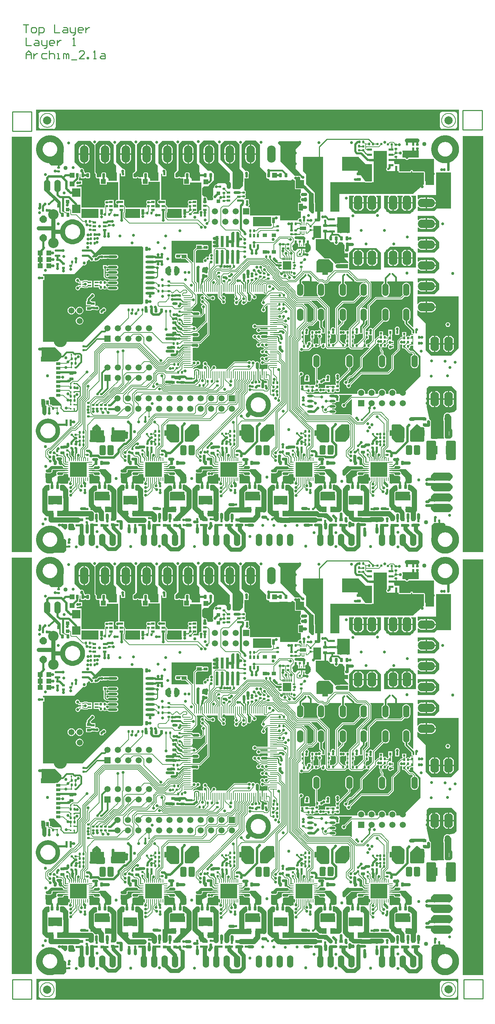
<source format=gtl>
G04*
G04 #@! TF.GenerationSoftware,Altium Limited,Altium Designer,18.1.7 (191)*
G04*
G04 Layer_Physical_Order=1*
G04 Layer_Color=255*
%FSLAX25Y25*%
%MOIN*%
G70*
G01*
G75*
%ADD10C,0.00700*%
G04:AMPARAMS|DCode=11|XSize=78.74mil|YSize=78.74mil|CornerRadius=39.37mil|HoleSize=0mil|Usage=FLASHONLY|Rotation=90.000|XOffset=0mil|YOffset=0mil|HoleType=Round|Shape=RoundedRectangle|*
%AMROUNDEDRECTD11*
21,1,0.07874,0.00000,0,0,90.0*
21,1,0.00000,0.07874,0,0,90.0*
1,1,0.07874,0.00000,0.00000*
1,1,0.07874,0.00000,0.00000*
1,1,0.07874,0.00000,0.00000*
1,1,0.07874,0.00000,0.00000*
%
%ADD11ROUNDEDRECTD11*%
%ADD12C,0.01000*%
%ADD13C,0.04500*%
%ADD14C,0.04300*%
%ADD15C,0.06196*%
%ADD16R,0.01654X0.01654*%
G04:AMPARAMS|DCode=17|XSize=22mil|YSize=24mil|CornerRadius=4.4mil|HoleSize=0mil|Usage=FLASHONLY|Rotation=180.000|XOffset=0mil|YOffset=0mil|HoleType=Round|Shape=RoundedRectangle|*
%AMROUNDEDRECTD17*
21,1,0.02200,0.01520,0,0,180.0*
21,1,0.01320,0.02400,0,0,180.0*
1,1,0.00880,-0.00660,0.00760*
1,1,0.00880,0.00660,0.00760*
1,1,0.00880,0.00660,-0.00760*
1,1,0.00880,-0.00660,-0.00760*
%
%ADD17ROUNDEDRECTD17*%
%ADD18R,0.01654X0.01654*%
%ADD19R,0.01575X0.01181*%
%ADD20R,0.03937X0.02756*%
%ADD21R,0.04724X0.04134*%
%ADD22R,0.04724X0.04528*%
%ADD23R,0.04724X0.05709*%
%ADD24R,0.02731X0.03937*%
%ADD25R,0.03543X0.05512*%
%ADD26R,0.05512X0.02362*%
%ADD27R,0.07087X0.02362*%
%ADD28R,0.07900X0.07900*%
%ADD29R,0.05512X0.13386*%
%ADD30R,0.03740X0.10630*%
G04:AMPARAMS|DCode=31|XSize=22mil|YSize=24mil|CornerRadius=4.4mil|HoleSize=0mil|Usage=FLASHONLY|Rotation=90.000|XOffset=0mil|YOffset=0mil|HoleType=Round|Shape=RoundedRectangle|*
%AMROUNDEDRECTD31*
21,1,0.02200,0.01520,0,0,90.0*
21,1,0.01320,0.02400,0,0,90.0*
1,1,0.00880,0.00760,0.00660*
1,1,0.00880,0.00760,-0.00660*
1,1,0.00880,-0.00760,-0.00660*
1,1,0.00880,-0.00760,0.00660*
%
%ADD31ROUNDEDRECTD31*%
%ADD32C,0.03937*%
%ADD33R,0.06299X0.03543*%
%ADD34R,0.00984X0.01968*%
G04:AMPARAMS|DCode=35|XSize=29.13mil|YSize=39.37mil|CornerRadius=5.83mil|HoleSize=0mil|Usage=FLASHONLY|Rotation=90.000|XOffset=0mil|YOffset=0mil|HoleType=Round|Shape=RoundedRectangle|*
%AMROUNDEDRECTD35*
21,1,0.02913,0.02772,0,0,90.0*
21,1,0.01748,0.03937,0,0,90.0*
1,1,0.01165,0.01386,0.00874*
1,1,0.01165,0.01386,-0.00874*
1,1,0.01165,-0.01386,-0.00874*
1,1,0.01165,-0.01386,0.00874*
%
%ADD35ROUNDEDRECTD35*%
G04:AMPARAMS|DCode=36|XSize=29.13mil|YSize=39.37mil|CornerRadius=5.83mil|HoleSize=0mil|Usage=FLASHONLY|Rotation=0.000|XOffset=0mil|YOffset=0mil|HoleType=Round|Shape=RoundedRectangle|*
%AMROUNDEDRECTD36*
21,1,0.02913,0.02772,0,0,0.0*
21,1,0.01748,0.03937,0,0,0.0*
1,1,0.01165,0.00874,-0.01386*
1,1,0.01165,-0.00874,-0.01386*
1,1,0.01165,-0.00874,0.01386*
1,1,0.01165,0.00874,0.01386*
%
%ADD36ROUNDEDRECTD36*%
%ADD37R,0.10630X0.03740*%
%ADD38R,0.02362X0.03150*%
%ADD39R,0.03150X0.02362*%
%ADD40R,0.02638X0.03465*%
%ADD41R,0.13386X0.05512*%
G04:AMPARAMS|DCode=42|XSize=63mil|YSize=71mil|CornerRadius=15.75mil|HoleSize=0mil|Usage=FLASHONLY|Rotation=0.000|XOffset=0mil|YOffset=0mil|HoleType=Round|Shape=RoundedRectangle|*
%AMROUNDEDRECTD42*
21,1,0.06300,0.03950,0,0,0.0*
21,1,0.03150,0.07100,0,0,0.0*
1,1,0.03150,0.01575,-0.01975*
1,1,0.03150,-0.01575,-0.01975*
1,1,0.03150,-0.01575,0.01975*
1,1,0.03150,0.01575,0.01975*
%
%ADD42ROUNDEDRECTD42*%
%ADD43R,0.05118X0.05512*%
%ADD44R,0.03465X0.02638*%
%ADD45R,0.02400X0.02400*%
%ADD46R,0.03600X0.03200*%
%ADD47R,0.02400X0.02400*%
%ADD48R,0.02362X0.03347*%
%ADD49R,0.03347X0.02362*%
%ADD50R,0.04331X0.06693*%
G04:AMPARAMS|DCode=51|XSize=40mil|YSize=40mil|CornerRadius=20mil|HoleSize=0mil|Usage=FLASHONLY|Rotation=270.000|XOffset=0mil|YOffset=0mil|HoleType=Round|Shape=RoundedRectangle|*
%AMROUNDEDRECTD51*
21,1,0.04000,0.00000,0,0,270.0*
21,1,0.00000,0.04000,0,0,270.0*
1,1,0.04000,0.00000,0.00000*
1,1,0.04000,0.00000,0.00000*
1,1,0.04000,0.00000,0.00000*
1,1,0.04000,0.00000,0.00000*
%
%ADD51ROUNDEDRECTD51*%
G04:AMPARAMS|DCode=52|XSize=40mil|YSize=40mil|CornerRadius=20mil|HoleSize=0mil|Usage=FLASHONLY|Rotation=0.000|XOffset=0mil|YOffset=0mil|HoleType=Round|Shape=RoundedRectangle|*
%AMROUNDEDRECTD52*
21,1,0.04000,0.00000,0,0,0.0*
21,1,0.00000,0.04000,0,0,0.0*
1,1,0.04000,0.00000,0.00000*
1,1,0.04000,0.00000,0.00000*
1,1,0.04000,0.00000,0.00000*
1,1,0.04000,0.00000,0.00000*
%
%ADD52ROUNDEDRECTD52*%
%ADD53R,0.06693X0.04331*%
%ADD54R,0.01181X0.01575*%
%ADD55R,0.04800X0.04800*%
%ADD56R,0.04800X0.04800*%
%ADD57R,0.07900X0.07900*%
%ADD58R,0.02800X0.05600*%
%ADD59R,0.19700X0.17000*%
%ADD60R,0.16142X0.14173*%
%ADD61O,0.03347X0.00984*%
%ADD62O,0.00984X0.03347*%
%ADD63O,0.05906X0.02362*%
%ADD64R,0.02953X0.11024*%
%ADD65R,0.01102X0.01575*%
%ADD66R,0.05512X0.01900*%
%ADD67O,0.07087X0.00981*%
%ADD68O,0.00981X0.07087*%
%ADD69R,0.04724X0.03543*%
%ADD70O,0.09055X0.02362*%
%ADD71R,0.03937X0.03543*%
%ADD72R,0.03543X0.01575*%
%ADD73R,0.01280X0.01063*%
%ADD74R,0.08000X0.08000*%
%ADD75O,0.03150X0.01102*%
%ADD76O,0.01102X0.03150*%
%ADD77R,0.03150X0.02165*%
%ADD78O,0.05709X0.02165*%
%ADD79R,0.05000X0.08300*%
%ADD80R,0.16142X0.13780*%
%ADD81R,0.04921X0.02165*%
%ADD82R,0.09449X0.12205*%
%ADD83R,0.04921X0.03150*%
%ADD84C,0.06000*%
%ADD85R,0.01968X0.02165*%
%ADD86R,0.02165X0.01968*%
%ADD87C,0.00600*%
%ADD88C,0.00800*%
%ADD89C,0.02000*%
%ADD90C,0.02800*%
%ADD91C,0.03000*%
%ADD92C,0.04600*%
%ADD93C,0.05000*%
%ADD94C,0.02600*%
%ADD95C,0.00950*%
%ADD96C,0.02500*%
%ADD97C,0.04000*%
%ADD98C,0.02400*%
%ADD99C,0.01600*%
%ADD100C,0.01800*%
%ADD101C,0.01200*%
%ADD102C,0.01500*%
%ADD103C,0.02300*%
%ADD104C,0.00900*%
%ADD105C,0.02200*%
%ADD106C,0.02900*%
%ADD107C,0.01100*%
%ADD108C,0.01700*%
%ADD109C,0.05300*%
%ADD110C,0.03500*%
%ADD111C,0.01400*%
%ADD112C,0.04200*%
%ADD113C,0.02700*%
%ADD114C,0.00787*%
%ADD115C,0.04400*%
%ADD116C,0.05906*%
%ADD117R,0.05906X0.05906*%
%ADD118O,0.06000X0.12000*%
G04:AMPARAMS|DCode=119|XSize=133mil|YSize=83mil|CornerRadius=0mil|HoleSize=0mil|Usage=FLASHONLY|Rotation=90.000|XOffset=0mil|YOffset=0mil|HoleType=Round|Shape=Octagon|*
%AMOCTAGOND119*
4,1,8,0.02075,0.06650,-0.02075,0.06650,-0.04150,0.04575,-0.04150,-0.04575,-0.02075,-0.06650,0.02075,-0.06650,0.04150,-0.04575,0.04150,0.04575,0.02075,0.06650,0.0*
%
%ADD119OCTAGOND119*%

%ADD120O,0.16500X0.08250*%
%ADD121O,0.12000X0.06000*%
%ADD122O,0.08250X0.16500*%
%ADD123C,0.10000*%
%ADD124P,0.07577X8X292.5*%
%ADD125C,0.13050*%
%ADD126C,0.05800*%
%ADD127C,0.02800*%
%ADD128C,0.03000*%
%ADD129C,0.02900*%
%ADD130C,0.02200*%
G36*
X433783Y838244D02*
X27136D01*
Y858224D01*
X433783D01*
Y838244D01*
D02*
G37*
G36*
X395028Y812185D02*
X379575D01*
Y815420D01*
X379773Y815717D01*
X379951Y816614D01*
X379773Y817512D01*
X379575Y817808D01*
Y818831D01*
X382823Y818831D01*
X395028D01*
X395028Y812185D01*
D02*
G37*
G36*
X409791Y789646D02*
X401013D01*
X401013Y797999D01*
X400950Y798311D01*
X400774Y798576D01*
X400509Y798753D01*
X400197Y798815D01*
X389583D01*
Y799390D01*
X389521Y799702D01*
X389344Y799967D01*
X389079Y800143D01*
X388767Y800206D01*
X387906D01*
X387594Y800143D01*
X387330Y799967D01*
X387153Y799702D01*
X387091Y799390D01*
Y798815D01*
X376492D01*
Y799390D01*
X376476Y799469D01*
X376476Y805886D01*
X371724D01*
Y806794D01*
X371654D01*
X371654Y808839D01*
X366043D01*
Y811004D01*
X382025D01*
X382225Y810703D01*
X382953Y810217D01*
X383812Y810046D01*
X384670Y810217D01*
X385398Y810703D01*
X385599Y811004D01*
X409791D01*
Y789646D01*
D02*
G37*
G36*
X53347Y818616D02*
Y806968D01*
X50972Y804594D01*
X41694D01*
X39961Y806327D01*
X39961Y808839D01*
X52846Y818861D01*
X53347Y818616D01*
D02*
G37*
G36*
X158994Y828194D02*
X162394Y824794D01*
Y799594D01*
X160289Y797489D01*
Y796992D01*
X160187Y796479D01*
Y794394D01*
Y793708D01*
X160294Y793168D01*
X160600Y792711D01*
X161057Y792405D01*
X161597Y792298D01*
X163345D01*
X163884Y792405D01*
X164342Y792711D01*
X164566Y793046D01*
X164689Y793077D01*
X165000Y793077D01*
X165121Y793046D01*
X165345Y792710D01*
X165803Y792405D01*
X166342Y792297D01*
X168090D01*
X168228Y792324D01*
X168728Y791914D01*
Y786094D01*
X175127D01*
Y788394D01*
X186094D01*
Y761967D01*
X185813Y761737D01*
X184955Y761566D01*
X184227Y761080D01*
X183741Y760352D01*
X183570Y759494D01*
X183729Y758694D01*
X183696Y758570D01*
X183435Y758194D01*
X178021D01*
X177814Y758694D01*
X179193Y760072D01*
X181967D01*
Y763813D01*
Y767553D01*
Y771515D01*
X177021D01*
Y771490D01*
X176539Y771213D01*
X176521Y771215D01*
X176054Y771308D01*
X174534D01*
X174050Y771211D01*
X173640Y770937D01*
X173366Y770527D01*
X173269Y770044D01*
Y768723D01*
X173366Y768240D01*
X173640Y767830D01*
X173700Y767789D01*
Y767188D01*
X173640Y767148D01*
X173366Y766738D01*
X173269Y766254D01*
Y764934D01*
X173337Y764594D01*
X173108Y764197D01*
X173002Y764094D01*
X153363D01*
Y764825D01*
X153363Y764825D01*
X153278Y765254D01*
X153035Y765618D01*
X152230Y766423D01*
X151942Y766616D01*
Y771450D01*
X147594D01*
X147594Y796694D01*
X148594D01*
Y794294D01*
X152594D01*
Y794394D01*
Y798294D01*
X152494D01*
Y799094D01*
X152413Y799174D01*
X152289Y799796D01*
X151891Y800391D01*
X151857Y800414D01*
X151680Y800680D01*
X150952Y801166D01*
X150290Y801298D01*
X144694Y806894D01*
Y824694D01*
X148394Y828394D01*
X158794D01*
X158994Y828194D01*
D02*
G37*
G36*
X121231Y825957D02*
X121523Y825519D01*
X121961Y825227D01*
X122594Y824594D01*
Y799294D01*
X121113Y797813D01*
X120957Y797782D01*
X120500Y797476D01*
X120194Y797019D01*
X120093Y796507D01*
D01*
X120087Y796480D01*
X120087Y796480D01*
Y795294D01*
Y793708D01*
X120194Y793168D01*
X120500Y792711D01*
X120957Y792405D01*
X121497Y792298D01*
X123245D01*
X123784Y792405D01*
X124242Y792711D01*
X124534Y793148D01*
X124668Y793168D01*
X124919Y793168D01*
X125053Y793148D01*
X125345Y792711D01*
X125803Y792405D01*
X126342Y792298D01*
X128090D01*
X128394Y792049D01*
Y788994D01*
X128828D01*
Y786094D01*
X135228D01*
Y788994D01*
X146194D01*
Y771932D01*
X145925Y771712D01*
X145067Y771541D01*
X144339Y771055D01*
X143853Y770327D01*
X143682Y769468D01*
X143853Y768610D01*
X144339Y767882D01*
X145067Y767396D01*
X145925Y767225D01*
X146194Y767005D01*
Y764094D01*
X141902D01*
Y767487D01*
Y771450D01*
X136956D01*
X136956Y771450D01*
X136456Y771234D01*
X136055Y771314D01*
X134535D01*
X134051Y771218D01*
X133641Y770944D01*
X133367Y770534D01*
X133271Y770050D01*
Y768730D01*
X133367Y768246D01*
X133641Y767836D01*
X133702Y767796D01*
Y767194D01*
X133641Y767154D01*
X133367Y766744D01*
X133271Y766260D01*
Y764940D01*
X133340Y764594D01*
X133054Y764094D01*
X113206D01*
Y764900D01*
X113206Y764900D01*
X113120Y765329D01*
X112877Y765693D01*
X112877Y765693D01*
X112284Y766286D01*
X112237Y766357D01*
X112237Y766357D01*
X112171Y766423D01*
X111807Y766666D01*
X111784Y766671D01*
Y771450D01*
X107394D01*
Y796894D01*
X108794D01*
Y794294D01*
X112794D01*
Y795294D01*
Y798294D01*
X112794D01*
X112737Y798794D01*
X112837Y799294D01*
X112666Y800152D01*
X112180Y800880D01*
X111452Y801366D01*
X110594Y801537D01*
X110474Y801513D01*
X103994Y807994D01*
X103994Y824394D01*
X107994Y828394D01*
X118794Y828394D01*
X121231Y825957D01*
D02*
G37*
G36*
X281819Y825197D02*
X276898Y820276D01*
X276898Y801654D01*
X284386Y793248D01*
X284192Y792787D01*
X282076Y792687D01*
X281942Y793359D01*
X281456Y794086D01*
X280729Y794572D01*
X279870Y794743D01*
X279012Y794572D01*
X278781Y794418D01*
X278007D01*
X277776Y794572D01*
X276917Y794743D01*
X276171Y794595D01*
X262134Y808632D01*
Y823524D01*
X259968Y825689D01*
Y826870D01*
X261150Y828051D01*
X281819D01*
Y825197D01*
D02*
G37*
G36*
X81349Y826338D02*
X81813Y825644D01*
X82507Y825181D01*
X83394Y824294D01*
X83394Y796894D01*
X84321D01*
X84638Y796507D01*
X84632Y796480D01*
Y793708D01*
X84740Y793168D01*
X85045Y792711D01*
X85503Y792405D01*
X86042Y792298D01*
X87790D01*
X88094Y792049D01*
Y788594D01*
X88627D01*
Y786094D01*
X95028D01*
Y788594D01*
X106294D01*
Y771864D01*
X105907Y771546D01*
X105571Y771613D01*
X104712Y771442D01*
X103985Y770956D01*
X103498Y770228D01*
X103328Y769370D01*
X103498Y768512D01*
X103985Y767784D01*
X104712Y767298D01*
X105571Y767127D01*
X105907Y767194D01*
X106294Y766877D01*
Y764094D01*
X101745D01*
Y767487D01*
Y771450D01*
X96798D01*
Y771440D01*
X96298Y771153D01*
X95954Y771221D01*
X94434D01*
X93950Y771125D01*
X93540Y770851D01*
X93266Y770441D01*
X93170Y769957D01*
Y768637D01*
X93266Y768153D01*
X93540Y767743D01*
X93601Y767703D01*
Y767102D01*
X93540Y767061D01*
X93266Y766651D01*
X93170Y766167D01*
Y765068D01*
X93080Y764617D01*
Y764094D01*
X70794D01*
Y784194D01*
X65994D01*
Y785260D01*
X66494Y785650D01*
X66994Y785551D01*
X67852Y785721D01*
X68207Y785958D01*
X69294D01*
X69974Y786094D01*
X71494D01*
Y790094D01*
X68260D01*
X68087Y790594D01*
X68412Y791081D01*
X68552Y791783D01*
Y792688D01*
X68588Y792711D01*
X68893Y793169D01*
X69001Y793708D01*
Y796480D01*
X69370Y796579D01*
X69787Y796142D01*
Y793708D01*
X69895Y793169D01*
X70200Y792711D01*
X70658Y792406D01*
X71197Y792298D01*
X72945D01*
X73485Y792406D01*
X73942Y792711D01*
X74166Y793046D01*
X74288Y793078D01*
X74600Y793078D01*
X74721Y793046D01*
X74946Y792711D01*
X75403Y792405D01*
X75942Y792298D01*
X77691D01*
X78230Y792405D01*
X78687Y792711D01*
X78993Y793168D01*
X79100Y793708D01*
Y793994D01*
Y796480D01*
X79095Y796507D01*
D01*
X78993Y797019D01*
X78687Y797476D01*
X78230Y797782D01*
X77691Y797889D01*
X75942D01*
X75403Y797782D01*
X75191Y797641D01*
X74935Y797481D01*
X74491Y797696D01*
X73791Y798396D01*
X73767Y798519D01*
X73369Y799114D01*
X73129Y799354D01*
X73237Y799894D01*
X73066Y800752D01*
X72580Y801480D01*
X71852Y801966D01*
X70994Y802137D01*
X70207Y801980D01*
X69194Y802994D01*
X64294Y807893D01*
X64294Y824794D01*
X67894Y828394D01*
X79294D01*
X81349Y826338D01*
D02*
G37*
G36*
X242594Y824394D02*
X242594Y802994D01*
X248486Y797101D01*
X248487Y796980D01*
X248387Y796479D01*
Y796479D01*
Y793707D01*
X248494Y793167D01*
X248800Y792710D01*
X249257Y792405D01*
X249394Y792377D01*
Y790394D01*
X275717D01*
X276102Y790138D01*
X276118Y790057D01*
Y781944D01*
X281894D01*
Y778596D01*
X281672Y778447D01*
X281174Y777703D01*
X281000Y776825D01*
X281174Y775947D01*
X281219Y775881D01*
X281221Y775867D01*
X281708Y775139D01*
X281894Y775015D01*
Y773588D01*
X281672Y773440D01*
X281174Y772695D01*
X281000Y771817D01*
X281174Y770939D01*
X281672Y770195D01*
X281894Y770047D01*
Y768840D01*
X279012D01*
Y760547D01*
X281894D01*
Y754419D01*
X281507Y754101D01*
X281051Y754192D01*
X280193Y754021D01*
X279465Y753535D01*
X278979Y752807D01*
X278808Y751949D01*
X278763Y751894D01*
X261694D01*
Y756594D01*
X233303D01*
X232946Y756941D01*
Y764446D01*
X231293D01*
X230985Y764910D01*
X230990Y764947D01*
X231680Y765408D01*
X232166Y766135D01*
X232337Y766994D01*
X232166Y767852D01*
X231984Y768125D01*
X231946Y768610D01*
X231946Y768610D01*
X231946Y768610D01*
Y772178D01*
X230320D01*
X230064Y772229D01*
X229807Y772178D01*
X228181D01*
Y772178D01*
X228176D01*
Y772178D01*
X227394D01*
Y772869D01*
X227554D01*
X228038Y772966D01*
X228448Y773240D01*
X228722Y773650D01*
X228818Y774134D01*
Y775454D01*
X228722Y775938D01*
X228448Y776348D01*
X228387Y776388D01*
Y776989D01*
X228448Y777030D01*
X228722Y777440D01*
X228818Y777923D01*
Y779244D01*
X228722Y779727D01*
X228448Y780137D01*
X228038Y780411D01*
X227554Y780508D01*
X227394D01*
Y791777D01*
X227594Y792194D01*
X229397D01*
X229594Y792155D01*
X229791Y792194D01*
X231594D01*
Y793997D01*
X231633Y794194D01*
Y795054D01*
Y796286D01*
X231666Y796335D01*
X231698Y796494D01*
X231837Y797194D01*
X231666Y798052D01*
X231180Y798780D01*
X230452Y799266D01*
X229594Y799437D01*
X228755Y799270D01*
X224694Y803331D01*
Y824794D01*
X228394Y828494D01*
X238494D01*
X242594Y824394D01*
D02*
G37*
G36*
X181894Y824494D02*
Y806994D01*
X184294Y804594D01*
Y792094D01*
X182894Y790694D01*
X177994D01*
X175094Y793594D01*
X174947D01*
X174854Y793707D01*
Y796479D01*
X174747Y797018D01*
X174441Y797475D01*
X173984Y797781D01*
X173445Y797888D01*
X171696D01*
X171157Y797781D01*
X170700Y797475D01*
X170394Y797018D01*
X170287Y796479D01*
Y793707D01*
X170194Y793594D01*
X165704D01*
X165703Y793595D01*
X165612Y793697D01*
X165591Y793707D01*
X165574Y793724D01*
X165448Y793776D01*
X165325Y793835D01*
X165204Y793867D01*
X165101Y793872D01*
X165000Y793893D01*
X164689Y793893D01*
X164588Y793873D01*
X164486Y793867D01*
X164363Y793836D01*
X164239Y793776D01*
X164112Y793724D01*
X164096Y793708D01*
X164076Y793698D01*
X163984Y793596D01*
X163982Y793594D01*
X161394D01*
X161003Y793985D01*
Y796399D01*
X161078Y796778D01*
X163994Y799694D01*
Y824794D01*
X164802Y825602D01*
X164980Y825721D01*
X165098Y825898D01*
X167494Y828294D01*
X178094D01*
X181894Y824494D01*
D02*
G37*
G36*
X141894D02*
Y806994D01*
X144294Y804594D01*
Y792094D01*
X142894Y790694D01*
X137994D01*
X135094Y793594D01*
X134948D01*
X134854Y793708D01*
Y796479D01*
X134747Y797019D01*
X134441Y797476D01*
X133984Y797782D01*
X133445Y797889D01*
X131696D01*
X131157Y797782D01*
X130700Y797476D01*
X130394Y797019D01*
X130287Y796479D01*
Y793708D01*
X130193Y793594D01*
X125736D01*
X125731Y793601D01*
X125717Y793615D01*
X125709Y793633D01*
X125605Y793727D01*
X125506Y793826D01*
X125488Y793834D01*
X125473Y793847D01*
X125341Y793894D01*
X125212Y793948D01*
X125192D01*
X125174Y793955D01*
X125039Y793975D01*
X124979Y793972D01*
X124919Y793984D01*
X124669Y793984D01*
X124609Y793972D01*
X124548Y793975D01*
X124414Y793955D01*
X124395Y793948D01*
X124375D01*
X124246Y793895D01*
X124114Y793848D01*
X124099Y793834D01*
X124081Y793826D01*
X123982Y793728D01*
X123878Y793634D01*
X123870Y793616D01*
X123856Y793601D01*
X123851Y793594D01*
X121394D01*
X120903Y794085D01*
Y796399D01*
X120953Y796653D01*
X121342Y797042D01*
X121346Y797044D01*
X121425Y797059D01*
X121492Y797104D01*
X121566Y797135D01*
X121623Y797191D01*
X121690Y797236D01*
X123170Y798717D01*
X123347Y798982D01*
X123364Y799064D01*
X123994Y799694D01*
Y824794D01*
X127494Y828294D01*
X138094D01*
X141894Y824494D01*
D02*
G37*
G36*
X100931Y825456D02*
X101117Y825179D01*
X101394Y824994D01*
X101894Y824494D01*
Y806994D01*
X104294Y804594D01*
Y792094D01*
X102894Y790694D01*
X97994D01*
X95094Y793594D01*
X94648D01*
X94554Y793708D01*
Y796480D01*
X94447Y797019D01*
X94141Y797476D01*
X93684Y797782D01*
X93145Y797889D01*
X91396D01*
X90857Y797782D01*
X90400Y797476D01*
X90094Y797019D01*
X89987Y796480D01*
Y793708D01*
X89893Y793594D01*
X85487D01*
X85448Y793788D01*
Y796422D01*
X85450Y796427D01*
X85448Y796443D01*
Y796480D01*
X85441Y796515D01*
X85438Y796547D01*
X85438Y796666D01*
X85422Y796704D01*
X85418Y796744D01*
X85362Y796850D01*
X85316Y796960D01*
X85287Y796989D01*
X85268Y797025D01*
X84951Y797411D01*
X84920Y797437D01*
X84898Y797471D01*
X84798Y797537D01*
X84705Y797613D01*
X84667Y797625D01*
X84633Y797647D01*
X84515Y797671D01*
X84401Y797706D01*
X84209Y798144D01*
X84209Y824294D01*
X84147Y824606D01*
X84010Y824811D01*
X84561Y825361D01*
X84985Y825644D01*
X85268Y826068D01*
X87494Y828294D01*
X98094D01*
X100931Y825456D01*
D02*
G37*
G36*
X344291Y805984D02*
X350197D01*
Y789941D01*
X349410Y789153D01*
X343722Y789153D01*
X338194Y796877D01*
X337206D01*
X336445Y797638D01*
Y812969D01*
X337307D01*
X344291Y805984D01*
D02*
G37*
G36*
X364567Y802554D02*
X364458Y802482D01*
X364039Y801853D01*
X363891Y801112D01*
X364039Y800371D01*
X364458Y799742D01*
X364567Y799670D01*
Y799390D01*
X364986D01*
X365087Y799322D01*
X365828Y799175D01*
X366570Y799322D01*
X366671Y799390D01*
X375676D01*
Y797999D01*
X387906D01*
Y799390D01*
X388767D01*
Y797999D01*
X400197D01*
X400197Y786516D01*
X389611Y777165D01*
X318701D01*
X318701Y760315D01*
X310397Y760315D01*
X310044Y760669D01*
X310157Y788563D01*
X343166D01*
X343223Y788525D01*
X343291Y788461D01*
X343354Y788437D01*
X343410Y788400D01*
X343501Y788382D01*
X343589Y788349D01*
X343656Y788351D01*
X343722Y788338D01*
X349410Y788338D01*
X349530Y788362D01*
X350228D01*
Y788563D01*
X351673D01*
Y818583D01*
X364567D01*
Y802554D01*
D02*
G37*
G36*
X202494Y824594D02*
Y814494D01*
Y807894D01*
X205994Y804394D01*
X213594Y796794D01*
Y790294D01*
X210794Y787494D01*
X201894D01*
X200713Y786313D01*
X200594Y786337D01*
X199735Y786166D01*
X199008Y785680D01*
X198521Y784952D01*
X198351Y784094D01*
X198374Y783974D01*
X197394Y782994D01*
Y776894D01*
Y775828D01*
X197184Y775515D01*
X197014Y774657D01*
X197184Y773798D01*
X197394Y773485D01*
Y772194D01*
X196394Y771194D01*
X192373D01*
X192006Y771515D01*
X192006Y771515D01*
X191664Y771929D01*
X191756Y772394D01*
X191586Y773252D01*
X191100Y773980D01*
X191027Y774028D01*
X191011Y774052D01*
X190333Y774505D01*
X189533Y774664D01*
X188858Y774530D01*
X186909Y776478D01*
Y782909D01*
X188594Y784594D01*
X192354D01*
X193486Y785725D01*
X193569D01*
Y785809D01*
X198194Y790433D01*
Y796694D01*
X195393Y799494D01*
X192593D01*
X186794Y805294D01*
X184094Y807994D01*
Y824694D01*
X187994Y828594D01*
X198494D01*
X202494Y824594D01*
D02*
G37*
G36*
X222794Y824794D02*
Y801594D01*
X226294Y798094D01*
Y785194D01*
X223094Y781994D01*
X216816D01*
X215994Y782816D01*
Y798494D01*
X204494Y809994D01*
Y824594D01*
X208294Y828394D01*
X219194D01*
X222794Y824794D01*
D02*
G37*
G36*
X426228Y798012D02*
Y763366D01*
X412478Y763366D01*
X410022Y760911D01*
X394274D01*
Y764759D01*
X394774Y764911D01*
X395747Y764165D01*
X396994Y763649D01*
X398332Y763473D01*
X401857D01*
Y768642D01*
Y773811D01*
X398332D01*
X396994Y773635D01*
X395747Y773118D01*
X394774Y772372D01*
X394274Y772524D01*
Y776363D01*
X411804Y776363D01*
X411804Y798012D01*
X426228Y798012D01*
D02*
G37*
G36*
X392557Y763760D02*
X386947Y758150D01*
X367458D01*
X361848Y763760D01*
Y775472D01*
X366294D01*
X366486Y775010D01*
X365344Y773869D01*
Y769394D01*
X370494D01*
X375644D01*
Y773869D01*
X374502Y775010D01*
X374693Y775472D01*
X379694D01*
X379886Y775010D01*
X378744Y773869D01*
Y769394D01*
X383894D01*
X389044D01*
Y773869D01*
X387902Y775010D01*
X388093Y775472D01*
X392557D01*
Y763760D01*
D02*
G37*
G36*
X358957D02*
X353346Y758150D01*
X333858D01*
X328248Y763760D01*
Y775472D01*
X332694D01*
X332886Y775010D01*
X331744Y773869D01*
Y769394D01*
X336894D01*
X342044D01*
Y773869D01*
X340902Y775010D01*
X341093Y775472D01*
X346094D01*
X346286Y775010D01*
X345144Y773869D01*
Y769394D01*
X350294D01*
X355444D01*
Y773869D01*
X354302Y775010D01*
X354493Y775472D01*
X358957D01*
Y763760D01*
D02*
G37*
G36*
X303150Y760315D02*
X295779D01*
X295376Y760547D01*
Y768840D01*
X295079D01*
X295079Y776361D01*
X295157Y776752D01*
X295079Y777143D01*
Y778669D01*
X286811Y786937D01*
X286811Y796240D01*
X283858Y799193D01*
Y812972D01*
X303150D01*
Y760315D01*
D02*
G37*
G36*
X281130Y792225D02*
X281130Y789961D01*
X294024Y777067D01*
Y758642D01*
X292421D01*
X289567Y761496D01*
Y777488D01*
X276917Y790138D01*
Y792795D01*
X276799Y792913D01*
X277488Y793602D01*
X279752D01*
X281130Y792225D01*
D02*
G37*
G36*
X127094Y754294D02*
X113405D01*
X112663Y755035D01*
Y758943D01*
X112877Y759157D01*
X112877Y759157D01*
X113120Y759521D01*
X113206Y759950D01*
X113206Y759950D01*
Y762994D01*
X127094D01*
Y754294D01*
D02*
G37*
G36*
X167194Y754194D02*
X153665D01*
X152913Y754945D01*
Y759122D01*
X153035Y759244D01*
X153035Y759244D01*
X153278Y759608D01*
X153363Y760037D01*
Y762994D01*
X167194D01*
Y754194D01*
D02*
G37*
G36*
X86994D02*
X70894D01*
Y762770D01*
X70994Y762794D01*
X86994D01*
Y754194D01*
D02*
G37*
G36*
X253294Y746094D02*
X235694D01*
Y755194D01*
X253294D01*
Y746094D01*
D02*
G37*
G36*
X414845Y751344D02*
Y745733D01*
X410022Y740911D01*
X394274D01*
Y744759D01*
X394774Y744911D01*
X395747Y744165D01*
X396994Y743649D01*
X398332Y743472D01*
X401857D01*
Y748642D01*
Y753811D01*
X398332D01*
X396994Y753635D01*
X395747Y753118D01*
X394774Y752372D01*
X394274Y752524D01*
Y756363D01*
X409826D01*
X414845Y751344D01*
D02*
G37*
G36*
X328886Y739843D02*
X316779D01*
Y745158D01*
X316091Y745847D01*
Y748209D01*
X316779Y748898D01*
Y754803D01*
X328886D01*
Y739843D01*
D02*
G37*
G36*
X301031Y734941D02*
X293748D01*
Y746732D01*
X301031D01*
Y734941D01*
D02*
G37*
G36*
X196031Y720650D02*
X195669Y720353D01*
X194811Y720183D01*
X194083Y719696D01*
X193597Y718969D01*
X193426Y718110D01*
X193540Y717540D01*
X193183Y717040D01*
X190115D01*
Y715559D01*
X189961Y715432D01*
X189102Y715261D01*
X188374Y714775D01*
X187888Y714047D01*
X187717Y713189D01*
X187888Y712331D01*
X188275Y711751D01*
X188069Y711251D01*
X180817D01*
Y722134D01*
X182182Y723499D01*
X187337D01*
Y723921D01*
X187837Y724028D01*
X188266Y723741D01*
X188806Y723634D01*
X191577D01*
X192117Y723741D01*
X192574Y724047D01*
X192880Y724504D01*
X192987Y725043D01*
Y726792D01*
X192880Y727331D01*
X192574Y727788D01*
X192117Y728094D01*
X191577Y728201D01*
X188806D01*
X188266Y728094D01*
X187837Y727807D01*
X187683Y727840D01*
X187337Y727983D01*
Y728643D01*
X181013D01*
Y725791D01*
X178726Y723504D01*
X178461Y723107D01*
X178368Y722639D01*
X178370Y722628D01*
Y711569D01*
X177920Y711413D01*
X177870Y711411D01*
X172770Y716511D01*
Y719981D01*
X166446D01*
Y719826D01*
X165253D01*
X165067Y719863D01*
X162295D01*
X161756Y719755D01*
X161298Y719450D01*
X160993Y718992D01*
X160886Y718453D01*
Y716705D01*
X160993Y716165D01*
X161298Y715708D01*
X161756Y715402D01*
X162295Y715295D01*
X165067D01*
X165606Y715402D01*
X165946Y715629D01*
X166350Y715483D01*
X166446Y715408D01*
Y714838D01*
X170983D01*
X174108Y711713D01*
X173916Y711251D01*
X157570D01*
Y732295D01*
X196031D01*
Y720650D01*
D02*
G37*
G36*
X414845Y731344D02*
Y725734D01*
X410022Y720911D01*
X394274D01*
Y724759D01*
X394774Y724911D01*
X395747Y724165D01*
X396994Y723649D01*
X398332Y723472D01*
X401857D01*
Y728642D01*
Y733811D01*
X398332D01*
X396994Y733635D01*
X395747Y733118D01*
X394774Y732372D01*
X394274Y732524D01*
Y736363D01*
X409826D01*
X414845Y731344D01*
D02*
G37*
G36*
X130194Y725694D02*
Y672994D01*
Y672394D01*
X128894Y671094D01*
X107794D01*
X71994Y635294D01*
X33694D01*
X33694Y679994D01*
X33694Y694594D01*
X35263D01*
Y698594D01*
X33694D01*
Y700394D01*
X63976Y700394D01*
X72503Y708920D01*
X72626Y708837D01*
X73524Y708659D01*
X74421Y708837D01*
X75182Y709346D01*
X75690Y710107D01*
X75869Y711004D01*
X75690Y711901D01*
X75608Y712025D01*
X78176Y714594D01*
X78783Y713986D01*
Y713898D01*
X78879Y713414D01*
X79153Y713003D01*
X79564Y712730D01*
X80047Y712633D01*
X81367D01*
X81851Y712730D01*
X82261Y713003D01*
X82302Y713064D01*
X82903D01*
X82943Y713003D01*
X83353Y712730D01*
X83837Y712633D01*
X85157D01*
X85641Y712730D01*
X85780Y712822D01*
X85934D01*
X86636Y712962D01*
X87231Y713360D01*
X88900Y715028D01*
X89325D01*
X89635Y714821D01*
X90494Y714651D01*
X91189Y714789D01*
X91352Y714821D01*
X91610Y714981D01*
Y714981D01*
X91610Y714981D01*
X95178D01*
Y715158D01*
X96716D01*
X96762Y715128D01*
X97535Y714974D01*
X104228D01*
X105001Y715128D01*
X105657Y715565D01*
X106095Y716221D01*
X106248Y716994D01*
X106095Y717767D01*
X105657Y718422D01*
X105001Y718860D01*
X104228Y719014D01*
X97535D01*
X96762Y718860D01*
X96716Y718829D01*
X93594D01*
X93178Y718746D01*
X91681D01*
X91352Y718966D01*
X90494Y719137D01*
X89635Y718966D01*
X89236Y718699D01*
X88140D01*
X87437Y718559D01*
X86842Y718161D01*
X85328Y716648D01*
X85157Y716682D01*
X83837D01*
X83353Y716586D01*
X82943Y716312D01*
X82903Y716251D01*
X82302D01*
X82261Y716312D01*
X81851Y716586D01*
X81367Y716682D01*
X81279D01*
X80771Y717189D01*
X90476Y726894D01*
X128994Y726894D01*
X130194Y725694D01*
D02*
G37*
G36*
X310586Y731002D02*
X313338D01*
X313655Y730615D01*
X313651Y730591D01*
X313821Y729732D01*
X314308Y729004D01*
X315035Y728518D01*
X315894Y728347D01*
X316752Y728518D01*
X317480Y729004D01*
X317966Y729732D01*
X318137Y730591D01*
X318132Y730615D01*
X318449Y731002D01*
X320967D01*
X323694Y728275D01*
Y724108D01*
X323633Y724016D01*
X323474Y723217D01*
X323633Y722417D01*
X323694Y722325D01*
Y715631D01*
X327579Y711745D01*
X327481Y711252D01*
X327505Y711134D01*
X327187Y710748D01*
X319547D01*
Y710623D01*
X316994D01*
X316263Y710527D01*
X315582Y710245D01*
X315220Y709968D01*
X309994Y715194D01*
X309086D01*
X309006Y715247D01*
X308694Y715309D01*
X308694Y715309D01*
X304678D01*
X296307Y723680D01*
Y733794D01*
X307794D01*
X310586Y731002D01*
D02*
G37*
G36*
X392539Y720828D02*
Y706575D01*
X361831D01*
Y720828D01*
X367441Y726438D01*
X386929D01*
X392539Y720828D01*
D02*
G37*
G36*
X358939D02*
Y704606D01*
X328735D01*
X328480Y704776D01*
X328231Y704826D01*
Y710796D01*
X328285Y710898D01*
X328289Y710938D01*
X328305Y710975D01*
Y711095D01*
X328316Y711214D01*
X328310Y711236D01*
X328379Y711586D01*
Y711666D01*
X328395Y711745D01*
X328379Y711824D01*
Y711904D01*
X328349Y711978D01*
X328333Y712057D01*
X328288Y712124D01*
X328258Y712198D01*
X328231Y712225D01*
Y720828D01*
X332777Y725374D01*
X354393D01*
X358939Y720828D01*
D02*
G37*
G36*
X414845Y711344D02*
Y705733D01*
X410022Y700911D01*
X394274D01*
Y704759D01*
X394774Y704911D01*
X395747Y704165D01*
X396994Y703649D01*
X398332Y703473D01*
X401857D01*
Y708642D01*
Y713811D01*
X398332D01*
X396994Y713635D01*
X395747Y713118D01*
X394774Y712372D01*
X394274Y712524D01*
Y716363D01*
X409826D01*
X414845Y711344D01*
D02*
G37*
G36*
X312894Y710294D02*
Y703960D01*
X310827Y701894D01*
X296894D01*
Y706894D01*
X296894Y712594D01*
X298794Y714494D01*
X308694Y714494D01*
X312894Y710294D01*
D02*
G37*
G36*
X320512Y693354D02*
Y691731D01*
X320227Y691613D01*
X319433Y691004D01*
X318824Y690210D01*
X318442Y689286D01*
X318311Y688294D01*
Y682294D01*
X318442Y681302D01*
X318824Y680377D01*
X319433Y679584D01*
X320227Y678974D01*
X321152Y678591D01*
X322144Y678461D01*
X323136Y678591D01*
X324060Y678974D01*
X324854Y679584D01*
X325463Y680377D01*
X325846Y681302D01*
X325976Y682294D01*
Y688294D01*
X325846Y689286D01*
X325463Y690210D01*
X324854Y691004D01*
X324060Y691613D01*
X323775Y691731D01*
Y692994D01*
X324129Y693348D01*
X334614Y693328D01*
X334914Y693027D01*
X335278Y692784D01*
X335707Y692699D01*
X335707Y692699D01*
X343502D01*
X344038Y692163D01*
X343755Y691740D01*
X343136Y691996D01*
X342144Y692127D01*
X341152Y691996D01*
X340227Y691613D01*
X339434Y691004D01*
X338824Y690210D01*
X338441Y689286D01*
X338311Y688294D01*
Y682294D01*
X338441Y681302D01*
X338590Y680943D01*
X332189Y674541D01*
X322164D01*
X321696Y674448D01*
X321299Y674183D01*
X315334Y668218D01*
X315069Y667821D01*
X314976Y667353D01*
Y648559D01*
X314476Y648407D01*
X314324Y648633D01*
X313597Y649120D01*
X312738Y649290D01*
X311880Y649120D01*
X311152Y648633D01*
X310666Y647906D01*
X310495Y647047D01*
X310617Y646435D01*
X310167Y646134D01*
X310054Y646209D01*
X309570Y646306D01*
X309502D01*
Y668041D01*
X309502Y668041D01*
X309416Y668470D01*
X309173Y668834D01*
X309173Y668834D01*
X299879Y678128D01*
X300088Y678556D01*
X300126Y678588D01*
X301094Y678461D01*
X302086Y678591D01*
X303010Y678974D01*
X303804Y679584D01*
X304413Y680377D01*
X304796Y681302D01*
X304926Y682294D01*
Y688294D01*
X304796Y689286D01*
X304413Y690210D01*
X304083Y690640D01*
X304330Y691140D01*
X306832D01*
X306832Y691140D01*
X307261Y691225D01*
X307625Y691468D01*
X309531Y693375D01*
X320512Y693354D01*
D02*
G37*
G36*
X414845Y691344D02*
Y685734D01*
X410022Y680911D01*
X394274D01*
Y684759D01*
X394774Y684911D01*
X395747Y684165D01*
X396994Y683649D01*
X398332Y683472D01*
X401857D01*
Y688642D01*
Y693811D01*
X398332D01*
X396994Y693635D01*
X395747Y693118D01*
X394774Y692372D01*
X394274Y692524D01*
Y696363D01*
X409826D01*
X414845Y691344D01*
D02*
G37*
G36*
X187381Y681099D02*
X188491Y679989D01*
X188173Y679600D01*
X188152Y679614D01*
X187294Y679785D01*
X186435Y679614D01*
X185708Y679128D01*
X185221Y678400D01*
X185051Y677542D01*
X185221Y676683D01*
X185704Y675961D01*
X185778Y675843D01*
Y675409D01*
X185699Y675356D01*
X185213Y674628D01*
X185042Y673770D01*
X185213Y672911D01*
X185699Y672184D01*
X186426Y671697D01*
X187285Y671526D01*
X187347Y671539D01*
X187394Y671487D01*
X187372Y671297D01*
X187246Y670906D01*
X186608Y670480D01*
X186121Y669752D01*
X185951Y668894D01*
X186121Y668035D01*
X186608Y667308D01*
X187072Y666997D01*
Y663006D01*
X185332Y661266D01*
X185265Y661284D01*
X184847Y661553D01*
X185018Y662411D01*
X184847Y663270D01*
X184361Y663997D01*
X183633Y664484D01*
X182775Y664654D01*
X182239Y664548D01*
X179604D01*
X179091Y664650D01*
X178417Y664516D01*
X177917Y664824D01*
Y667697D01*
X181737Y671517D01*
X181737Y671517D01*
X181980Y671881D01*
X182065Y672310D01*
Y679797D01*
X182065Y679797D01*
X181980Y680226D01*
X181737Y680590D01*
X181737Y680590D01*
X181689Y680638D01*
X181881Y681099D01*
X187381Y681099D01*
D02*
G37*
G36*
X297032Y693398D02*
X297719Y692711D01*
X298083Y692468D01*
X298512Y692382D01*
X298512Y692382D01*
X299728D01*
X299828Y691882D01*
X299177Y691613D01*
X298383Y691004D01*
X297774Y690210D01*
X297392Y689286D01*
X297261Y688294D01*
Y682294D01*
X297392Y681302D01*
X297774Y680377D01*
X298383Y679584D01*
X298603Y679415D01*
X298433Y678915D01*
X283754D01*
X283585Y679415D01*
X283804Y679584D01*
X284413Y680377D01*
X284796Y681302D01*
X284927Y682294D01*
Y688294D01*
X284796Y689286D01*
X284413Y690210D01*
X283804Y691004D01*
X283010Y691613D01*
X282725Y691731D01*
Y693071D01*
X283079Y693425D01*
X297032Y693398D01*
D02*
G37*
G36*
X389588Y693225D02*
X389800Y693013D01*
Y652825D01*
Y649310D01*
X389338Y649119D01*
X384825Y653632D01*
Y654856D01*
X385110Y654974D01*
X385904Y655583D01*
X386513Y656377D01*
X386896Y657302D01*
X387027Y658294D01*
Y664294D01*
X386896Y665286D01*
X386513Y666210D01*
X385904Y667004D01*
X385110Y667613D01*
X384186Y667996D01*
X383194Y668126D01*
X382202Y667996D01*
X381277Y667613D01*
X380484Y667004D01*
X379874Y666210D01*
X379491Y665286D01*
X379361Y664294D01*
Y658294D01*
X379491Y657302D01*
X379874Y656377D01*
X380484Y655583D01*
X381277Y654974D01*
X381562Y654856D01*
Y652956D01*
X381686Y652332D01*
X382040Y651802D01*
X388160Y645683D01*
Y644095D01*
X388165Y644071D01*
Y642468D01*
X389768D01*
X389791Y642463D01*
X389800Y642456D01*
Y641820D01*
X386862D01*
Y640716D01*
X386696Y640601D01*
X386362Y640495D01*
X386044Y640708D01*
X385560Y640804D01*
X384240D01*
X383756Y640708D01*
X383346Y640434D01*
X383333Y640415D01*
X382838Y640387D01*
X382642Y640584D01*
X382851Y641083D01*
X383018D01*
Y644652D01*
X379253D01*
Y641083D01*
X379629D01*
X379781Y640584D01*
X379556Y640434D01*
X379282Y640023D01*
X379278Y640003D01*
X378496D01*
X378028Y639910D01*
X377631Y639645D01*
X377366Y639248D01*
X377363Y639232D01*
X375179Y637049D01*
X374936Y636685D01*
X374851Y636256D01*
X374851Y636256D01*
Y633807D01*
X374851Y633807D01*
X374930Y633411D01*
Y628358D01*
X369116Y622545D01*
X368873Y622181D01*
X368788Y621752D01*
X368788Y621752D01*
Y609717D01*
X365311Y606240D01*
X339870D01*
X339441Y606154D01*
X339077Y605911D01*
X339077Y605911D01*
X330475Y597309D01*
X330451Y597273D01*
X328292Y595114D01*
X327734Y595225D01*
X327688Y595216D01*
X327263Y595642D01*
X327367Y596163D01*
X327258Y596711D01*
X327592Y597045D01*
X327592Y597045D01*
X327835Y597409D01*
X327921Y597838D01*
X327921Y597838D01*
Y599043D01*
X329429Y600552D01*
X330539D01*
X330539Y600552D01*
X330969Y600637D01*
X331332Y600880D01*
X340781Y610329D01*
X341024Y610693D01*
X341110Y611122D01*
X341110Y611122D01*
Y619516D01*
X354364Y632770D01*
X354607Y633134D01*
X354692Y633563D01*
X354692Y633563D01*
Y633573D01*
X355192Y633840D01*
X355468Y633656D01*
X356327Y633485D01*
X356789Y633577D01*
X357089Y633127D01*
X357028Y633035D01*
X356932Y632551D01*
Y631031D01*
X357028Y630548D01*
X357302Y630137D01*
X357712Y629863D01*
X357734Y629859D01*
Y627195D01*
X357734Y627195D01*
X357820Y626766D01*
X358063Y626402D01*
X358772Y625693D01*
Y623342D01*
X357977Y623013D01*
X357184Y622404D01*
X356574Y621610D01*
X356191Y620686D01*
X356061Y619694D01*
Y613694D01*
X356191Y612702D01*
X356574Y611777D01*
X357184Y610984D01*
X357977Y610374D01*
X358902Y609992D01*
X359894Y609861D01*
X360886Y609992D01*
X361810Y610374D01*
X362604Y610984D01*
X363213Y611777D01*
X363596Y612702D01*
X363726Y613694D01*
Y619694D01*
X363596Y620686D01*
X363213Y621610D01*
X362604Y622404D01*
X361810Y623013D01*
X361015Y623342D01*
Y626158D01*
X361015Y626158D01*
X360930Y626587D01*
X360687Y626951D01*
X359977Y627660D01*
Y629859D01*
X360000Y629863D01*
X360410Y630137D01*
X360450Y630198D01*
X361052D01*
X361092Y630137D01*
X361502Y629863D01*
X361986Y629767D01*
X363306D01*
X363790Y629863D01*
X364200Y630137D01*
X364474Y630548D01*
X364570Y631031D01*
Y631985D01*
X365475Y632890D01*
X365961Y633063D01*
X366479Y632717D01*
X366515Y632144D01*
X366513Y632138D01*
X366158Y631901D01*
X365672Y631173D01*
X365501Y630315D01*
X365672Y629457D01*
X366158Y628729D01*
X366886Y628243D01*
X367744Y628072D01*
X368602Y628243D01*
X369330Y628729D01*
X369461Y628925D01*
X371300D01*
Y632099D01*
X369034D01*
X368839Y632229D01*
X368805Y632720D01*
X369173Y633058D01*
X371300D01*
Y636233D01*
X369707D01*
X369627Y636700D01*
X369627D01*
Y641450D01*
X368968D01*
Y642015D01*
X369725D01*
Y646765D01*
X365763D01*
Y642015D01*
X366521D01*
Y641450D01*
X365665D01*
Y640298D01*
X364580D01*
Y640327D01*
X364484Y640811D01*
X364210Y641221D01*
X363800Y641495D01*
X363316Y641591D01*
X361996D01*
X361512Y641495D01*
X361102Y641221D01*
X360829Y641396D01*
X360769Y641720D01*
X360769D01*
Y645288D01*
X357003D01*
Y641720D01*
X357159D01*
X357312Y641221D01*
X357038Y640811D01*
X356622Y640689D01*
X356193Y640603D01*
X355829Y640360D01*
X355829Y640360D01*
X353227Y637758D01*
X352727Y637966D01*
Y645134D01*
X352757Y645281D01*
Y645979D01*
X361613Y654835D01*
X362202Y654592D01*
X363194Y654461D01*
X364186Y654592D01*
X365110Y654974D01*
X365904Y655583D01*
X366513Y656377D01*
X366896Y657302D01*
X367026Y658294D01*
Y664294D01*
X366896Y665286D01*
X366513Y666210D01*
X365904Y667004D01*
X365110Y667613D01*
X364186Y667996D01*
X363194Y668126D01*
X362202Y667996D01*
X361277Y667613D01*
X360484Y667004D01*
X359874Y666210D01*
X359491Y665286D01*
X359361Y664294D01*
Y658294D01*
X359491Y657302D01*
X359822Y656505D01*
X351095Y647778D01*
X350598Y647827D01*
X350519Y647944D01*
X349792Y648431D01*
X348933Y648601D01*
X348075Y648431D01*
X347347Y647944D01*
X346861Y647217D01*
X346690Y646358D01*
X346800Y645805D01*
X346350Y645504D01*
X346299Y645538D01*
X345815Y645634D01*
X344496D01*
X344453Y645626D01*
X344066Y645943D01*
Y646934D01*
X347891Y650759D01*
X348156Y651156D01*
X348249Y651624D01*
X348200Y651872D01*
Y669474D01*
X354640Y675914D01*
X378304D01*
X378772Y676007D01*
X379169Y676272D01*
X381697Y678801D01*
X382202Y678591D01*
X383194Y678461D01*
X384186Y678591D01*
X385110Y678974D01*
X385904Y679584D01*
X386513Y680377D01*
X386896Y681302D01*
X387027Y682294D01*
Y688294D01*
X386896Y689286D01*
X386513Y690210D01*
X385904Y691004D01*
X385110Y691613D01*
X384186Y691996D01*
X383194Y692127D01*
X382202Y691996D01*
X381277Y691613D01*
X380484Y691004D01*
X379874Y690210D01*
X379491Y689286D01*
X379361Y688294D01*
Y682294D01*
X379491Y681302D01*
X379856Y680421D01*
X377797Y678361D01*
X364936D01*
X364837Y678861D01*
X365110Y678974D01*
X365904Y679584D01*
X366513Y680377D01*
X366896Y681302D01*
X367026Y682294D01*
Y688294D01*
X366896Y689286D01*
X366513Y690210D01*
X365904Y691004D01*
X365110Y691613D01*
X364825Y691731D01*
Y692917D01*
X365179Y693270D01*
X389588Y693225D01*
D02*
G37*
G36*
X345855Y680067D02*
Y679106D01*
X335553Y668805D01*
X335310Y668441D01*
X335225Y668012D01*
X335225Y668012D01*
Y655681D01*
X328270Y648726D01*
X328027Y648362D01*
X327941Y647933D01*
X327941Y647933D01*
Y646687D01*
X327441Y646277D01*
X327439Y646277D01*
X326119D01*
X325635Y646181D01*
X325225Y645907D01*
X325185Y645846D01*
X324583D01*
X324543Y645907D01*
X324133Y646181D01*
X323649Y646277D01*
X322329D01*
X321845Y646181D01*
X321618Y646029D01*
X321257Y646269D01*
X320399Y646440D01*
X319541Y646269D01*
X319464Y646218D01*
X319023Y646453D01*
Y648573D01*
X323009Y652560D01*
X323274Y652957D01*
X323367Y653425D01*
Y654687D01*
X324060Y654974D01*
X324854Y655583D01*
X325463Y656377D01*
X325846Y657302D01*
X325976Y658294D01*
Y664294D01*
X325846Y665286D01*
X325463Y666210D01*
X324854Y667004D01*
X324060Y667613D01*
X323136Y667996D01*
X322144Y668126D01*
X321152Y667996D01*
X320227Y667613D01*
X319433Y667004D01*
X318824Y666210D01*
X318442Y665286D01*
X318311Y664294D01*
Y658294D01*
X318442Y657302D01*
X318824Y656377D01*
X319433Y655583D01*
X320227Y654974D01*
X320920Y654687D01*
Y653932D01*
X317885Y650896D01*
X317423Y651087D01*
Y666846D01*
X322671Y672094D01*
X332695D01*
X333163Y672187D01*
X333560Y672452D01*
X340145Y679037D01*
X340227Y678974D01*
X341152Y678591D01*
X342144Y678461D01*
X343136Y678591D01*
X344060Y678974D01*
X344854Y679584D01*
X345355Y680236D01*
X345855Y680067D01*
D02*
G37*
G36*
X201945Y681097D02*
Y678150D01*
X201945Y678150D01*
X202031Y677720D01*
X202274Y677356D01*
X205273Y674357D01*
X205151Y673742D01*
X205321Y672883D01*
X205808Y672156D01*
X206535Y671669D01*
X207394Y671499D01*
X208252Y671669D01*
X208980Y672156D01*
X209466Y672883D01*
X209637Y673742D01*
X209466Y674600D01*
X209058Y675211D01*
X208987Y675765D01*
X209473Y676493D01*
X209644Y677351D01*
X209473Y678209D01*
X208987Y678937D01*
X208260Y679423D01*
X207401Y679594D01*
X206853Y679485D01*
X206115Y680223D01*
Y680743D01*
X206469Y681096D01*
X217693Y681095D01*
Y679844D01*
X217693Y679844D01*
X217779Y679415D01*
X218022Y679051D01*
X218355Y678718D01*
X218291Y678074D01*
X218245Y678043D01*
X217758Y677315D01*
X217588Y676457D01*
X217758Y675598D01*
X218203Y674933D01*
X218253Y674729D01*
Y674365D01*
X218248Y674362D01*
X217761Y673634D01*
X217590Y672776D01*
X217761Y671917D01*
X218248Y671190D01*
X218975Y670703D01*
X219834Y670533D01*
X220692Y670703D01*
X221420Y671190D01*
X221906Y671917D01*
X222077Y672776D01*
X221968Y673324D01*
X224215Y675571D01*
X224859Y675508D01*
X225094Y675156D01*
X225272Y675037D01*
Y674537D01*
X225081Y674410D01*
X224595Y673682D01*
X224425Y672824D01*
X224595Y671965D01*
X225081Y671238D01*
X225809Y670751D01*
X226668Y670580D01*
X227526Y670751D01*
X228254Y671238D01*
X228608Y671768D01*
X228705Y671787D01*
X229069Y672030D01*
X230012Y672974D01*
X230012Y672974D01*
X230256Y673338D01*
X230341Y673768D01*
Y673803D01*
X230841Y674070D01*
X231109Y673891D01*
X232007Y673713D01*
X232904Y673891D01*
X233665Y674400D01*
X234173Y675160D01*
X234352Y676058D01*
Y677637D01*
X234852Y677686D01*
X234921Y677335D01*
X235408Y676608D01*
X236135Y676121D01*
X236994Y675951D01*
X237852Y676121D01*
X238580Y676608D01*
X239066Y677335D01*
X239237Y678194D01*
X239066Y679052D01*
X238580Y679780D01*
X237852Y680266D01*
X236994Y680437D01*
X236942Y680426D01*
X236794Y680592D01*
X237017Y681092D01*
X246501Y681090D01*
X246696Y680960D01*
X247125Y680874D01*
X247125Y680874D01*
X248980D01*
X249160Y680579D01*
X249197Y680385D01*
X245094Y676281D01*
X244851Y675917D01*
X244765Y675488D01*
X244765Y675488D01*
Y674670D01*
X244301Y674360D01*
X243814Y673632D01*
X243644Y672774D01*
X243814Y671915D01*
X244301Y671187D01*
X245028Y670701D01*
X245775Y670553D01*
X246014Y670085D01*
X245101Y669172D01*
X244858Y668808D01*
X244772Y668379D01*
X244772Y668379D01*
Y667790D01*
X244308Y667480D01*
X243821Y666752D01*
X243651Y665894D01*
X243821Y665035D01*
X244308Y664308D01*
X245035Y663821D01*
X245894Y663651D01*
X246752Y663821D01*
X247480Y664308D01*
X247966Y665035D01*
X248137Y665894D01*
X247966Y666752D01*
X247480Y667480D01*
X247363Y667558D01*
X247302Y668200D01*
X249398Y670297D01*
X249898Y670090D01*
Y651147D01*
X239435D01*
X238980Y651828D01*
X238252Y652314D01*
X237394Y652485D01*
X236535Y652314D01*
X235808Y651828D01*
X235321Y651100D01*
X235151Y650242D01*
X235321Y649383D01*
X235808Y648656D01*
X236535Y648169D01*
X237394Y647999D01*
X238252Y648169D01*
X238980Y648656D01*
X239145Y648904D01*
X249898D01*
Y647210D01*
X248622D01*
X248594Y647215D01*
X248594Y647215D01*
X243085D01*
X242725Y647754D01*
X241997Y648241D01*
X241139Y648411D01*
X240280Y648241D01*
X239553Y647754D01*
X239067Y647027D01*
X238896Y646168D01*
X239067Y645310D01*
X239553Y644582D01*
X240280Y644096D01*
X241139Y643925D01*
X241997Y644096D01*
X242725Y644582D01*
X242986Y644972D01*
X248571D01*
X248599Y644967D01*
X249898D01*
Y642572D01*
X249457Y642337D01*
X249370Y642395D01*
X248512Y642565D01*
X244790D01*
X243931Y642395D01*
X243204Y641909D01*
X243150Y641881D01*
X242589Y641892D01*
X241971Y642304D01*
X241113Y642475D01*
X240255Y642304D01*
X239576Y641851D01*
X239404Y641795D01*
X239011D01*
X239002Y641809D01*
X238274Y642295D01*
X237416Y642466D01*
X236557Y642295D01*
X235830Y641809D01*
X235343Y641081D01*
X235173Y640223D01*
X235343Y639364D01*
X235830Y638637D01*
X236557Y638151D01*
X237416Y637980D01*
X237801Y638056D01*
X240405Y635453D01*
X240769Y635210D01*
X241198Y635124D01*
X241198Y635124D01*
X241860D01*
X242052Y634662D01*
X241650Y634261D01*
X241102Y634370D01*
X240244Y634199D01*
X239516Y633713D01*
X239030Y632985D01*
X238859Y632127D01*
X239030Y631268D01*
X239516Y630541D01*
X240244Y630054D01*
X241102Y629883D01*
X241961Y630054D01*
X242688Y630541D01*
X242731Y630604D01*
X243343Y630621D01*
X243948Y630217D01*
X244806Y630046D01*
X245354Y630155D01*
X246269Y629240D01*
X246291Y628555D01*
X245362Y627627D01*
X244814Y627736D01*
X243956Y627565D01*
X243228Y627079D01*
X242742Y626351D01*
X242571Y625493D01*
X242742Y624634D01*
X243228Y623907D01*
X243956Y623420D01*
X244814Y623250D01*
X245673Y623420D01*
X246334Y623862D01*
X246550Y623910D01*
X246903D01*
X246920Y623885D01*
X247648Y623399D01*
X248506Y623228D01*
X249054Y623337D01*
X249898Y622493D01*
Y621600D01*
X249565Y621534D01*
X249201Y621291D01*
X249201Y621291D01*
X249055Y621144D01*
X248507Y621253D01*
X247648Y621082D01*
X246921Y620596D01*
X246907Y620576D01*
X246407D01*
X246403Y620583D01*
X245675Y621069D01*
X244816Y621240D01*
X243958Y621069D01*
X243230Y620583D01*
X242744Y619856D01*
X242573Y618997D01*
X242744Y618139D01*
X243229Y617414D01*
X243224Y616939D01*
X243208Y616928D01*
X242721Y616200D01*
X242551Y615342D01*
X242721Y614483D01*
X243208Y613756D01*
X243935Y613269D01*
X244794Y613099D01*
X245652Y613269D01*
X246034Y613525D01*
X246450Y613799D01*
X246814Y613556D01*
X247243Y613471D01*
X249898D01*
Y612537D01*
X249750Y612315D01*
X249664Y611886D01*
X249664Y611886D01*
Y609687D01*
X249664Y609687D01*
X249678Y609619D01*
X249287Y609119D01*
X242086Y609117D01*
X241848Y609596D01*
X241851Y609617D01*
X242026Y610496D01*
Y614173D01*
X241847Y615070D01*
X241339Y615831D01*
X240578Y616339D01*
X239681Y616517D01*
X238783Y616339D01*
X238419Y616096D01*
X238013Y615872D01*
X237778Y616223D01*
X237516Y616616D01*
X236772Y617113D01*
X235894Y617288D01*
X235016Y617113D01*
X234272Y616616D01*
X233889D01*
X233780Y616780D01*
X233052Y617266D01*
X232194Y617437D01*
X231335Y617266D01*
X230608Y616780D01*
X230297Y616315D01*
X218058D01*
X218058Y616315D01*
X217629Y616230D01*
X217265Y615987D01*
X217265Y615987D01*
X210384Y609106D01*
X200351Y609102D01*
X200115Y609544D01*
X200167Y609622D01*
X200338Y610480D01*
X200167Y611339D01*
X199681Y612066D01*
X198953Y612552D01*
X198095Y612723D01*
X197237Y612552D01*
X196509Y612066D01*
X196023Y611339D01*
X195852Y610480D01*
X195961Y609932D01*
X195130Y609101D01*
X194700Y609101D01*
X194346Y609454D01*
Y610663D01*
X194261Y611092D01*
X194018Y611456D01*
X194018Y611456D01*
X191828Y613646D01*
X191937Y614194D01*
X191766Y615052D01*
X191280Y615780D01*
X190552Y616266D01*
X189694Y616437D01*
X188835Y616266D01*
X188108Y615780D01*
X187621Y615052D01*
X187451Y614194D01*
X187621Y613335D01*
X188108Y612608D01*
X188128Y612594D01*
Y612094D01*
X188108Y612080D01*
X187621Y611352D01*
X187451Y610494D01*
X187621Y609635D01*
X187686Y609539D01*
X187450Y609098D01*
X183789Y609097D01*
X183255Y609631D01*
X182842Y609907D01*
X182354Y610005D01*
X180473D01*
X179985Y609907D01*
X179572Y609631D01*
X179036Y609095D01*
X178442Y609095D01*
X178043Y609501D01*
X178048Y609767D01*
X178072Y609884D01*
X179437Y611249D01*
X180465D01*
X180465Y611249D01*
X180894Y611335D01*
X181258Y611578D01*
X182433Y612753D01*
X182981Y612644D01*
X183839Y612814D01*
X184567Y613301D01*
X185053Y614028D01*
X185224Y614887D01*
X185053Y615745D01*
X184567Y616473D01*
X183839Y616959D01*
X182981Y617130D01*
X182122Y616959D01*
X181458Y616515D01*
X181253Y616465D01*
X180889D01*
X180880Y616480D01*
X180152Y616966D01*
X179294Y617137D01*
X178435Y616966D01*
X178358Y616915D01*
X177917Y617150D01*
Y629293D01*
X178211Y629534D01*
X181113D01*
X181794Y629399D01*
X182652Y629569D01*
X183380Y630056D01*
X183866Y630783D01*
X183879Y630848D01*
X183926Y630919D01*
X184097Y631777D01*
X183926Y632636D01*
X183789Y632840D01*
X184025Y633281D01*
X184903D01*
X184903Y633281D01*
X185332Y633367D01*
X185696Y633610D01*
X193587Y641501D01*
X193587Y641501D01*
X193830Y641864D01*
X193915Y642294D01*
X193915Y642294D01*
Y671864D01*
X193830Y672293D01*
X193587Y672657D01*
X193587Y672657D01*
X189398Y676845D01*
X189537Y677542D01*
X189366Y678400D01*
X189352Y678421D01*
X189741Y678740D01*
X191933Y676547D01*
X191934Y676547D01*
X192297Y676304D01*
X192727Y676218D01*
X195248D01*
X195559Y675754D01*
X196287Y675267D01*
X197145Y675097D01*
X198003Y675267D01*
X198731Y675754D01*
X199217Y676481D01*
X199388Y677340D01*
X199217Y678198D01*
X198731Y678926D01*
X198003Y679412D01*
X197145Y679583D01*
X196287Y679412D01*
X195559Y678926D01*
X195248Y678461D01*
X193191D01*
X191016Y680636D01*
X191208Y681098D01*
X201945Y681097D01*
D02*
G37*
G36*
X361562Y693277D02*
Y691731D01*
X361277Y691613D01*
X360484Y691004D01*
X359874Y690210D01*
X359491Y689286D01*
X359361Y688294D01*
Y682294D01*
X359491Y681302D01*
X359874Y680377D01*
X360484Y679584D01*
X361277Y678974D01*
X361551Y678861D01*
X361452Y678361D01*
X354134D01*
X353665Y678268D01*
X353268Y678003D01*
X346111Y670846D01*
X345846Y670449D01*
X345753Y669980D01*
Y666654D01*
X345253Y666484D01*
X344854Y667004D01*
X344060Y667613D01*
X343136Y667996D01*
X342144Y668126D01*
X341152Y667996D01*
X340365Y667670D01*
X340081Y668094D01*
X349246Y677258D01*
X349246Y677258D01*
X349489Y677622D01*
X349574Y678051D01*
Y691339D01*
X349574Y691339D01*
X349489Y691768D01*
X349246Y692132D01*
X348538Y692839D01*
X348730Y693301D01*
X361562Y693277D01*
D02*
G37*
G36*
X433366Y678917D02*
X433366Y629166D01*
X426228Y622028D01*
X406960D01*
X401772Y627216D01*
X401772Y652835D01*
X393701Y660906D01*
Y665437D01*
X394201Y665606D01*
X394676Y664987D01*
X395747Y664165D01*
X396994Y663649D01*
X398332Y663473D01*
X401857D01*
Y668642D01*
Y673811D01*
X398332D01*
X396994Y673635D01*
X395747Y673118D01*
X394676Y672297D01*
X394201Y671677D01*
X393701Y671847D01*
Y678917D01*
X433366Y678917D01*
D02*
G37*
G36*
X189772Y662276D02*
Y655558D01*
X181882Y647668D01*
X181421Y647914D01*
X181437Y647994D01*
X181266Y648852D01*
X180780Y649580D01*
X180052Y650066D01*
X179194Y650237D01*
X178417Y650082D01*
X177917Y650332D01*
Y658746D01*
X185520D01*
X185520Y658746D01*
X185949Y658832D01*
X186313Y659075D01*
X188987Y661749D01*
X189230Y662113D01*
X189272Y662325D01*
X189772Y662276D01*
D02*
G37*
G36*
X294172Y666629D02*
Y656958D01*
X291529Y654315D01*
X288474D01*
X288474Y654315D01*
X288415Y654304D01*
X287915Y654699D01*
Y667694D01*
X287830Y668123D01*
X287587Y668487D01*
X287587Y668487D01*
X284770Y671304D01*
X284961Y671766D01*
X289036D01*
X294172Y666629D01*
D02*
G37*
G36*
X298383Y655583D02*
X299177Y654974D01*
X299462Y654856D01*
Y649524D01*
X299587Y648900D01*
X299940Y648371D01*
X301393Y646918D01*
X301352Y646625D01*
X300828Y646396D01*
X300465Y646639D01*
X299606Y646810D01*
X298748Y646639D01*
X298020Y646153D01*
X297915Y645995D01*
X297785Y646081D01*
X297301Y646178D01*
X295981D01*
X295497Y646081D01*
X295087Y645807D01*
X295047Y645747D01*
X294446D01*
X294406Y645807D01*
X293995Y646081D01*
X293512Y646178D01*
X292192D01*
X291708Y646081D01*
X291298Y645807D01*
X291023Y645397D01*
X290927Y644913D01*
Y643393D01*
X291023Y642909D01*
X291298Y642499D01*
X291456Y642393D01*
X291304Y641893D01*
X290985D01*
Y638325D01*
X291657D01*
Y637477D01*
X291166D01*
Y635756D01*
X290725Y635520D01*
X290547Y635639D01*
X289689Y635810D01*
X288830Y635639D01*
X288103Y635152D01*
X287617Y634425D01*
X287446Y633566D01*
X287564Y632972D01*
X287325Y632924D01*
X286915Y632650D01*
X286419Y632667D01*
X286069Y633006D01*
Y633693D01*
X286069Y633693D01*
X285984Y634122D01*
X285741Y634486D01*
X285741Y634486D01*
X285386Y634841D01*
Y641952D01*
X285886Y642178D01*
X286123Y642020D01*
X286607Y641924D01*
X287927D01*
X288411Y642020D01*
X288821Y642294D01*
X289095Y642704D01*
X289191Y643188D01*
Y644708D01*
X289152Y644904D01*
X289637Y645630D01*
X289808Y646488D01*
X289637Y647347D01*
X289151Y648074D01*
X288423Y648561D01*
X288095Y648626D01*
X287950Y649104D01*
X289395Y650549D01*
X292654D01*
X292654Y650549D01*
X293084Y650635D01*
X293447Y650878D01*
X297587Y655017D01*
X297587Y655017D01*
X297830Y655381D01*
X297846Y655463D01*
X298381Y655587D01*
X298383Y655583D01*
D02*
G37*
G36*
X305501Y666952D02*
Y634014D01*
X305060Y633871D01*
Y633871D01*
X301885D01*
Y632903D01*
X301676Y632749D01*
X301176Y633002D01*
Y636216D01*
X301199Y636250D01*
X301292Y636718D01*
Y638872D01*
X301274Y638965D01*
X301539Y639142D01*
X302025Y639870D01*
X302196Y640728D01*
X302025Y641587D01*
X301539Y642314D01*
X301333Y642452D01*
X301275Y642976D01*
X301305Y643012D01*
X301480Y643167D01*
X301618Y643255D01*
X302007Y643255D01*
X303154D01*
X303177Y643251D01*
X303200Y643255D01*
X304804D01*
Y644859D01*
X304808Y644882D01*
Y647441D01*
X304684Y648065D01*
X304331Y648595D01*
X302725Y650200D01*
Y654856D01*
X303010Y654974D01*
X303804Y655583D01*
X304413Y656377D01*
X304796Y657302D01*
X304926Y658294D01*
Y664294D01*
X304796Y665286D01*
X304413Y666210D01*
X303804Y667004D01*
X303010Y667613D01*
X302086Y667996D01*
X301094Y668126D01*
X300102Y667996D01*
X299177Y667613D01*
X298415Y667028D01*
X298199Y667066D01*
X297915Y667163D01*
Y667794D01*
X297915Y667794D01*
X297830Y668223D01*
X297587Y668587D01*
X297587Y668587D01*
X291663Y674510D01*
X291855Y674972D01*
X297480D01*
X305501Y666952D01*
D02*
G37*
G36*
X345753Y655934D02*
Y652082D01*
X341977Y648306D01*
X341712Y647909D01*
X341619Y647441D01*
Y639173D01*
X335910Y633464D01*
X334870D01*
X334386Y633367D01*
X333976Y633093D01*
X333936Y633033D01*
X333334D01*
X333294Y633093D01*
X332900Y633357D01*
Y638199D01*
X333684D01*
Y641768D01*
X332900D01*
Y642283D01*
X332922Y642288D01*
X333332Y642562D01*
X333372Y642622D01*
X333974D01*
X334014Y642562D01*
X334424Y642288D01*
X334908Y642192D01*
X336228D01*
X336712Y642288D01*
X337122Y642562D01*
X337331Y642875D01*
X337771Y643058D01*
X337771Y643058D01*
X337771Y643058D01*
X339375D01*
X339398Y643054D01*
X339421Y643058D01*
X341024D01*
Y644662D01*
X341029Y644685D01*
Y649324D01*
X343297Y651593D01*
X343651Y652122D01*
X343775Y652746D01*
X343775Y652746D01*
Y654856D01*
X344060Y654974D01*
X344854Y655583D01*
X345253Y656104D01*
X345753Y655934D01*
D02*
G37*
G36*
X314820Y642932D02*
X314976Y642876D01*
Y642457D01*
X315069Y641989D01*
X315334Y641592D01*
X315438Y641488D01*
Y635708D01*
X313611Y633880D01*
X313348Y633933D01*
X312028D01*
X311544Y633837D01*
X311134Y633562D01*
X311093Y633502D01*
X310492D01*
X310452Y633562D01*
X310041Y633837D01*
X309558Y633933D01*
X309502D01*
Y634530D01*
X309938D01*
Y637705D01*
X309502D01*
Y638364D01*
X310795D01*
Y641932D01*
X310483D01*
X310316Y642432D01*
X310557Y642688D01*
X311106D01*
X311146Y642627D01*
X311556Y642353D01*
X312040Y642257D01*
X313360D01*
X313844Y642353D01*
X314254Y642627D01*
X314476Y642959D01*
X314820Y642932D01*
D02*
G37*
G36*
X325200Y642636D02*
X325225Y642599D01*
X325342Y642521D01*
X325555Y642347D01*
Y641555D01*
X325543D01*
Y638380D01*
X325555D01*
Y637727D01*
X324495D01*
Y634159D01*
X324978D01*
X325094Y633659D01*
X324888Y633456D01*
X324871Y633445D01*
X324861Y633431D01*
X324815Y633385D01*
X324230D01*
X324189Y633445D01*
X323779Y633719D01*
X323295Y633816D01*
X322341D01*
X319485Y636672D01*
Y641626D01*
X319985Y642036D01*
X320399Y641954D01*
X321257Y642124D01*
X321701Y642421D01*
X321845Y642325D01*
X322329Y642228D01*
X323649D01*
X324133Y642325D01*
X324543Y642599D01*
X324583Y642659D01*
X325172D01*
X325200Y642636D01*
D02*
G37*
G36*
X191672Y653633D02*
Y642758D01*
X184438Y635524D01*
X177917D01*
Y639593D01*
X178304Y639910D01*
X178783Y639815D01*
X181867D01*
X182764Y639993D01*
X183525Y640502D01*
X184034Y641263D01*
X184212Y642160D01*
X184034Y643057D01*
X183525Y643818D01*
X182764Y644326D01*
X182407Y644398D01*
X182262Y644876D01*
X191210Y653824D01*
X191672Y653633D01*
D02*
G37*
G36*
X295497Y642225D02*
X295981Y642129D01*
X297301D01*
X297693Y642207D01*
X297921Y641985D01*
X298024Y641802D01*
X297880Y641587D01*
X297710Y640728D01*
X297880Y639870D01*
X298367Y639142D01*
X298749Y638886D01*
X298822Y638520D01*
X298845Y638486D01*
Y637105D01*
X298822Y637071D01*
X298729Y636603D01*
Y633298D01*
X298229Y633147D01*
X298174Y633229D01*
X297764Y633503D01*
X297280Y633599D01*
X295960D01*
X295477Y633503D01*
X295066Y633229D01*
X295026Y633169D01*
X294425D01*
X294385Y633229D01*
X293974Y633503D01*
X293900Y633518D01*
Y634303D01*
X293947D01*
Y637477D01*
X293900D01*
Y638325D01*
X294751D01*
Y641893D01*
X294751D01*
X294572Y642393D01*
X294602Y642430D01*
X295087Y642499D01*
X295497Y642225D01*
D02*
G37*
G36*
X347391Y641956D02*
X347801Y641682D01*
X348285Y641586D01*
X349605D01*
X349780Y641620D01*
X350280Y641254D01*
Y636617D01*
X347130Y633466D01*
X346176D01*
X345692Y633370D01*
X345282Y633096D01*
X345241Y633036D01*
X344640D01*
X344600Y633096D01*
X344190Y633370D01*
X344167Y633375D01*
Y633865D01*
X344250D01*
Y636367D01*
X345210Y637327D01*
X345449Y637684D01*
X347046D01*
Y641252D01*
X346669D01*
X346525Y641752D01*
X346784Y642016D01*
X347351D01*
X347391Y641956D01*
D02*
G37*
G36*
X51394Y623794D02*
Y620094D01*
X47829Y616529D01*
X45815D01*
Y616339D01*
X32494D01*
Y629794D01*
X45394D01*
X51394Y623794D01*
D02*
G37*
G36*
X378472Y632599D02*
X379124Y632729D01*
X379424Y632279D01*
X379272Y632051D01*
X379176Y631567D01*
Y630047D01*
X379272Y629563D01*
X379546Y629153D01*
X379956Y628879D01*
X380440Y628783D01*
X381538D01*
X385819Y624502D01*
X385819Y624502D01*
X386183Y624259D01*
X386612Y624174D01*
X388933D01*
X389536Y623570D01*
X389439Y623080D01*
X389277Y623013D01*
X388484Y622404D01*
X387874Y621610D01*
X387491Y620686D01*
X387361Y619694D01*
Y613694D01*
X387491Y612702D01*
X387874Y611777D01*
X388484Y610984D01*
X389277Y610374D01*
X390202Y609992D01*
X391194Y609861D01*
X392186Y609992D01*
X393110Y610374D01*
X393904Y610984D01*
X394513Y611777D01*
X394896Y612702D01*
X395026Y613694D01*
Y619694D01*
X394896Y620686D01*
X394513Y621610D01*
X393904Y622404D01*
X393110Y623013D01*
X392315Y623342D01*
Y623499D01*
X392230Y623928D01*
X391987Y624292D01*
X391987Y624292D01*
X390191Y626088D01*
X389827Y626332D01*
X389398Y626417D01*
X389398Y626417D01*
X387076D01*
X385172Y628321D01*
X385364Y628783D01*
X385550D01*
X386034Y628879D01*
X386444Y629153D01*
X386718Y629563D01*
X386814Y630047D01*
Y631001D01*
X387189Y631376D01*
X387693D01*
X387976Y631432D01*
X389800D01*
Y628501D01*
X390646Y627655D01*
X396780Y621521D01*
Y617291D01*
Y602062D01*
X389165Y594447D01*
X380070Y585352D01*
X373912D01*
X373583Y585728D01*
X373655Y586280D01*
X373526Y587259D01*
X373148Y588172D01*
X372547Y588956D01*
X371763Y589558D01*
X370850Y589936D01*
X369870Y590065D01*
X368890Y589936D01*
X367977Y589558D01*
X367194Y588956D01*
X366592Y588172D01*
X366214Y587259D01*
X366085Y586280D01*
X366158Y585728D01*
X365828Y585352D01*
X363912D01*
X363583Y585728D01*
X363655Y586280D01*
X363526Y587259D01*
X363148Y588172D01*
X362547Y588956D01*
X361763Y589558D01*
X360850Y589936D01*
X359870Y590065D01*
X358890Y589936D01*
X357978Y589558D01*
X357194Y588956D01*
X356592Y588172D01*
X356214Y587259D01*
X356085Y586280D01*
X356158Y585728D01*
X355828Y585352D01*
X353912D01*
X353583Y585728D01*
X353655Y586280D01*
X353526Y587259D01*
X353148Y588172D01*
X352547Y588956D01*
X351763Y589558D01*
X350850Y589936D01*
X349870Y590065D01*
X348890Y589936D01*
X347977Y589558D01*
X347194Y588956D01*
X346592Y588172D01*
X346214Y587259D01*
X346085Y586280D01*
X346158Y585728D01*
X345828Y585352D01*
X343912D01*
X343583Y585728D01*
X343655Y586280D01*
X343526Y587259D01*
X343148Y588172D01*
X342547Y588956D01*
X341763Y589558D01*
X340850Y589936D01*
X339870Y590065D01*
X338890Y589936D01*
X337978Y589558D01*
X337194Y588956D01*
X336592Y588172D01*
X336214Y587259D01*
X336085Y586280D01*
X336158Y585728D01*
X335828Y585352D01*
X287638D01*
X286422Y586567D01*
X286466Y586855D01*
X286554Y587068D01*
X287218D01*
X287228Y587020D01*
X287502Y586610D01*
X287912Y586336D01*
X288396Y586239D01*
X289716D01*
X290200Y586336D01*
X290610Y586610D01*
X290650Y586670D01*
X291251D01*
X291292Y586610D01*
X291702Y586336D01*
X292186Y586239D01*
X293506D01*
X293989Y586336D01*
X294400Y586610D01*
X294674Y587020D01*
X294698Y587140D01*
X296040D01*
X296286Y587091D01*
X297806D01*
X298289Y587188D01*
X298700Y587462D01*
X299090D01*
X299259Y587208D01*
X299987Y586721D01*
X300846Y586551D01*
X301704Y586721D01*
X302105Y586989D01*
X305130D01*
Y587702D01*
X306646D01*
Y587528D01*
X306743Y587044D01*
X307017Y586633D01*
X307427Y586359D01*
X307911Y586263D01*
X309231D01*
X309715Y586359D01*
X310125Y586633D01*
X310165Y586694D01*
X310766D01*
X310807Y586633D01*
X311217Y586359D01*
X311701Y586263D01*
X313021D01*
X313504Y586359D01*
X313915Y586633D01*
X314189Y587044D01*
X314285Y587528D01*
Y587558D01*
X315197D01*
X315423Y587220D01*
X315833Y586946D01*
X316317Y586850D01*
X317836D01*
X318320Y586946D01*
X318730Y587220D01*
X319005Y587631D01*
X319101Y588114D01*
Y589434D01*
X319005Y589918D01*
X318730Y590328D01*
X318670Y590369D01*
Y590970D01*
X318730Y591010D01*
X319005Y591420D01*
X319101Y591904D01*
Y593224D01*
X319005Y593708D01*
X318869Y593911D01*
Y595123D01*
X318983Y595293D01*
X319079Y595777D01*
Y596731D01*
X329259Y606911D01*
X329524Y607307D01*
X329617Y607776D01*
Y610087D01*
X330310Y610374D01*
X331104Y610984D01*
X331713Y611777D01*
X332096Y612702D01*
X332226Y613694D01*
Y619694D01*
X332096Y620686D01*
X331713Y621610D01*
X331104Y622404D01*
X330310Y623013D01*
X329386Y623396D01*
X328394Y623526D01*
X327402Y623396D01*
X326477Y623013D01*
X325683Y622404D01*
X325074Y621610D01*
X324692Y620686D01*
X324561Y619694D01*
Y613694D01*
X324692Y612702D01*
X325074Y611777D01*
X325683Y610984D01*
X326477Y610374D01*
X327170Y610087D01*
Y608282D01*
X319541Y600654D01*
X319079Y600845D01*
Y600887D01*
X318983Y601371D01*
X318945Y601428D01*
X319127Y601701D01*
X319298Y602559D01*
X319127Y603417D01*
X318641Y604145D01*
X317914Y604632D01*
X317055Y604802D01*
X316197Y604632D01*
X315469Y604145D01*
X314983Y603417D01*
X314812Y602559D01*
X314983Y601701D01*
X315165Y601428D01*
X315127Y601371D01*
X315031Y600887D01*
Y599567D01*
X315127Y599083D01*
X315401Y598673D01*
X315461Y598633D01*
Y598031D01*
X315401Y597991D01*
X315127Y597581D01*
X315031Y597097D01*
Y595777D01*
X315127Y595293D01*
X315401Y594883D01*
X315534Y594794D01*
X315535Y594246D01*
X315166Y593876D01*
X310471D01*
Y593617D01*
X309921D01*
Y593877D01*
X305171D01*
Y591237D01*
X305130Y590755D01*
X301871D01*
X301704Y590866D01*
X300846Y591037D01*
X299987Y590866D01*
X299376Y590458D01*
X298931Y590460D01*
X298742Y590506D01*
X298700Y590570D01*
X298639Y590610D01*
Y591211D01*
X298700Y591252D01*
X298974Y591662D01*
X299070Y592145D01*
Y593466D01*
X298974Y593949D01*
X298700Y594359D01*
X298586Y594435D01*
X298692Y594966D01*
X298800Y594988D01*
X299210Y595262D01*
X299250Y595322D01*
X299851D01*
X299892Y595262D01*
X300302Y594988D01*
X300786Y594891D01*
X302106D01*
X302590Y594988D01*
X303000Y595262D01*
X303274Y595672D01*
X303360Y596104D01*
X303379Y596124D01*
X303746Y596051D01*
X304604Y596221D01*
X305182Y596607D01*
X309921D01*
Y600569D01*
X309921Y600569D01*
X309921D01*
X309890Y601069D01*
X309989Y601568D01*
X309818Y602426D01*
X309332Y603154D01*
X308604Y603640D01*
X307746Y603811D01*
X306887Y603640D01*
X306159Y603154D01*
X305673Y602426D01*
X305503Y601568D01*
X305602Y601069D01*
X305211Y600569D01*
X305171D01*
Y600518D01*
X304730Y600282D01*
X304604Y600366D01*
X303746Y600537D01*
X302887Y600366D01*
X302160Y599880D01*
X301673Y599152D01*
X301631Y598940D01*
X300786D01*
X300302Y598844D01*
X299892Y598570D01*
X299851Y598510D01*
X299250D01*
X299210Y598570D01*
X298800Y598844D01*
X298316Y598940D01*
X297917D01*
Y610087D01*
X298610Y610374D01*
X299404Y610984D01*
X300013Y611777D01*
X300396Y612702D01*
X300526Y613694D01*
Y619694D01*
X300396Y620686D01*
X300013Y621610D01*
X299404Y622404D01*
X298610Y623013D01*
X297686Y623396D01*
X296694Y623526D01*
X295702Y623396D01*
X294777Y623013D01*
X293984Y622404D01*
X293374Y621610D01*
X292991Y620686D01*
X292861Y619694D01*
Y613694D01*
X292991Y612702D01*
X293374Y611777D01*
X293984Y610984D01*
X294777Y610374D01*
X295470Y610087D01*
Y597878D01*
X295563Y597410D01*
X295732Y597158D01*
Y596156D01*
X295822Y595700D01*
Y594638D01*
X295802Y594634D01*
X295392Y594359D01*
X295185Y594050D01*
X290671D01*
Y593187D01*
X290020D01*
Y594150D01*
X285271D01*
X285271Y594150D01*
X285269Y594150D01*
X284821Y594028D01*
X281494D01*
Y601701D01*
X281994Y602112D01*
X282114Y602088D01*
X282973Y602258D01*
X283700Y602745D01*
X284187Y603472D01*
X284357Y604331D01*
X284187Y605189D01*
X283700Y605917D01*
X282973Y606403D01*
X282114Y606574D01*
X281256Y606403D01*
X280594Y605961D01*
X280094Y606099D01*
Y626653D01*
X280594Y626805D01*
X280819Y626468D01*
X281547Y625982D01*
X282405Y625811D01*
X283263Y625982D01*
X283991Y626468D01*
X284043Y626545D01*
X289202D01*
X289202Y626545D01*
X289631Y626631D01*
X289995Y626874D01*
X292672Y629551D01*
X293491D01*
X293974Y629647D01*
X294385Y629921D01*
X294425Y629981D01*
X295026D01*
X295066Y629921D01*
X295477Y629647D01*
X295960Y629551D01*
X297280D01*
X297764Y629647D01*
X298174Y629921D01*
X298448Y630331D01*
X298461Y630397D01*
X299112D01*
X299581Y630490D01*
X299977Y630756D01*
X300619Y631397D01*
X301080Y631151D01*
X301032Y630909D01*
X301203Y630051D01*
X301689Y629323D01*
X302416Y628837D01*
X303275Y628666D01*
X304133Y628837D01*
X304861Y629323D01*
X305176Y629795D01*
X305770Y629807D01*
X305829Y629719D01*
X306914Y628634D01*
X306914Y628634D01*
X307278Y628391D01*
X307707Y628305D01*
X307707Y628305D01*
X324061D01*
X324061Y628305D01*
X324490Y628391D01*
X324854Y628634D01*
X325987Y629767D01*
X327085D01*
X327569Y629863D01*
X327603Y629886D01*
X328020Y630079D01*
X328243Y629758D01*
X328270Y629719D01*
X329648Y628341D01*
X329648Y628341D01*
X330012Y628098D01*
X330441Y628012D01*
X330441Y628012D01*
X340738D01*
X340738Y628012D01*
X341167Y628098D01*
X341531Y628341D01*
X342608Y629418D01*
X343706D01*
X344190Y629514D01*
X344600Y629788D01*
X344640Y629848D01*
X345241D01*
X345282Y629788D01*
X345692Y629514D01*
X346176Y629418D01*
X347132D01*
X347340Y628918D01*
X339195Y620773D01*
X338952Y620410D01*
X338867Y619980D01*
X338867Y619980D01*
Y611587D01*
X330075Y602795D01*
X328965D01*
X328965Y602795D01*
X328535Y602709D01*
X328171Y602466D01*
X328171Y602466D01*
X326006Y600301D01*
X325763Y599937D01*
X325678Y599508D01*
X325678Y599508D01*
Y598806D01*
X325178Y598395D01*
X325124Y598406D01*
X324265Y598235D01*
X323538Y597749D01*
X323051Y597021D01*
X322881Y596163D01*
X323051Y595305D01*
X323538Y594577D01*
X324265Y594091D01*
X325124Y593920D01*
X325170Y593929D01*
X325595Y593504D01*
X325491Y592982D01*
X325662Y592124D01*
X326148Y591396D01*
X326876Y590910D01*
X327734Y590739D01*
X328593Y590910D01*
X329320Y591396D01*
X329807Y592124D01*
X329977Y592982D01*
X329870Y593520D01*
X332061Y595711D01*
X332085Y595747D01*
X340335Y603997D01*
X365775D01*
X365776Y603997D01*
X366205Y604082D01*
X366569Y604325D01*
X370703Y608459D01*
X370703Y608459D01*
X370946Y608823D01*
X371031Y609252D01*
X371031Y609252D01*
Y621287D01*
X376844Y627101D01*
X376844Y627101D01*
X377087Y627465D01*
X377173Y627894D01*
X377173Y627894D01*
Y632535D01*
X377505Y632713D01*
X377673Y632759D01*
X378472Y632599D01*
D02*
G37*
G36*
X51394Y575394D02*
Y574394D01*
X50794Y573794D01*
X43194D01*
X40846Y576141D01*
Y582185D01*
X44602D01*
X51394Y575394D01*
D02*
G37*
G36*
X431654Y587740D02*
Y570089D01*
X429579Y568014D01*
X424287Y566902D01*
X423972Y567112D01*
X423074Y567291D01*
X422374D01*
X421477Y567112D01*
X420716Y566604D01*
X420716Y566604D01*
X420633Y566520D01*
X420143Y566031D01*
X420063Y566014D01*
Y565950D01*
X419916Y565804D01*
X419408Y565043D01*
X419229Y564146D01*
Y562930D01*
X418892D01*
Y559362D01*
X419229D01*
Y543746D01*
X419408Y542848D01*
X419488Y542729D01*
X419252Y542288D01*
X406678D01*
X406678Y554430D01*
X406694Y554454D01*
X406873Y555351D01*
Y558543D01*
X406694Y559441D01*
X406186Y560202D01*
X405534Y560637D01*
X402745Y572742D01*
X402711Y590546D01*
X404684Y592519D01*
X426876D01*
X431654Y587740D01*
D02*
G37*
G36*
X36024Y573984D02*
X36994D01*
Y566194D01*
X35894Y565094D01*
X34394D01*
X33194Y566294D01*
Y578839D01*
X36024D01*
Y573984D01*
D02*
G37*
G36*
X330906Y583290D02*
X330638Y582913D01*
X330209Y582828D01*
X329845Y582584D01*
X329845Y582584D01*
X323656Y576396D01*
X323108Y576505D01*
X322250Y576334D01*
X321522Y575848D01*
X321036Y575120D01*
X320865Y574262D01*
X321036Y573404D01*
X321522Y572676D01*
X322250Y572190D01*
X323108Y572019D01*
X323967Y572190D01*
X324694Y572676D01*
X325181Y573404D01*
X325351Y574262D01*
X325242Y574810D01*
X330444Y580011D01*
X330906Y579820D01*
Y564841D01*
X330444Y564650D01*
X329960Y565133D01*
X329596Y565376D01*
X329167Y565462D01*
X329167Y565462D01*
X311811D01*
Y566149D01*
X313779D01*
X314552Y566303D01*
X315208Y566741D01*
X315646Y567396D01*
X315799Y568169D01*
X315646Y568942D01*
X315208Y569598D01*
X314552Y570036D01*
X313779Y570189D01*
X311811D01*
Y571149D01*
X313779D01*
X314552Y571303D01*
X315208Y571741D01*
X315646Y572396D01*
X315799Y573169D01*
X315646Y573942D01*
X315208Y574598D01*
X314552Y575035D01*
X313779Y575189D01*
X311811D01*
Y576149D01*
X313779D01*
X314552Y576303D01*
X315208Y576741D01*
X315646Y577396D01*
X315706Y577700D01*
X318732D01*
Y579326D01*
X318783Y579583D01*
Y580959D01*
X319029Y581327D01*
X319200Y582185D01*
X319029Y583043D01*
X318543Y583771D01*
X318454Y583831D01*
X318605Y584331D01*
X330906D01*
Y583290D01*
D02*
G37*
G36*
X316142Y507362D02*
Y503622D01*
X310039D01*
Y505000D01*
X306028Y509012D01*
X305911Y509599D01*
X305425Y510326D01*
X304697Y510813D01*
X303839Y510983D01*
X302983D01*
X302874Y511005D01*
X297638D01*
Y511201D01*
X295079D01*
Y512087D01*
X297638D01*
Y512342D01*
X300764D01*
X300972Y512301D01*
X303839D01*
X304736Y512479D01*
X305180Y512776D01*
X310728D01*
X316142Y507362D01*
D02*
G37*
G36*
X171653D02*
Y503622D01*
X165551D01*
Y505000D01*
X161539Y509012D01*
X161423Y509599D01*
X160936Y510326D01*
X160209Y510813D01*
X159350Y510983D01*
X158494D01*
X158386Y511005D01*
X153150D01*
Y511201D01*
X150591D01*
Y512087D01*
X153150D01*
Y512342D01*
X156276D01*
X156483Y512301D01*
X159350D01*
X160248Y512479D01*
X160691Y512776D01*
X166240D01*
X171653Y507362D01*
D02*
G37*
G36*
X243898D02*
Y503622D01*
X237795D01*
Y505000D01*
X233784Y509012D01*
X233667Y509599D01*
X233181Y510326D01*
X232453Y510813D01*
X231594Y510983D01*
X230738D01*
X230630Y511005D01*
X225394D01*
Y511201D01*
X222835D01*
Y512087D01*
X225394D01*
Y512342D01*
X227957D01*
X228642Y512206D01*
X228685Y512214D01*
X228728Y512206D01*
X231594D01*
X232453Y512376D01*
X233050Y512776D01*
X238484D01*
X243898Y507362D01*
D02*
G37*
G36*
X99409D02*
Y503622D01*
X93307D01*
Y505000D01*
X89295Y509012D01*
X89179Y509599D01*
X88692Y510326D01*
X87965Y510813D01*
X87106Y510983D01*
X86250D01*
X86142Y511005D01*
X80905D01*
Y511201D01*
X78347D01*
Y512087D01*
X80905D01*
Y512342D01*
X83121D01*
X83276Y512239D01*
X84134Y512068D01*
X86772D01*
X87630Y512239D01*
X88358Y512725D01*
X88408Y512776D01*
X93996D01*
X99409Y507362D01*
D02*
G37*
G36*
X199409Y512087D02*
X202067D01*
Y511201D01*
X199409D01*
Y511005D01*
X196291D01*
X195793Y510906D01*
X195664Y510820D01*
X195432Y510774D01*
X195099Y510551D01*
X194559Y510531D01*
X194196Y510774D01*
X193338Y510944D01*
X192479Y510774D01*
X191975Y510437D01*
X191339Y510413D01*
Y509669D01*
X191265Y509560D01*
X191095Y508701D01*
X191265Y507843D01*
X191339Y507733D01*
Y507067D01*
X186909Y504606D01*
X180807D01*
Y508874D01*
X181218Y509138D01*
X181307Y509129D01*
X182185Y508954D01*
X185138D01*
X186035Y509133D01*
X186796Y509641D01*
X187304Y510402D01*
X187483Y511299D01*
X187447Y511481D01*
X187764Y511868D01*
X195579D01*
X196476Y512046D01*
X196919Y512342D01*
X199409D01*
Y512087D01*
D02*
G37*
G36*
X271654D02*
X274311D01*
Y511201D01*
X271654D01*
Y511005D01*
X265405D01*
X264907Y510906D01*
X264485Y510624D01*
X264474Y510606D01*
X264219Y510437D01*
X263583Y510413D01*
Y509669D01*
X263509Y509560D01*
X263339Y508701D01*
X263509Y507843D01*
X263583Y507733D01*
Y507067D01*
X259154Y504606D01*
X253051D01*
Y509044D01*
X253492Y509279D01*
X253571Y509227D01*
X254429Y509056D01*
X257382D01*
X258240Y509227D01*
X258968Y509713D01*
X259454Y510441D01*
X259625Y511299D01*
X259589Y511481D01*
X259906Y511868D01*
X268535D01*
X269432Y512046D01*
X269875Y512342D01*
X271654D01*
Y512087D01*
D02*
G37*
G36*
X127165D02*
X129823D01*
Y511201D01*
X127165D01*
Y511005D01*
X120916D01*
X120419Y510906D01*
X119997Y510624D01*
X119985Y510606D01*
X119731Y510437D01*
X119095Y510413D01*
Y509669D01*
X119021Y509560D01*
X118851Y508701D01*
X119021Y507843D01*
X119095Y507733D01*
Y507067D01*
X114665Y504606D01*
X108563D01*
Y508874D01*
X108974Y509138D01*
X109063Y509129D01*
X109941Y508954D01*
X112894D01*
X113791Y509133D01*
X114552Y509641D01*
X115060Y510402D01*
X115239Y511299D01*
X115124Y511876D01*
X115464Y512262D01*
X123433D01*
X123837Y512342D01*
X127165D01*
Y512087D01*
D02*
G37*
G36*
X54921D02*
X57579D01*
Y511201D01*
X54921D01*
Y511005D01*
X48672D01*
X48175Y510906D01*
X47753Y510624D01*
X47741Y510606D01*
X47487Y510437D01*
X46850Y510413D01*
Y509669D01*
X46777Y509560D01*
X46606Y508701D01*
X46777Y507843D01*
X46850Y507733D01*
Y507067D01*
X42421Y504606D01*
X36319D01*
Y508874D01*
X36730Y509138D01*
X36819Y509129D01*
X37697Y508954D01*
X40650D01*
X41547Y509133D01*
X42308Y509641D01*
X42816Y510402D01*
X42995Y511299D01*
X42880Y511876D01*
X43220Y512262D01*
X51484D01*
X51888Y512342D01*
X54921D01*
Y512087D01*
D02*
G37*
G36*
X346555Y504311D02*
X348524D01*
Y501949D01*
X346949D01*
Y498996D01*
X339469D01*
Y506458D01*
X340693D01*
X340736Y506467D01*
X340779Y506458D01*
X341637Y506629D01*
X342365Y507115D01*
X342851Y507843D01*
X342912Y508150D01*
X346555D01*
Y504311D01*
D02*
G37*
G36*
X274311D02*
X276279D01*
Y501949D01*
X274705D01*
Y498996D01*
X267224D01*
Y506458D01*
X268449D01*
X268492Y506467D01*
X268535Y506458D01*
X269393Y506629D01*
X270121Y507115D01*
X270607Y507843D01*
X270668Y508150D01*
X274311D01*
Y504311D01*
D02*
G37*
G36*
X202067D02*
X204035D01*
Y501949D01*
X202461D01*
Y498996D01*
X194980D01*
Y506476D01*
X196198D01*
X196291Y506458D01*
X197149Y506629D01*
X197877Y507115D01*
X198363Y507843D01*
X198424Y508150D01*
X202067D01*
Y504311D01*
D02*
G37*
G36*
X129823D02*
X131791D01*
Y501949D01*
X130217D01*
Y498996D01*
X122736D01*
Y506458D01*
X123961D01*
X124004Y506467D01*
X124046Y506458D01*
X124905Y506629D01*
X125633Y507115D01*
X126119Y507843D01*
X126180Y508150D01*
X129823D01*
Y504311D01*
D02*
G37*
G36*
X57579D02*
X59547D01*
Y501949D01*
X57972D01*
Y499105D01*
X57951Y498996D01*
X50492D01*
Y506458D01*
X51717D01*
X51759Y506467D01*
X51802Y506458D01*
X52661Y506629D01*
X53389Y507115D01*
X53875Y507843D01*
X53936Y508150D01*
X57579D01*
Y504311D01*
D02*
G37*
G36*
X343898Y512087D02*
X346555D01*
Y511201D01*
X343898D01*
Y511005D01*
X337649D01*
X337151Y510906D01*
X336729Y510624D01*
X336718Y510606D01*
X336463Y510437D01*
X335827Y510413D01*
Y509669D01*
X335754Y509560D01*
X335583Y508701D01*
X335754Y507843D01*
X335827Y507733D01*
Y507067D01*
X331398Y504606D01*
X325295D01*
Y507161D01*
X326206Y508013D01*
X330316Y511862D01*
X340045D01*
X340942Y512040D01*
X341394Y512342D01*
X343898D01*
Y512087D01*
D02*
G37*
G36*
X388386Y507362D02*
Y503622D01*
X382283D01*
Y505000D01*
X378272Y509012D01*
X378155Y509599D01*
X377669Y510326D01*
X376941Y510813D01*
X376083Y510983D01*
X375227D01*
X375118Y511005D01*
X369882D01*
Y511201D01*
X367323D01*
Y512087D01*
X369882D01*
Y512342D01*
X376260D01*
X376758Y512441D01*
X377179Y512723D01*
X377191Y512740D01*
X377244Y512776D01*
X382972D01*
X388386Y507362D01*
D02*
G37*
G36*
X371058Y507882D02*
X371544Y507154D01*
X372271Y506668D01*
X373130Y506497D01*
X374858D01*
X376378Y506083D01*
Y499094D01*
X367323D01*
Y506181D01*
Y508150D01*
X371004D01*
X371058Y507882D01*
D02*
G37*
G36*
X298814D02*
X299300Y507154D01*
X300027Y506668D01*
X300886Y506497D01*
X302614D01*
X304134Y506083D01*
Y499094D01*
X295079D01*
Y506181D01*
Y508150D01*
X298760D01*
X298814Y507882D01*
D02*
G37*
G36*
X226569D02*
X227056Y507154D01*
X227783Y506668D01*
X228642Y506497D01*
X230370D01*
X231890Y506083D01*
Y499094D01*
X222835D01*
Y506181D01*
Y508150D01*
X226516D01*
X226569Y507882D01*
D02*
G37*
G36*
X154325D02*
X154812Y507154D01*
X155539Y506668D01*
X156398Y506497D01*
X158126D01*
X159646Y506083D01*
Y499094D01*
X150591D01*
Y506181D01*
Y508150D01*
X154272D01*
X154325Y507882D01*
D02*
G37*
G36*
X82081D02*
X82567Y507154D01*
X83295Y506668D01*
X84153Y506497D01*
X85882D01*
X87402Y506083D01*
Y499094D01*
X78347D01*
Y506181D01*
Y508150D01*
X82028D01*
X82081Y507882D01*
D02*
G37*
G36*
X314370Y488169D02*
X314961D01*
Y482854D01*
X300376D01*
Y490514D01*
X301066Y491204D01*
X301094Y491199D01*
X301698Y491319D01*
X314370D01*
Y488169D01*
D02*
G37*
G36*
X97638D02*
X98228D01*
Y482854D01*
X83643D01*
Y490514D01*
X84286Y491156D01*
X84350Y491143D01*
X85209Y491314D01*
X85217Y491319D01*
X97638D01*
Y488169D01*
D02*
G37*
G36*
X169882Y491238D02*
Y488169D01*
X170473D01*
Y482854D01*
X155887D01*
Y490514D01*
X156546Y491172D01*
X156693Y491143D01*
X157551Y491314D01*
X157559Y491319D01*
X169801D01*
X169882Y491238D01*
D02*
G37*
G36*
X386614Y488169D02*
X387205D01*
Y482854D01*
X372620D01*
Y490514D01*
X373235Y491128D01*
X373381Y491099D01*
X374240Y491270D01*
X374313Y491319D01*
X386614D01*
Y488169D01*
D02*
G37*
G36*
X242126Y491296D02*
Y488169D01*
X242717D01*
Y482854D01*
X228132D01*
Y490514D01*
X228879Y491261D01*
X229169Y491319D01*
X242103D01*
X242126Y491296D01*
D02*
G37*
G36*
X341142Y479213D02*
X327953D01*
Y487382D01*
X341142D01*
Y479213D01*
D02*
G37*
G36*
X268898D02*
X255709D01*
Y487382D01*
X268898D01*
Y479213D01*
D02*
G37*
G36*
X196653D02*
X183465D01*
Y487382D01*
X196653D01*
Y479213D01*
D02*
G37*
G36*
X124061Y486262D02*
X124175Y485400D01*
X124370Y484930D01*
X124409Y484833D01*
Y479213D01*
X111221D01*
Y487382D01*
X124061D01*
Y486262D01*
D02*
G37*
G36*
X52165Y479213D02*
X38976D01*
Y487382D01*
X52165D01*
Y479213D01*
D02*
G37*
G36*
X419397Y461292D02*
X420827Y459862D01*
X420827Y456949D01*
X407941Y446926D01*
X407441Y447171D01*
Y458819D01*
X409867Y461244D01*
X410244Y461169D01*
X411564D01*
X412048Y461266D01*
X412087Y461292D01*
X419397Y461292D01*
D02*
G37*
G36*
X457000Y433284D02*
X437610D01*
X437610Y832784D01*
X457000D01*
X457000Y433284D01*
D02*
G37*
G36*
X23278Y433183D02*
X3889D01*
Y832283D01*
X23278D01*
Y433183D01*
D02*
G37*
G36*
X54941Y445827D02*
X56299Y444468D01*
X56299Y434921D01*
X53819Y432441D01*
X42171D01*
X41927Y432941D01*
X51949Y445827D01*
X54941Y445827D01*
D02*
G37*
G36*
X395028Y407185D02*
X379575D01*
Y410420D01*
X379773Y410717D01*
X379951Y411614D01*
X379773Y412512D01*
X379575Y412808D01*
Y413831D01*
X382823Y413831D01*
X395028D01*
X395028Y407185D01*
D02*
G37*
G36*
X409791Y384646D02*
X401013D01*
X401013Y392999D01*
X400950Y393311D01*
X400774Y393576D01*
X400509Y393753D01*
X400197Y393815D01*
X389583D01*
Y394390D01*
X389521Y394702D01*
X389344Y394967D01*
X389079Y395143D01*
X388767Y395205D01*
X387906D01*
X387594Y395143D01*
X387330Y394967D01*
X387153Y394702D01*
X387091Y394390D01*
Y393815D01*
X376492D01*
Y394390D01*
X376476Y394469D01*
X376476Y400886D01*
X371724D01*
Y401794D01*
X371654D01*
X371654Y403839D01*
X366043D01*
Y406004D01*
X382025D01*
X382225Y405703D01*
X382953Y405217D01*
X383812Y405046D01*
X384670Y405217D01*
X385398Y405703D01*
X385599Y406004D01*
X409791D01*
Y384646D01*
D02*
G37*
G36*
X53347Y413616D02*
Y401968D01*
X50972Y399594D01*
X41694D01*
X39961Y401327D01*
X39961Y403839D01*
X52846Y413861D01*
X53347Y413616D01*
D02*
G37*
G36*
X158994Y423194D02*
X162394Y419794D01*
Y394594D01*
X160289Y392489D01*
Y391992D01*
X160187Y391479D01*
Y389394D01*
Y388708D01*
X160294Y388168D01*
X160600Y387711D01*
X161057Y387405D01*
X161597Y387298D01*
X163345D01*
X163884Y387405D01*
X164342Y387711D01*
X164566Y388046D01*
X164689Y388077D01*
X165000Y388077D01*
X165121Y388046D01*
X165345Y387710D01*
X165803Y387404D01*
X166342Y387297D01*
X168090D01*
X168228Y387324D01*
X168728Y386914D01*
Y381094D01*
X175127D01*
Y383394D01*
X186094D01*
Y356967D01*
X185813Y356737D01*
X184955Y356566D01*
X184227Y356080D01*
X183741Y355352D01*
X183570Y354494D01*
X183729Y353694D01*
X183696Y353570D01*
X183435Y353194D01*
X178021D01*
X177814Y353694D01*
X179193Y355072D01*
X181967D01*
Y358813D01*
Y362553D01*
Y366515D01*
X177021D01*
Y366490D01*
X176539Y366213D01*
X176521Y366215D01*
X176054Y366308D01*
X174534D01*
X174050Y366212D01*
X173640Y365937D01*
X173366Y365527D01*
X173269Y365043D01*
Y363723D01*
X173366Y363240D01*
X173640Y362829D01*
X173700Y362789D01*
Y362188D01*
X173640Y362148D01*
X173366Y361737D01*
X173269Y361254D01*
Y359934D01*
X173337Y359594D01*
X173108Y359197D01*
X173002Y359094D01*
X153363D01*
Y359825D01*
X153363Y359825D01*
X153278Y360254D01*
X153035Y360618D01*
X152230Y361423D01*
X151942Y361616D01*
Y366450D01*
X147594D01*
X147594Y391694D01*
X148594D01*
Y389294D01*
X152594D01*
Y389394D01*
Y393294D01*
X152494D01*
Y394094D01*
X152413Y394175D01*
X152289Y394796D01*
X151891Y395391D01*
X151857Y395414D01*
X151680Y395680D01*
X150952Y396166D01*
X150290Y396298D01*
X144694Y401894D01*
Y419694D01*
X148394Y423394D01*
X158794D01*
X158994Y423194D01*
D02*
G37*
G36*
X121231Y420957D02*
X121523Y420519D01*
X121961Y420227D01*
X122594Y419594D01*
Y394294D01*
X121113Y392813D01*
X120957Y392782D01*
X120500Y392476D01*
X120194Y392019D01*
X120093Y391507D01*
D01*
X120087Y391480D01*
X120087Y391479D01*
Y390294D01*
Y388708D01*
X120194Y388168D01*
X120500Y387711D01*
X120957Y387405D01*
X121497Y387298D01*
X123245D01*
X123784Y387405D01*
X124242Y387711D01*
X124534Y388148D01*
X124668Y388168D01*
X124919Y388168D01*
X125053Y388148D01*
X125345Y387711D01*
X125803Y387405D01*
X126342Y387298D01*
X128090D01*
X128394Y387049D01*
Y383994D01*
X128828D01*
Y381094D01*
X135228D01*
Y383994D01*
X146194D01*
Y366932D01*
X145925Y366712D01*
X145067Y366541D01*
X144339Y366055D01*
X143853Y365327D01*
X143682Y364469D01*
X143853Y363610D01*
X144339Y362882D01*
X145067Y362396D01*
X145925Y362225D01*
X146194Y362005D01*
Y359094D01*
X141902D01*
Y362487D01*
Y366450D01*
X136956D01*
X136956Y366450D01*
X136456Y366234D01*
X136055Y366314D01*
X134535D01*
X134051Y366218D01*
X133641Y365944D01*
X133367Y365534D01*
X133271Y365050D01*
Y363730D01*
X133367Y363246D01*
X133641Y362836D01*
X133702Y362796D01*
Y362194D01*
X133641Y362154D01*
X133367Y361744D01*
X133271Y361260D01*
Y359940D01*
X133340Y359594D01*
X133054Y359094D01*
X113206D01*
Y359900D01*
X113206Y359900D01*
X113120Y360329D01*
X112877Y360693D01*
X112877Y360693D01*
X112284Y361286D01*
X112237Y361357D01*
X112237Y361357D01*
X112171Y361423D01*
X111807Y361666D01*
X111784Y361671D01*
Y366450D01*
X107394D01*
Y391894D01*
X108794D01*
Y389294D01*
X112794D01*
Y390294D01*
Y393294D01*
X112794D01*
X112737Y393794D01*
X112837Y394294D01*
X112666Y395152D01*
X112180Y395880D01*
X111452Y396366D01*
X110594Y396537D01*
X110474Y396513D01*
X103994Y402994D01*
X103994Y419394D01*
X107994Y423394D01*
X118794Y423394D01*
X121231Y420957D01*
D02*
G37*
G36*
X281819Y420197D02*
X276898Y415276D01*
X276898Y396654D01*
X284386Y388248D01*
X284192Y387787D01*
X282076Y387687D01*
X281942Y388358D01*
X281456Y389086D01*
X280729Y389572D01*
X279870Y389743D01*
X279012Y389572D01*
X278781Y389418D01*
X278007D01*
X277776Y389572D01*
X276917Y389743D01*
X276171Y389595D01*
X262134Y403632D01*
Y418524D01*
X259968Y420689D01*
Y421870D01*
X261150Y423051D01*
X281819D01*
Y420197D01*
D02*
G37*
G36*
X81349Y421338D02*
X81813Y420644D01*
X82507Y420181D01*
X83394Y419294D01*
X83394Y391894D01*
X84321D01*
X84638Y391507D01*
X84632Y391479D01*
Y388708D01*
X84740Y388168D01*
X85045Y387711D01*
X85503Y387405D01*
X86042Y387298D01*
X87790D01*
X88094Y387049D01*
Y383594D01*
X88627D01*
Y381094D01*
X95028D01*
Y383594D01*
X106294D01*
Y366863D01*
X105907Y366546D01*
X105571Y366613D01*
X104712Y366442D01*
X103985Y365956D01*
X103498Y365229D01*
X103328Y364370D01*
X103498Y363512D01*
X103985Y362784D01*
X104712Y362298D01*
X105571Y362127D01*
X105907Y362194D01*
X106294Y361877D01*
Y359094D01*
X101745D01*
Y362487D01*
Y366450D01*
X96798D01*
Y366440D01*
X96298Y366153D01*
X95954Y366221D01*
X94434D01*
X93950Y366125D01*
X93540Y365851D01*
X93266Y365441D01*
X93170Y364957D01*
Y363637D01*
X93266Y363153D01*
X93540Y362743D01*
X93601Y362703D01*
Y362102D01*
X93540Y362061D01*
X93266Y361651D01*
X93170Y361167D01*
Y360068D01*
X93080Y359617D01*
Y359094D01*
X70794D01*
Y379194D01*
X65994D01*
Y380260D01*
X66494Y380650D01*
X66994Y380551D01*
X67852Y380721D01*
X68207Y380958D01*
X69294D01*
X69974Y381094D01*
X71494D01*
Y385094D01*
X68260D01*
X68087Y385594D01*
X68412Y386081D01*
X68552Y386783D01*
Y387688D01*
X68588Y387711D01*
X68893Y388169D01*
X69001Y388708D01*
Y391480D01*
X69370Y391579D01*
X69787Y391142D01*
Y388708D01*
X69895Y388169D01*
X70200Y387711D01*
X70658Y387406D01*
X71197Y387298D01*
X72945D01*
X73485Y387406D01*
X73942Y387711D01*
X74166Y388046D01*
X74288Y388078D01*
X74600Y388078D01*
X74721Y388046D01*
X74946Y387711D01*
X75403Y387405D01*
X75942Y387298D01*
X77691D01*
X78230Y387405D01*
X78687Y387711D01*
X78993Y388168D01*
X79100Y388708D01*
Y388994D01*
Y391479D01*
X79095Y391507D01*
D01*
X78993Y392019D01*
X78687Y392476D01*
X78230Y392782D01*
X77691Y392889D01*
X75942D01*
X75403Y392782D01*
X75191Y392641D01*
X74935Y392481D01*
X74491Y392696D01*
X73791Y393396D01*
X73767Y393518D01*
X73369Y394114D01*
X73129Y394354D01*
X73237Y394894D01*
X73066Y395752D01*
X72580Y396480D01*
X71852Y396966D01*
X70994Y397137D01*
X70207Y396980D01*
X69194Y397994D01*
X64294Y402893D01*
X64294Y419794D01*
X67894Y423394D01*
X79294D01*
X81349Y421338D01*
D02*
G37*
G36*
X242594Y419394D02*
X242594Y397994D01*
X248486Y392101D01*
X248487Y391980D01*
X248387Y391479D01*
Y391478D01*
Y388707D01*
X248494Y388167D01*
X248800Y387710D01*
X249257Y387404D01*
X249394Y387377D01*
Y385394D01*
X275717D01*
X276102Y385138D01*
X276118Y385057D01*
Y376944D01*
X281894D01*
Y373596D01*
X281672Y373447D01*
X281174Y372703D01*
X281000Y371825D01*
X281174Y370947D01*
X281219Y370881D01*
X281221Y370867D01*
X281708Y370139D01*
X281894Y370015D01*
Y368588D01*
X281672Y368440D01*
X281174Y367695D01*
X281000Y366817D01*
X281174Y365939D01*
X281672Y365195D01*
X281894Y365047D01*
Y363840D01*
X279012D01*
Y355547D01*
X281894D01*
Y349418D01*
X281507Y349101D01*
X281051Y349192D01*
X280193Y349021D01*
X279465Y348535D01*
X278979Y347807D01*
X278808Y346949D01*
X278763Y346894D01*
X261694D01*
Y351594D01*
X233303D01*
X232946Y351941D01*
Y359447D01*
X231293D01*
X230985Y359910D01*
X230990Y359946D01*
X231680Y360408D01*
X232166Y361135D01*
X232337Y361994D01*
X232166Y362852D01*
X231984Y363125D01*
X231946Y363610D01*
X231946Y363610D01*
X231946Y363610D01*
Y367178D01*
X230320D01*
X230064Y367229D01*
X229807Y367178D01*
X228181D01*
Y367178D01*
X228176D01*
Y367178D01*
X227394D01*
Y367869D01*
X227554D01*
X228038Y367966D01*
X228448Y368240D01*
X228722Y368650D01*
X228818Y369134D01*
Y370454D01*
X228722Y370937D01*
X228448Y371348D01*
X228387Y371388D01*
Y371989D01*
X228448Y372029D01*
X228722Y372440D01*
X228818Y372923D01*
Y374243D01*
X228722Y374727D01*
X228448Y375137D01*
X228038Y375412D01*
X227554Y375508D01*
X227394D01*
Y386776D01*
X227594Y387194D01*
X229397D01*
X229594Y387155D01*
X229791Y387194D01*
X231594D01*
Y388997D01*
X231633Y389194D01*
Y390054D01*
Y391286D01*
X231666Y391335D01*
X231698Y391494D01*
X231837Y392194D01*
X231666Y393052D01*
X231180Y393780D01*
X230452Y394266D01*
X229594Y394437D01*
X228755Y394270D01*
X224694Y398331D01*
Y419794D01*
X228394Y423494D01*
X238494D01*
X242594Y419394D01*
D02*
G37*
G36*
X181894Y419494D02*
Y401994D01*
X184294Y399594D01*
Y387094D01*
X182894Y385694D01*
X177994D01*
X175094Y388594D01*
X174947D01*
X174854Y388707D01*
Y391479D01*
X174747Y392018D01*
X174441Y392475D01*
X173984Y392781D01*
X173445Y392888D01*
X171696D01*
X171157Y392781D01*
X170700Y392475D01*
X170394Y392018D01*
X170287Y391479D01*
Y388707D01*
X170194Y388594D01*
X165704D01*
X165703Y388595D01*
X165612Y388697D01*
X165591Y388707D01*
X165574Y388724D01*
X165448Y388776D01*
X165325Y388835D01*
X165204Y388867D01*
X165101Y388873D01*
X165000Y388893D01*
X164689Y388893D01*
X164588Y388873D01*
X164486Y388867D01*
X164363Y388836D01*
X164239Y388776D01*
X164112Y388724D01*
X164096Y388708D01*
X164076Y388698D01*
X163984Y388596D01*
X163982Y388594D01*
X161394D01*
X161003Y388985D01*
Y391399D01*
X161078Y391778D01*
X163994Y394694D01*
Y419794D01*
X164802Y420602D01*
X164980Y420721D01*
X165098Y420898D01*
X167494Y423294D01*
X178094D01*
X181894Y419494D01*
D02*
G37*
G36*
X141894D02*
Y401994D01*
X144294Y399594D01*
Y387094D01*
X142894Y385694D01*
X137994D01*
X135094Y388594D01*
X134948D01*
X134854Y388708D01*
Y391479D01*
X134747Y392019D01*
X134441Y392476D01*
X133984Y392782D01*
X133445Y392889D01*
X131696D01*
X131157Y392782D01*
X130700Y392476D01*
X130394Y392019D01*
X130287Y391479D01*
Y388708D01*
X130193Y388594D01*
X125736D01*
X125731Y388601D01*
X125717Y388615D01*
X125709Y388633D01*
X125605Y388727D01*
X125506Y388826D01*
X125488Y388834D01*
X125473Y388847D01*
X125341Y388895D01*
X125212Y388948D01*
X125192D01*
X125174Y388955D01*
X125039Y388975D01*
X124979Y388972D01*
X124919Y388984D01*
X124669Y388984D01*
X124609Y388972D01*
X124548Y388975D01*
X124414Y388955D01*
X124395Y388948D01*
X124375D01*
X124246Y388895D01*
X124114Y388848D01*
X124099Y388834D01*
X124081Y388826D01*
X123982Y388728D01*
X123878Y388634D01*
X123870Y388616D01*
X123856Y388601D01*
X123851Y388594D01*
X121394D01*
X120903Y389085D01*
Y391399D01*
X120953Y391653D01*
X121342Y392042D01*
X121346Y392044D01*
X121425Y392059D01*
X121492Y392104D01*
X121566Y392135D01*
X121623Y392192D01*
X121690Y392236D01*
X123170Y393717D01*
X123347Y393982D01*
X123364Y394064D01*
X123994Y394694D01*
Y419794D01*
X127494Y423294D01*
X138094D01*
X141894Y419494D01*
D02*
G37*
G36*
X100931Y420456D02*
X101117Y420179D01*
X101394Y419993D01*
X101894Y419494D01*
Y401994D01*
X104294Y399594D01*
Y387094D01*
X102894Y385694D01*
X97994D01*
X95094Y388594D01*
X94648D01*
X94554Y388708D01*
Y391479D01*
X94447Y392019D01*
X94141Y392476D01*
X93684Y392782D01*
X93145Y392889D01*
X91396D01*
X90857Y392782D01*
X90400Y392476D01*
X90094Y392019D01*
X89987Y391479D01*
Y388708D01*
X89893Y388594D01*
X85487D01*
X85448Y388788D01*
Y391422D01*
X85450Y391427D01*
X85448Y391443D01*
Y391479D01*
X85441Y391515D01*
X85438Y391547D01*
X85438Y391666D01*
X85422Y391704D01*
X85418Y391744D01*
X85362Y391850D01*
X85316Y391960D01*
X85287Y391989D01*
X85268Y392025D01*
X84951Y392411D01*
X84920Y392437D01*
X84898Y392471D01*
X84798Y392537D01*
X84705Y392613D01*
X84667Y392625D01*
X84633Y392647D01*
X84515Y392671D01*
X84401Y392705D01*
X84209Y393144D01*
X84209Y419294D01*
X84147Y419606D01*
X84010Y419810D01*
X84561Y420361D01*
X84985Y420644D01*
X85268Y421068D01*
X87494Y423294D01*
X98094D01*
X100931Y420456D01*
D02*
G37*
G36*
X344291Y400984D02*
X350197D01*
Y384941D01*
X349410Y384154D01*
X343722Y384154D01*
X338194Y391877D01*
X337206D01*
X336445Y392638D01*
Y407969D01*
X337307D01*
X344291Y400984D01*
D02*
G37*
G36*
X364567Y397554D02*
X364458Y397482D01*
X364039Y396853D01*
X363891Y396112D01*
X364039Y395371D01*
X364458Y394742D01*
X364567Y394670D01*
Y394390D01*
X364986D01*
X365087Y394322D01*
X365828Y394175D01*
X366570Y394322D01*
X366671Y394390D01*
X375676D01*
Y392999D01*
X387906D01*
Y394390D01*
X388767D01*
Y392999D01*
X400197D01*
X400197Y381516D01*
X389611Y372165D01*
X318701D01*
X318701Y355315D01*
X310397Y355315D01*
X310044Y355669D01*
X310157Y383563D01*
X343166D01*
X343223Y383525D01*
X343291Y383461D01*
X343354Y383437D01*
X343410Y383400D01*
X343501Y383382D01*
X343589Y383349D01*
X343656Y383351D01*
X343722Y383338D01*
X349410Y383338D01*
X349530Y383362D01*
X350228D01*
Y383563D01*
X351673D01*
Y413583D01*
X364567D01*
Y397554D01*
D02*
G37*
G36*
X202494Y419594D02*
Y409494D01*
Y402894D01*
X205994Y399394D01*
X213594Y391794D01*
Y385294D01*
X210794Y382494D01*
X201894D01*
X200713Y381313D01*
X200594Y381337D01*
X199735Y381166D01*
X199008Y380680D01*
X198521Y379952D01*
X198351Y379094D01*
X198374Y378974D01*
X197394Y377994D01*
Y371894D01*
Y370828D01*
X197184Y370515D01*
X197014Y369657D01*
X197184Y368798D01*
X197394Y368485D01*
Y367194D01*
X196394Y366194D01*
X192373D01*
X192006Y366515D01*
X192006Y366515D01*
X191664Y366929D01*
X191756Y367394D01*
X191586Y368252D01*
X191100Y368980D01*
X191027Y369028D01*
X191011Y369052D01*
X190333Y369505D01*
X189533Y369664D01*
X188858Y369530D01*
X186909Y371478D01*
Y377909D01*
X188594Y379594D01*
X192354D01*
X193486Y380725D01*
X193569D01*
Y380809D01*
X198194Y385433D01*
Y391694D01*
X195393Y394494D01*
X192593D01*
X186794Y400294D01*
X184094Y402994D01*
Y419694D01*
X187994Y423594D01*
X198494D01*
X202494Y419594D01*
D02*
G37*
G36*
X222794Y419794D02*
Y396594D01*
X226294Y393094D01*
Y380194D01*
X223094Y376994D01*
X216816D01*
X215994Y377816D01*
Y393494D01*
X204494Y404994D01*
Y419594D01*
X208294Y423394D01*
X219194D01*
X222794Y419794D01*
D02*
G37*
G36*
X426228Y393012D02*
Y358366D01*
X412478Y358366D01*
X410022Y355911D01*
X394274D01*
Y359759D01*
X394774Y359911D01*
X395747Y359165D01*
X396994Y358649D01*
X398332Y358472D01*
X401857D01*
Y363642D01*
Y368811D01*
X398332D01*
X396994Y368635D01*
X395747Y368118D01*
X394774Y367372D01*
X394274Y367524D01*
Y371363D01*
X411804Y371363D01*
X411804Y393012D01*
X426228Y393012D01*
D02*
G37*
G36*
X392557Y358760D02*
X386947Y353150D01*
X367458D01*
X361848Y358760D01*
Y370472D01*
X366294D01*
X366486Y370010D01*
X365344Y368869D01*
Y364394D01*
X370494D01*
X375644D01*
Y368869D01*
X374502Y370010D01*
X374693Y370472D01*
X379694D01*
X379886Y370010D01*
X378744Y368869D01*
Y364394D01*
X383894D01*
X389044D01*
Y368869D01*
X387902Y370010D01*
X388093Y370472D01*
X392557D01*
Y358760D01*
D02*
G37*
G36*
X358957D02*
X353346Y353150D01*
X333858D01*
X328248Y358760D01*
Y370472D01*
X332694D01*
X332886Y370010D01*
X331744Y368869D01*
Y364394D01*
X336894D01*
X342044D01*
Y368869D01*
X340902Y370010D01*
X341093Y370472D01*
X346094D01*
X346286Y370010D01*
X345144Y368869D01*
Y364394D01*
X350294D01*
X355444D01*
Y368869D01*
X354302Y370010D01*
X354493Y370472D01*
X358957D01*
Y358760D01*
D02*
G37*
G36*
X303150Y355315D02*
X295779D01*
X295376Y355547D01*
Y363840D01*
X295079D01*
X295079Y371361D01*
X295157Y371752D01*
X295079Y372143D01*
Y373669D01*
X286811Y381937D01*
X286811Y391240D01*
X283858Y394193D01*
Y407972D01*
X303150D01*
Y355315D01*
D02*
G37*
G36*
X281130Y387225D02*
X281130Y384961D01*
X294024Y372067D01*
Y353642D01*
X292421D01*
X289567Y356496D01*
Y372488D01*
X276917Y385138D01*
Y387795D01*
X276799Y387913D01*
X277488Y388602D01*
X279752D01*
X281130Y387225D01*
D02*
G37*
G36*
X127094Y349294D02*
X113405D01*
X112663Y350036D01*
Y353943D01*
X112877Y354157D01*
X112877Y354157D01*
X113120Y354521D01*
X113206Y354950D01*
X113206Y354950D01*
Y357994D01*
X127094D01*
Y349294D01*
D02*
G37*
G36*
X167194Y349194D02*
X153665D01*
X152913Y349945D01*
Y354122D01*
X153035Y354244D01*
X153035Y354244D01*
X153278Y354608D01*
X153363Y355037D01*
Y357994D01*
X167194D01*
Y349194D01*
D02*
G37*
G36*
X86994D02*
X70894D01*
Y357770D01*
X70994Y357794D01*
X86994D01*
Y349194D01*
D02*
G37*
G36*
X253294Y341094D02*
X235694D01*
Y350194D01*
X253294D01*
Y341094D01*
D02*
G37*
G36*
X414845Y346344D02*
Y340734D01*
X410022Y335911D01*
X394274D01*
Y339759D01*
X394774Y339911D01*
X395747Y339165D01*
X396994Y338649D01*
X398332Y338473D01*
X401857D01*
Y343642D01*
Y348811D01*
X398332D01*
X396994Y348635D01*
X395747Y348118D01*
X394774Y347372D01*
X394274Y347524D01*
Y351363D01*
X409826D01*
X414845Y346344D01*
D02*
G37*
G36*
X328886Y334843D02*
X316779D01*
Y340158D01*
X316091Y340846D01*
Y343209D01*
X316779Y343898D01*
Y349803D01*
X328886D01*
Y334843D01*
D02*
G37*
G36*
X301031Y329941D02*
X293748D01*
Y341732D01*
X301031D01*
Y329941D01*
D02*
G37*
G36*
X196031Y315650D02*
X195669Y315353D01*
X194811Y315183D01*
X194083Y314696D01*
X193597Y313969D01*
X193426Y313110D01*
X193540Y312540D01*
X193183Y312040D01*
X190115D01*
Y310559D01*
X189961Y310432D01*
X189102Y310261D01*
X188374Y309775D01*
X187888Y309047D01*
X187717Y308189D01*
X187888Y307331D01*
X188275Y306751D01*
X188069Y306251D01*
X180817D01*
Y317134D01*
X182182Y318499D01*
X187337D01*
Y318921D01*
X187837Y319028D01*
X188266Y318741D01*
X188806Y318634D01*
X191577D01*
X192117Y318741D01*
X192574Y319047D01*
X192880Y319504D01*
X192987Y320044D01*
Y321792D01*
X192880Y322331D01*
X192574Y322788D01*
X192117Y323094D01*
X191577Y323201D01*
X188806D01*
X188266Y323094D01*
X187837Y322807D01*
X187683Y322840D01*
X187337Y322983D01*
Y323643D01*
X181013D01*
Y320791D01*
X178726Y318504D01*
X178461Y318107D01*
X178368Y317639D01*
X178370Y317628D01*
Y306569D01*
X177920Y306413D01*
X177870Y306411D01*
X172770Y311511D01*
Y314981D01*
X166446D01*
Y314826D01*
X165253D01*
X165067Y314862D01*
X162295D01*
X161756Y314755D01*
X161298Y314450D01*
X160993Y313992D01*
X160886Y313453D01*
Y311705D01*
X160993Y311165D01*
X161298Y310708D01*
X161756Y310402D01*
X162295Y310295D01*
X165067D01*
X165606Y310402D01*
X165946Y310629D01*
X166350Y310483D01*
X166446Y310407D01*
Y309838D01*
X170983D01*
X174108Y306713D01*
X173916Y306251D01*
X157570D01*
Y327294D01*
X196031D01*
Y315650D01*
D02*
G37*
G36*
X414845Y326344D02*
Y320733D01*
X410022Y315911D01*
X394274D01*
Y319759D01*
X394774Y319911D01*
X395747Y319165D01*
X396994Y318649D01*
X398332Y318473D01*
X401857D01*
Y323642D01*
Y328811D01*
X398332D01*
X396994Y328635D01*
X395747Y328118D01*
X394774Y327372D01*
X394274Y327524D01*
Y331363D01*
X409826D01*
X414845Y326344D01*
D02*
G37*
G36*
X130194Y320694D02*
Y267994D01*
Y267394D01*
X128894Y266094D01*
X107794D01*
X71994Y230294D01*
X33694D01*
X33694Y274994D01*
X33694Y289594D01*
X35263D01*
Y293594D01*
X33694D01*
Y295394D01*
X63976Y295394D01*
X72503Y303920D01*
X72626Y303837D01*
X73524Y303659D01*
X74421Y303837D01*
X75182Y304346D01*
X75690Y305106D01*
X75869Y306004D01*
X75690Y306901D01*
X75608Y307025D01*
X78176Y309594D01*
X78783Y308986D01*
Y308897D01*
X78879Y308414D01*
X79153Y308003D01*
X79564Y307730D01*
X80047Y307633D01*
X81367D01*
X81851Y307730D01*
X82261Y308003D01*
X82302Y308064D01*
X82903D01*
X82943Y308003D01*
X83353Y307730D01*
X83837Y307633D01*
X85157D01*
X85641Y307730D01*
X85780Y307822D01*
X85934D01*
X86636Y307962D01*
X87231Y308360D01*
X88900Y310028D01*
X89325D01*
X89635Y309821D01*
X90494Y309651D01*
X91189Y309789D01*
X91352Y309821D01*
X91610Y309981D01*
Y309981D01*
X91610Y309981D01*
X95178D01*
Y310158D01*
X96716D01*
X96762Y310128D01*
X97535Y309974D01*
X104228D01*
X105001Y310128D01*
X105657Y310565D01*
X106095Y311221D01*
X106248Y311994D01*
X106095Y312767D01*
X105657Y313422D01*
X105001Y313860D01*
X104228Y314014D01*
X97535D01*
X96762Y313860D01*
X96716Y313829D01*
X93594D01*
X93178Y313746D01*
X91681D01*
X91352Y313966D01*
X90494Y314137D01*
X89635Y313966D01*
X89236Y313699D01*
X88140D01*
X87437Y313559D01*
X86842Y313161D01*
X85328Y311648D01*
X85157Y311682D01*
X83837D01*
X83353Y311586D01*
X82943Y311312D01*
X82903Y311251D01*
X82302D01*
X82261Y311312D01*
X81851Y311586D01*
X81367Y311682D01*
X81279D01*
X80771Y312189D01*
X90476Y321894D01*
X128994Y321894D01*
X130194Y320694D01*
D02*
G37*
G36*
X310586Y326002D02*
X313338D01*
X313655Y325615D01*
X313651Y325591D01*
X313821Y324732D01*
X314308Y324005D01*
X315035Y323518D01*
X315894Y323347D01*
X316752Y323518D01*
X317480Y324005D01*
X317966Y324732D01*
X318137Y325591D01*
X318132Y325615D01*
X318449Y326002D01*
X320967D01*
X323694Y323275D01*
Y319108D01*
X323633Y319016D01*
X323474Y318217D01*
X323633Y317417D01*
X323694Y317325D01*
Y310631D01*
X327579Y306745D01*
X327481Y306252D01*
X327505Y306135D01*
X327187Y305748D01*
X319547D01*
Y305623D01*
X316994D01*
X316263Y305527D01*
X315582Y305245D01*
X315220Y304967D01*
X309994Y310194D01*
X309086D01*
X309006Y310247D01*
X308694Y310309D01*
X308694Y310309D01*
X304678D01*
X296307Y318680D01*
Y328794D01*
X307794D01*
X310586Y326002D01*
D02*
G37*
G36*
X392539Y315828D02*
Y301575D01*
X361831D01*
Y315828D01*
X367441Y321438D01*
X386929D01*
X392539Y315828D01*
D02*
G37*
G36*
X358939D02*
Y299606D01*
X328735D01*
X328480Y299776D01*
X328231Y299826D01*
Y305796D01*
X328285Y305898D01*
X328289Y305938D01*
X328305Y305975D01*
Y306095D01*
X328316Y306214D01*
X328310Y306236D01*
X328379Y306586D01*
Y306666D01*
X328395Y306745D01*
X328379Y306824D01*
Y306904D01*
X328349Y306978D01*
X328333Y307057D01*
X328288Y307124D01*
X328258Y307198D01*
X328231Y307225D01*
Y315828D01*
X332777Y320374D01*
X354393D01*
X358939Y315828D01*
D02*
G37*
G36*
X414845Y306344D02*
Y300733D01*
X410022Y295911D01*
X394274D01*
Y299759D01*
X394774Y299911D01*
X395747Y299165D01*
X396994Y298649D01*
X398332Y298472D01*
X401857D01*
Y303642D01*
Y308811D01*
X398332D01*
X396994Y308635D01*
X395747Y308118D01*
X394774Y307372D01*
X394274Y307524D01*
Y311363D01*
X409826D01*
X414845Y306344D01*
D02*
G37*
G36*
X312894Y305294D02*
Y298960D01*
X310827Y296894D01*
X296894D01*
Y301894D01*
X296894Y307594D01*
X298794Y309494D01*
X308694Y309494D01*
X312894Y305294D01*
D02*
G37*
G36*
X320512Y288354D02*
Y286731D01*
X320227Y286613D01*
X319433Y286004D01*
X318824Y285210D01*
X318442Y284286D01*
X318311Y283294D01*
Y277294D01*
X318442Y276302D01*
X318824Y275377D01*
X319433Y274584D01*
X320227Y273974D01*
X321152Y273591D01*
X322144Y273461D01*
X323136Y273591D01*
X324060Y273974D01*
X324854Y274584D01*
X325463Y275377D01*
X325846Y276302D01*
X325976Y277294D01*
Y283294D01*
X325846Y284286D01*
X325463Y285210D01*
X324854Y286004D01*
X324060Y286613D01*
X323775Y286731D01*
Y287994D01*
X324129Y288348D01*
X334614Y288328D01*
X334914Y288027D01*
X335278Y287784D01*
X335707Y287699D01*
X335707Y287699D01*
X343502D01*
X344038Y287163D01*
X343755Y286739D01*
X343136Y286996D01*
X342144Y287126D01*
X341152Y286996D01*
X340227Y286613D01*
X339434Y286004D01*
X338824Y285210D01*
X338441Y284286D01*
X338311Y283294D01*
Y277294D01*
X338441Y276302D01*
X338590Y275943D01*
X332189Y269541D01*
X322164D01*
X321696Y269448D01*
X321299Y269183D01*
X315334Y263218D01*
X315069Y262821D01*
X314976Y262353D01*
Y243559D01*
X314476Y243407D01*
X314324Y243633D01*
X313597Y244120D01*
X312738Y244290D01*
X311880Y244120D01*
X311152Y243633D01*
X310666Y242906D01*
X310495Y242047D01*
X310617Y241435D01*
X310167Y241134D01*
X310054Y241210D01*
X309570Y241306D01*
X309502D01*
Y263041D01*
X309502Y263041D01*
X309416Y263471D01*
X309173Y263834D01*
X309173Y263834D01*
X299879Y273128D01*
X300088Y273556D01*
X300126Y273588D01*
X301094Y273461D01*
X302086Y273591D01*
X303010Y273974D01*
X303804Y274584D01*
X304413Y275377D01*
X304796Y276302D01*
X304926Y277294D01*
Y283294D01*
X304796Y284286D01*
X304413Y285210D01*
X304083Y285640D01*
X304330Y286140D01*
X306832D01*
X306832Y286140D01*
X307261Y286225D01*
X307625Y286468D01*
X309531Y288375D01*
X320512Y288354D01*
D02*
G37*
G36*
X414845Y286344D02*
Y280733D01*
X410022Y275911D01*
X394274D01*
Y279759D01*
X394774Y279911D01*
X395747Y279165D01*
X396994Y278649D01*
X398332Y278472D01*
X401857D01*
Y283642D01*
Y288811D01*
X398332D01*
X396994Y288635D01*
X395747Y288118D01*
X394774Y287372D01*
X394274Y287524D01*
Y291363D01*
X409826D01*
X414845Y286344D01*
D02*
G37*
G36*
X187381Y276099D02*
X188491Y274989D01*
X188173Y274600D01*
X188152Y274614D01*
X187294Y274785D01*
X186435Y274614D01*
X185708Y274128D01*
X185221Y273400D01*
X185051Y272542D01*
X185221Y271683D01*
X185704Y270961D01*
X185778Y270843D01*
Y270409D01*
X185699Y270356D01*
X185213Y269628D01*
X185042Y268770D01*
X185213Y267911D01*
X185699Y267183D01*
X186426Y266697D01*
X187285Y266527D01*
X187347Y266539D01*
X187394Y266487D01*
X187372Y266297D01*
X187246Y265906D01*
X186608Y265480D01*
X186121Y264752D01*
X185951Y263894D01*
X186121Y263035D01*
X186608Y262308D01*
X187072Y261997D01*
Y258006D01*
X185332Y256266D01*
X185265Y256284D01*
X184847Y256553D01*
X185018Y257411D01*
X184847Y258270D01*
X184361Y258997D01*
X183633Y259484D01*
X182775Y259654D01*
X182239Y259548D01*
X179604D01*
X179091Y259650D01*
X178417Y259516D01*
X177917Y259824D01*
Y262697D01*
X181737Y266517D01*
X181737Y266517D01*
X181980Y266881D01*
X182065Y267310D01*
Y274797D01*
X182065Y274797D01*
X181980Y275226D01*
X181737Y275590D01*
X181737Y275590D01*
X181689Y275638D01*
X181881Y276099D01*
X187381Y276099D01*
D02*
G37*
G36*
X297032Y288398D02*
X297719Y287711D01*
X298083Y287468D01*
X298512Y287382D01*
X298512Y287383D01*
X299728D01*
X299828Y286882D01*
X299177Y286613D01*
X298383Y286004D01*
X297774Y285210D01*
X297392Y284286D01*
X297261Y283294D01*
Y277294D01*
X297392Y276302D01*
X297774Y275377D01*
X298383Y274584D01*
X298603Y274415D01*
X298433Y273915D01*
X283754D01*
X283585Y274415D01*
X283804Y274584D01*
X284413Y275377D01*
X284796Y276302D01*
X284927Y277294D01*
Y283294D01*
X284796Y284286D01*
X284413Y285210D01*
X283804Y286004D01*
X283010Y286613D01*
X282725Y286731D01*
Y288071D01*
X283079Y288424D01*
X297032Y288398D01*
D02*
G37*
G36*
X389588Y288225D02*
X389800Y288013D01*
Y247825D01*
Y244310D01*
X389338Y244119D01*
X384825Y248632D01*
Y249856D01*
X385110Y249974D01*
X385904Y250584D01*
X386513Y251377D01*
X386896Y252302D01*
X387027Y253294D01*
Y259294D01*
X386896Y260286D01*
X386513Y261210D01*
X385904Y262004D01*
X385110Y262613D01*
X384186Y262996D01*
X383194Y263126D01*
X382202Y262996D01*
X381277Y262613D01*
X380484Y262004D01*
X379874Y261210D01*
X379491Y260286D01*
X379361Y259294D01*
Y253294D01*
X379491Y252302D01*
X379874Y251377D01*
X380484Y250584D01*
X381277Y249974D01*
X381562Y249856D01*
Y247956D01*
X381686Y247332D01*
X382040Y246802D01*
X388160Y240683D01*
Y239095D01*
X388165Y239071D01*
Y237468D01*
X389768D01*
X389791Y237463D01*
X389800Y237456D01*
Y236820D01*
X386862D01*
Y235716D01*
X386696Y235601D01*
X386362Y235495D01*
X386044Y235708D01*
X385560Y235804D01*
X384240D01*
X383756Y235708D01*
X383346Y235434D01*
X383333Y235415D01*
X382838Y235387D01*
X382642Y235583D01*
X382851Y236084D01*
X383018D01*
Y239652D01*
X379253D01*
Y236084D01*
X379629D01*
X379781Y235583D01*
X379556Y235434D01*
X379282Y235023D01*
X379278Y235003D01*
X378496D01*
X378028Y234910D01*
X377631Y234645D01*
X377366Y234248D01*
X377363Y234232D01*
X375179Y232049D01*
X374936Y231685D01*
X374851Y231256D01*
X374851Y231256D01*
Y228807D01*
X374851Y228807D01*
X374930Y228411D01*
Y223358D01*
X369116Y217545D01*
X368873Y217181D01*
X368788Y216752D01*
X368788Y216752D01*
Y204717D01*
X365311Y201240D01*
X339870D01*
X339441Y201154D01*
X339077Y200911D01*
X339077Y200911D01*
X330475Y192309D01*
X330451Y192273D01*
X328292Y190114D01*
X327734Y190225D01*
X327688Y190216D01*
X327263Y190641D01*
X327367Y191163D01*
X327258Y191711D01*
X327592Y192045D01*
X327592Y192045D01*
X327835Y192409D01*
X327921Y192838D01*
X327921Y192839D01*
Y194043D01*
X329429Y195552D01*
X330539D01*
X330539Y195552D01*
X330969Y195637D01*
X331332Y195880D01*
X340781Y205329D01*
X341024Y205693D01*
X341110Y206122D01*
X341110Y206122D01*
Y214516D01*
X354364Y227770D01*
X354607Y228134D01*
X354692Y228563D01*
X354692Y228563D01*
Y228573D01*
X355192Y228840D01*
X355468Y228656D01*
X356327Y228485D01*
X356789Y228577D01*
X357089Y228127D01*
X357028Y228035D01*
X356932Y227551D01*
Y226031D01*
X357028Y225548D01*
X357302Y225137D01*
X357712Y224863D01*
X357734Y224859D01*
Y222195D01*
X357734Y222195D01*
X357820Y221766D01*
X358063Y221402D01*
X358772Y220693D01*
Y218342D01*
X357977Y218013D01*
X357184Y217404D01*
X356574Y216610D01*
X356191Y215686D01*
X356061Y214694D01*
Y208694D01*
X356191Y207702D01*
X356574Y206777D01*
X357184Y205983D01*
X357977Y205374D01*
X358902Y204992D01*
X359894Y204861D01*
X360886Y204992D01*
X361810Y205374D01*
X362604Y205983D01*
X363213Y206777D01*
X363596Y207702D01*
X363726Y208694D01*
Y214694D01*
X363596Y215686D01*
X363213Y216610D01*
X362604Y217404D01*
X361810Y218013D01*
X361015Y218342D01*
Y221158D01*
X361015Y221158D01*
X360930Y221587D01*
X360687Y221951D01*
X359977Y222660D01*
Y224859D01*
X360000Y224863D01*
X360410Y225137D01*
X360450Y225198D01*
X361052D01*
X361092Y225137D01*
X361502Y224863D01*
X361986Y224767D01*
X363306D01*
X363790Y224863D01*
X364200Y225137D01*
X364474Y225548D01*
X364570Y226031D01*
Y226985D01*
X365475Y227890D01*
X365961Y228063D01*
X366479Y227717D01*
X366515Y227144D01*
X366513Y227138D01*
X366158Y226901D01*
X365672Y226173D01*
X365501Y225315D01*
X365672Y224457D01*
X366158Y223729D01*
X366886Y223243D01*
X367744Y223072D01*
X368602Y223243D01*
X369330Y223729D01*
X369461Y223924D01*
X371300D01*
Y227099D01*
X369034D01*
X368839Y227229D01*
X368805Y227720D01*
X369173Y228058D01*
X371300D01*
Y231233D01*
X369707D01*
X369627Y231700D01*
X369627D01*
Y236450D01*
X368968D01*
Y237015D01*
X369725D01*
Y241765D01*
X365763D01*
Y237015D01*
X366521D01*
Y236450D01*
X365665D01*
Y235298D01*
X364580D01*
Y235327D01*
X364484Y235811D01*
X364210Y236221D01*
X363800Y236495D01*
X363316Y236591D01*
X361996D01*
X361512Y236495D01*
X361102Y236221D01*
X360829Y236396D01*
X360769Y236720D01*
X360769D01*
Y240288D01*
X357003D01*
Y236720D01*
X357159D01*
X357312Y236221D01*
X357038Y235811D01*
X356622Y235688D01*
X356193Y235603D01*
X355829Y235360D01*
X355829Y235360D01*
X353227Y232758D01*
X352727Y232966D01*
Y240134D01*
X352757Y240281D01*
Y240979D01*
X361613Y249835D01*
X362202Y249591D01*
X363194Y249461D01*
X364186Y249591D01*
X365110Y249974D01*
X365904Y250584D01*
X366513Y251377D01*
X366896Y252302D01*
X367026Y253294D01*
Y259294D01*
X366896Y260286D01*
X366513Y261210D01*
X365904Y262004D01*
X365110Y262613D01*
X364186Y262996D01*
X363194Y263126D01*
X362202Y262996D01*
X361277Y262613D01*
X360484Y262004D01*
X359874Y261210D01*
X359491Y260286D01*
X359361Y259294D01*
Y253294D01*
X359491Y252302D01*
X359822Y251505D01*
X351095Y242778D01*
X350598Y242827D01*
X350519Y242945D01*
X349792Y243431D01*
X348933Y243601D01*
X348075Y243431D01*
X347347Y242945D01*
X346861Y242217D01*
X346690Y241358D01*
X346800Y240805D01*
X346350Y240504D01*
X346299Y240538D01*
X345815Y240634D01*
X344496D01*
X344453Y240626D01*
X344066Y240943D01*
Y241934D01*
X347891Y245759D01*
X348156Y246156D01*
X348249Y246624D01*
X348200Y246871D01*
Y264474D01*
X354640Y270914D01*
X378304D01*
X378772Y271007D01*
X379169Y271272D01*
X381697Y273801D01*
X382202Y273591D01*
X383194Y273461D01*
X384186Y273591D01*
X385110Y273974D01*
X385904Y274584D01*
X386513Y275377D01*
X386896Y276302D01*
X387027Y277294D01*
Y283294D01*
X386896Y284286D01*
X386513Y285210D01*
X385904Y286004D01*
X385110Y286613D01*
X384186Y286996D01*
X383194Y287126D01*
X382202Y286996D01*
X381277Y286613D01*
X380484Y286004D01*
X379874Y285210D01*
X379491Y284286D01*
X379361Y283294D01*
Y277294D01*
X379491Y276302D01*
X379856Y275421D01*
X377797Y273361D01*
X364936D01*
X364837Y273861D01*
X365110Y273974D01*
X365904Y274584D01*
X366513Y275377D01*
X366896Y276302D01*
X367026Y277294D01*
Y283294D01*
X366896Y284286D01*
X366513Y285210D01*
X365904Y286004D01*
X365110Y286613D01*
X364825Y286731D01*
Y287917D01*
X365179Y288270D01*
X389588Y288225D01*
D02*
G37*
G36*
X345855Y275067D02*
Y274106D01*
X335553Y263805D01*
X335310Y263441D01*
X335225Y263012D01*
X335225Y263012D01*
Y250681D01*
X328270Y243726D01*
X328027Y243362D01*
X327941Y242933D01*
X327941Y242933D01*
Y241687D01*
X327441Y241277D01*
X327439Y241277D01*
X326119D01*
X325635Y241181D01*
X325225Y240907D01*
X325185Y240846D01*
X324583D01*
X324543Y240907D01*
X324133Y241181D01*
X323649Y241277D01*
X322329D01*
X321845Y241181D01*
X321618Y241028D01*
X321257Y241269D01*
X320399Y241440D01*
X319541Y241269D01*
X319464Y241218D01*
X319023Y241453D01*
Y243573D01*
X323009Y247560D01*
X323274Y247957D01*
X323367Y248425D01*
Y249687D01*
X324060Y249974D01*
X324854Y250584D01*
X325463Y251377D01*
X325846Y252302D01*
X325976Y253294D01*
Y259294D01*
X325846Y260286D01*
X325463Y261210D01*
X324854Y262004D01*
X324060Y262613D01*
X323136Y262996D01*
X322144Y263126D01*
X321152Y262996D01*
X320227Y262613D01*
X319433Y262004D01*
X318824Y261210D01*
X318442Y260286D01*
X318311Y259294D01*
Y253294D01*
X318442Y252302D01*
X318824Y251377D01*
X319433Y250584D01*
X320227Y249974D01*
X320920Y249687D01*
Y248932D01*
X317885Y245896D01*
X317423Y246087D01*
Y261846D01*
X322671Y267094D01*
X332695D01*
X333163Y267187D01*
X333560Y267452D01*
X340145Y274037D01*
X340227Y273974D01*
X341152Y273591D01*
X342144Y273461D01*
X343136Y273591D01*
X344060Y273974D01*
X344854Y274584D01*
X345355Y275236D01*
X345855Y275067D01*
D02*
G37*
G36*
X201945Y276097D02*
Y273150D01*
X201945Y273150D01*
X202031Y272720D01*
X202274Y272357D01*
X205273Y269357D01*
X205151Y268742D01*
X205321Y267883D01*
X205808Y267156D01*
X206535Y266670D01*
X207394Y266499D01*
X208252Y266670D01*
X208980Y267156D01*
X209466Y267883D01*
X209637Y268742D01*
X209466Y269600D01*
X209058Y270211D01*
X208987Y270765D01*
X209473Y271493D01*
X209644Y272351D01*
X209473Y273209D01*
X208987Y273937D01*
X208260Y274423D01*
X207401Y274594D01*
X206853Y274485D01*
X206115Y275223D01*
Y275743D01*
X206469Y276096D01*
X217693Y276095D01*
Y274844D01*
X217693Y274844D01*
X217779Y274415D01*
X218022Y274051D01*
X218355Y273718D01*
X218291Y273074D01*
X218245Y273043D01*
X217758Y272315D01*
X217588Y271457D01*
X217758Y270598D01*
X218203Y269933D01*
X218253Y269729D01*
Y269365D01*
X218248Y269362D01*
X217761Y268634D01*
X217590Y267776D01*
X217761Y266917D01*
X218248Y266190D01*
X218975Y265703D01*
X219834Y265533D01*
X220692Y265703D01*
X221420Y266190D01*
X221906Y266917D01*
X222077Y267776D01*
X221968Y268324D01*
X224215Y270571D01*
X224859Y270508D01*
X225094Y270156D01*
X225272Y270037D01*
Y269537D01*
X225081Y269410D01*
X224595Y268682D01*
X224425Y267824D01*
X224595Y266965D01*
X225081Y266237D01*
X225809Y265751D01*
X226668Y265581D01*
X227526Y265751D01*
X228254Y266237D01*
X228608Y266768D01*
X228705Y266787D01*
X229069Y267031D01*
X230012Y267974D01*
X230012Y267974D01*
X230256Y268338D01*
X230341Y268767D01*
Y268803D01*
X230841Y269070D01*
X231109Y268891D01*
X232007Y268713D01*
X232904Y268891D01*
X233665Y269399D01*
X234173Y270160D01*
X234352Y271058D01*
Y272637D01*
X234852Y272686D01*
X234921Y272335D01*
X235408Y271608D01*
X236135Y271121D01*
X236994Y270951D01*
X237852Y271121D01*
X238580Y271608D01*
X239066Y272335D01*
X239237Y273194D01*
X239066Y274052D01*
X238580Y274780D01*
X237852Y275266D01*
X236994Y275437D01*
X236942Y275426D01*
X236794Y275592D01*
X237017Y276092D01*
X246501Y276091D01*
X246696Y275960D01*
X247125Y275874D01*
X247125Y275874D01*
X248980D01*
X249160Y275579D01*
X249197Y275385D01*
X245094Y271281D01*
X244851Y270917D01*
X244765Y270488D01*
X244765Y270488D01*
Y269670D01*
X244301Y269360D01*
X243814Y268632D01*
X243644Y267774D01*
X243814Y266915D01*
X244301Y266188D01*
X245028Y265701D01*
X245775Y265553D01*
X246014Y265085D01*
X245101Y264172D01*
X244858Y263808D01*
X244772Y263379D01*
X244772Y263379D01*
Y262790D01*
X244308Y262480D01*
X243821Y261752D01*
X243651Y260894D01*
X243821Y260035D01*
X244308Y259308D01*
X245035Y258821D01*
X245894Y258651D01*
X246752Y258821D01*
X247480Y259308D01*
X247966Y260035D01*
X248137Y260894D01*
X247966Y261752D01*
X247480Y262480D01*
X247363Y262558D01*
X247302Y263200D01*
X249398Y265297D01*
X249898Y265090D01*
Y246147D01*
X239435D01*
X238980Y246828D01*
X238252Y247314D01*
X237394Y247485D01*
X236535Y247314D01*
X235808Y246828D01*
X235321Y246100D01*
X235151Y245242D01*
X235321Y244383D01*
X235808Y243656D01*
X236535Y243169D01*
X237394Y242999D01*
X238252Y243169D01*
X238980Y243656D01*
X239145Y243904D01*
X249898D01*
Y242210D01*
X248622D01*
X248594Y242215D01*
X248594Y242215D01*
X243085D01*
X242725Y242754D01*
X241997Y243241D01*
X241139Y243411D01*
X240280Y243241D01*
X239553Y242754D01*
X239067Y242027D01*
X238896Y241168D01*
X239067Y240310D01*
X239553Y239582D01*
X240280Y239096D01*
X241139Y238925D01*
X241997Y239096D01*
X242725Y239582D01*
X242986Y239972D01*
X248571D01*
X248599Y239967D01*
X249898D01*
Y237572D01*
X249457Y237337D01*
X249370Y237395D01*
X248512Y237565D01*
X244790D01*
X243931Y237395D01*
X243204Y236909D01*
X243150Y236881D01*
X242589Y236892D01*
X241971Y237304D01*
X241113Y237475D01*
X240255Y237304D01*
X239576Y236851D01*
X239404Y236795D01*
X239011D01*
X239002Y236809D01*
X238274Y237295D01*
X237416Y237466D01*
X236557Y237295D01*
X235830Y236809D01*
X235343Y236081D01*
X235173Y235223D01*
X235343Y234364D01*
X235830Y233637D01*
X236557Y233151D01*
X237416Y232980D01*
X237801Y233056D01*
X240405Y230453D01*
X240769Y230209D01*
X241198Y230124D01*
X241198Y230124D01*
X241860D01*
X242052Y229662D01*
X241650Y229261D01*
X241102Y229370D01*
X240244Y229199D01*
X239516Y228713D01*
X239030Y227985D01*
X238859Y227127D01*
X239030Y226268D01*
X239516Y225540D01*
X240244Y225054D01*
X241102Y224884D01*
X241961Y225054D01*
X242688Y225540D01*
X242731Y225604D01*
X243343Y225621D01*
X243948Y225217D01*
X244806Y225046D01*
X245354Y225155D01*
X246269Y224240D01*
X246291Y223555D01*
X245362Y222627D01*
X244814Y222736D01*
X243956Y222565D01*
X243228Y222079D01*
X242742Y221351D01*
X242571Y220493D01*
X242742Y219634D01*
X243228Y218907D01*
X243956Y218420D01*
X244814Y218250D01*
X245673Y218420D01*
X246334Y218862D01*
X246550Y218910D01*
X246903D01*
X246920Y218885D01*
X247648Y218399D01*
X248506Y218228D01*
X249054Y218337D01*
X249898Y217493D01*
Y216600D01*
X249565Y216534D01*
X249201Y216291D01*
X249201Y216291D01*
X249055Y216144D01*
X248507Y216253D01*
X247648Y216082D01*
X246921Y215596D01*
X246907Y215576D01*
X246407D01*
X246403Y215583D01*
X245675Y216070D01*
X244816Y216240D01*
X243958Y216070D01*
X243230Y215583D01*
X242744Y214856D01*
X242573Y213997D01*
X242744Y213139D01*
X243229Y212414D01*
X243224Y211939D01*
X243208Y211928D01*
X242721Y211200D01*
X242551Y210342D01*
X242721Y209483D01*
X243208Y208756D01*
X243935Y208270D01*
X244794Y208099D01*
X245652Y208270D01*
X246034Y208525D01*
X246450Y208799D01*
X246814Y208556D01*
X247243Y208471D01*
X249898D01*
Y207537D01*
X249750Y207315D01*
X249664Y206886D01*
X249664Y206886D01*
Y204687D01*
X249664Y204687D01*
X249678Y204619D01*
X249287Y204119D01*
X242086Y204117D01*
X241848Y204596D01*
X241851Y204617D01*
X242026Y205496D01*
Y209173D01*
X241847Y210070D01*
X241339Y210831D01*
X240578Y211339D01*
X239681Y211518D01*
X238783Y211339D01*
X238419Y211096D01*
X238013Y210872D01*
X237778Y211223D01*
X237516Y211616D01*
X236772Y212113D01*
X235894Y212288D01*
X235016Y212113D01*
X234272Y211616D01*
X233889D01*
X233780Y211780D01*
X233052Y212266D01*
X232194Y212437D01*
X231335Y212266D01*
X230608Y211780D01*
X230297Y211315D01*
X218058D01*
X218058Y211315D01*
X217629Y211230D01*
X217265Y210987D01*
X217265Y210987D01*
X210384Y204106D01*
X200351Y204102D01*
X200115Y204543D01*
X200167Y204622D01*
X200338Y205480D01*
X200167Y206339D01*
X199681Y207066D01*
X198953Y207553D01*
X198095Y207723D01*
X197237Y207553D01*
X196509Y207066D01*
X196023Y206339D01*
X195852Y205480D01*
X195961Y204932D01*
X195130Y204101D01*
X194700Y204101D01*
X194346Y204454D01*
Y205663D01*
X194261Y206092D01*
X194018Y206456D01*
X194018Y206456D01*
X191828Y208646D01*
X191937Y209194D01*
X191766Y210052D01*
X191280Y210780D01*
X190552Y211266D01*
X189694Y211437D01*
X188835Y211266D01*
X188108Y210780D01*
X187621Y210052D01*
X187451Y209194D01*
X187621Y208335D01*
X188108Y207608D01*
X188128Y207594D01*
Y207094D01*
X188108Y207080D01*
X187621Y206352D01*
X187451Y205494D01*
X187621Y204635D01*
X187686Y204539D01*
X187450Y204098D01*
X183789Y204097D01*
X183255Y204631D01*
X182842Y204907D01*
X182354Y205005D01*
X180473D01*
X179985Y204907D01*
X179572Y204631D01*
X179036Y204095D01*
X178442Y204095D01*
X178043Y204501D01*
X178048Y204767D01*
X178072Y204884D01*
X179437Y206249D01*
X180465D01*
X180465Y206249D01*
X180894Y206335D01*
X181258Y206578D01*
X182433Y207753D01*
X182981Y207644D01*
X183839Y207814D01*
X184567Y208301D01*
X185053Y209028D01*
X185224Y209887D01*
X185053Y210745D01*
X184567Y211473D01*
X183839Y211959D01*
X182981Y212130D01*
X182122Y211959D01*
X181458Y211515D01*
X181253Y211465D01*
X180889D01*
X180880Y211480D01*
X180152Y211966D01*
X179294Y212137D01*
X178435Y211966D01*
X178358Y211914D01*
X177917Y212150D01*
Y224293D01*
X178211Y224534D01*
X181113D01*
X181794Y224399D01*
X182652Y224570D01*
X183380Y225056D01*
X183866Y225783D01*
X183879Y225848D01*
X183926Y225919D01*
X184097Y226777D01*
X183926Y227636D01*
X183789Y227840D01*
X184025Y228281D01*
X184903D01*
X184903Y228281D01*
X185332Y228367D01*
X185696Y228610D01*
X193587Y236501D01*
X193587Y236501D01*
X193830Y236864D01*
X193915Y237294D01*
X193915Y237294D01*
Y266863D01*
X193830Y267293D01*
X193587Y267657D01*
X193587Y267657D01*
X189398Y271845D01*
X189537Y272542D01*
X189366Y273400D01*
X189352Y273421D01*
X189741Y273740D01*
X191933Y271547D01*
X191934Y271547D01*
X192297Y271304D01*
X192727Y271218D01*
X195248D01*
X195559Y270754D01*
X196287Y270267D01*
X197145Y270097D01*
X198003Y270267D01*
X198731Y270754D01*
X199217Y271481D01*
X199388Y272340D01*
X199217Y273198D01*
X198731Y273926D01*
X198003Y274412D01*
X197145Y274583D01*
X196287Y274412D01*
X195559Y273926D01*
X195248Y273461D01*
X193191D01*
X191016Y275636D01*
X191208Y276098D01*
X201945Y276097D01*
D02*
G37*
G36*
X361562Y288277D02*
Y286731D01*
X361277Y286613D01*
X360484Y286004D01*
X359874Y285210D01*
X359491Y284286D01*
X359361Y283294D01*
Y277294D01*
X359491Y276302D01*
X359874Y275377D01*
X360484Y274584D01*
X361277Y273974D01*
X361551Y273861D01*
X361452Y273361D01*
X354134D01*
X353665Y273268D01*
X353268Y273003D01*
X346111Y265845D01*
X345846Y265449D01*
X345753Y264980D01*
Y261654D01*
X345253Y261484D01*
X344854Y262004D01*
X344060Y262613D01*
X343136Y262996D01*
X342144Y263126D01*
X341152Y262996D01*
X340365Y262670D01*
X340081Y263094D01*
X349246Y272258D01*
X349246Y272258D01*
X349489Y272622D01*
X349574Y273051D01*
Y286339D01*
X349574Y286339D01*
X349489Y286768D01*
X349246Y287132D01*
X348538Y287840D01*
X348730Y288301D01*
X361562Y288277D01*
D02*
G37*
G36*
X433366Y273917D02*
X433366Y224166D01*
X426228Y217028D01*
X406960D01*
X401772Y222216D01*
X401772Y247835D01*
X393701Y255906D01*
Y260437D01*
X394201Y260607D01*
X394676Y259986D01*
X395747Y259165D01*
X396994Y258649D01*
X398332Y258472D01*
X401857D01*
Y263642D01*
Y268811D01*
X398332D01*
X396994Y268635D01*
X395747Y268118D01*
X394676Y267297D01*
X394201Y266677D01*
X393701Y266847D01*
Y273917D01*
X433366Y273917D01*
D02*
G37*
G36*
X189772Y257276D02*
Y250558D01*
X181882Y242668D01*
X181421Y242914D01*
X181437Y242994D01*
X181266Y243852D01*
X180780Y244580D01*
X180052Y245066D01*
X179194Y245237D01*
X178417Y245082D01*
X177917Y245332D01*
Y253746D01*
X185520D01*
X185520Y253746D01*
X185949Y253832D01*
X186313Y254075D01*
X188987Y256749D01*
X189230Y257113D01*
X189272Y257325D01*
X189772Y257276D01*
D02*
G37*
G36*
X294172Y261629D02*
Y251958D01*
X291529Y249315D01*
X288474D01*
X288474Y249315D01*
X288415Y249304D01*
X287915Y249699D01*
Y262694D01*
X287830Y263123D01*
X287587Y263487D01*
X287587Y263487D01*
X284770Y266304D01*
X284961Y266765D01*
X289036D01*
X294172Y261629D01*
D02*
G37*
G36*
X298383Y250584D02*
X299177Y249974D01*
X299462Y249856D01*
Y244525D01*
X299587Y243900D01*
X299940Y243371D01*
X301393Y241918D01*
X301352Y241625D01*
X300828Y241396D01*
X300465Y241639D01*
X299606Y241810D01*
X298748Y241639D01*
X298020Y241153D01*
X297915Y240995D01*
X297785Y241081D01*
X297301Y241178D01*
X295981D01*
X295497Y241081D01*
X295087Y240807D01*
X295047Y240747D01*
X294446D01*
X294406Y240807D01*
X293995Y241081D01*
X293512Y241178D01*
X292192D01*
X291708Y241081D01*
X291298Y240807D01*
X291023Y240397D01*
X290927Y239913D01*
Y238393D01*
X291023Y237910D01*
X291298Y237499D01*
X291456Y237393D01*
X291304Y236894D01*
X290985D01*
Y233325D01*
X291657D01*
Y232477D01*
X291166D01*
Y230756D01*
X290725Y230520D01*
X290547Y230639D01*
X289689Y230809D01*
X288830Y230639D01*
X288103Y230153D01*
X287617Y229425D01*
X287446Y228566D01*
X287564Y227972D01*
X287325Y227924D01*
X286915Y227650D01*
X286419Y227667D01*
X286069Y228006D01*
Y228693D01*
X286069Y228693D01*
X285984Y229122D01*
X285741Y229486D01*
X285741Y229486D01*
X285386Y229841D01*
Y236951D01*
X285886Y237178D01*
X286123Y237020D01*
X286607Y236924D01*
X287927D01*
X288411Y237020D01*
X288821Y237294D01*
X289095Y237704D01*
X289191Y238188D01*
Y239708D01*
X289152Y239904D01*
X289637Y240630D01*
X289808Y241488D01*
X289637Y242347D01*
X289151Y243074D01*
X288423Y243561D01*
X288095Y243626D01*
X287950Y244105D01*
X289395Y245549D01*
X292654D01*
X292654Y245549D01*
X293084Y245635D01*
X293447Y245878D01*
X297587Y250017D01*
X297587Y250017D01*
X297830Y250381D01*
X297846Y250463D01*
X298381Y250587D01*
X298383Y250584D01*
D02*
G37*
G36*
X305501Y261952D02*
Y229014D01*
X305060Y228871D01*
Y228871D01*
X301885D01*
Y227903D01*
X301676Y227749D01*
X301176Y228002D01*
Y231216D01*
X301199Y231250D01*
X301292Y231718D01*
Y233872D01*
X301274Y233965D01*
X301539Y234142D01*
X302025Y234870D01*
X302196Y235728D01*
X302025Y236587D01*
X301539Y237315D01*
X301333Y237452D01*
X301275Y237976D01*
X301305Y238012D01*
X301480Y238167D01*
X301618Y238255D01*
X302007Y238255D01*
X303154D01*
X303177Y238251D01*
X303200Y238255D01*
X304804D01*
Y239859D01*
X304808Y239882D01*
Y242441D01*
X304684Y243065D01*
X304331Y243595D01*
X302725Y245200D01*
Y249856D01*
X303010Y249974D01*
X303804Y250584D01*
X304413Y251377D01*
X304796Y252302D01*
X304926Y253294D01*
Y259294D01*
X304796Y260286D01*
X304413Y261210D01*
X303804Y262004D01*
X303010Y262613D01*
X302086Y262996D01*
X301094Y263126D01*
X300102Y262996D01*
X299177Y262613D01*
X298415Y262028D01*
X298199Y262067D01*
X297915Y262163D01*
Y262794D01*
X297915Y262794D01*
X297830Y263223D01*
X297587Y263587D01*
X297587Y263587D01*
X291663Y269510D01*
X291855Y269972D01*
X297480D01*
X305501Y261952D01*
D02*
G37*
G36*
X345753Y250934D02*
Y247082D01*
X341977Y243306D01*
X341712Y242909D01*
X341619Y242441D01*
Y234173D01*
X335910Y228464D01*
X334870D01*
X334386Y228367D01*
X333976Y228093D01*
X333936Y228033D01*
X333334D01*
X333294Y228093D01*
X332900Y228357D01*
Y233199D01*
X333684D01*
Y236768D01*
X332900D01*
Y237283D01*
X332922Y237288D01*
X333332Y237562D01*
X333372Y237622D01*
X333974D01*
X334014Y237562D01*
X334424Y237288D01*
X334908Y237192D01*
X336228D01*
X336712Y237288D01*
X337122Y237562D01*
X337331Y237875D01*
X337771Y238058D01*
X337771Y238058D01*
X337771Y238058D01*
X339375D01*
X339398Y238054D01*
X339421Y238058D01*
X341024D01*
Y239662D01*
X341029Y239685D01*
Y244324D01*
X343297Y246593D01*
X343651Y247122D01*
X343775Y247746D01*
X343775Y247746D01*
Y249856D01*
X344060Y249974D01*
X344854Y250584D01*
X345253Y251103D01*
X345753Y250934D01*
D02*
G37*
G36*
X314820Y237932D02*
X314976Y237876D01*
Y237457D01*
X315069Y236989D01*
X315334Y236592D01*
X315438Y236488D01*
Y230708D01*
X313611Y228880D01*
X313348Y228933D01*
X312028D01*
X311544Y228836D01*
X311134Y228562D01*
X311093Y228502D01*
X310492D01*
X310452Y228562D01*
X310041Y228836D01*
X309558Y228933D01*
X309502D01*
Y229530D01*
X309938D01*
Y232705D01*
X309502D01*
Y233364D01*
X310795D01*
Y236932D01*
X310483D01*
X310316Y237432D01*
X310557Y237688D01*
X311106D01*
X311146Y237628D01*
X311556Y237353D01*
X312040Y237257D01*
X313360D01*
X313844Y237353D01*
X314254Y237628D01*
X314476Y237959D01*
X314820Y237932D01*
D02*
G37*
G36*
X325200Y237636D02*
X325225Y237599D01*
X325342Y237521D01*
X325555Y237347D01*
Y236555D01*
X325543D01*
Y233380D01*
X325555D01*
Y232727D01*
X324495D01*
Y229158D01*
X324978D01*
X325094Y228659D01*
X324888Y228456D01*
X324871Y228445D01*
X324861Y228431D01*
X324815Y228385D01*
X324230D01*
X324189Y228445D01*
X323779Y228719D01*
X323295Y228816D01*
X322341D01*
X319485Y231672D01*
Y236626D01*
X319985Y237036D01*
X320399Y236954D01*
X321257Y237124D01*
X321701Y237421D01*
X321845Y237325D01*
X322329Y237228D01*
X323649D01*
X324133Y237325D01*
X324543Y237599D01*
X324583Y237659D01*
X325172D01*
X325200Y237636D01*
D02*
G37*
G36*
X191672Y248633D02*
Y237758D01*
X184438Y230524D01*
X177917D01*
Y234593D01*
X178304Y234910D01*
X178783Y234815D01*
X181867D01*
X182764Y234993D01*
X183525Y235502D01*
X184034Y236263D01*
X184212Y237160D01*
X184034Y238057D01*
X183525Y238818D01*
X182764Y239327D01*
X182407Y239398D01*
X182262Y239876D01*
X191210Y248824D01*
X191672Y248633D01*
D02*
G37*
G36*
X295497Y237225D02*
X295981Y237129D01*
X297301D01*
X297693Y237207D01*
X297921Y236985D01*
X298024Y236802D01*
X297880Y236587D01*
X297710Y235728D01*
X297880Y234870D01*
X298367Y234142D01*
X298749Y233887D01*
X298822Y233520D01*
X298845Y233486D01*
Y232105D01*
X298822Y232071D01*
X298729Y231603D01*
Y228298D01*
X298229Y228147D01*
X298174Y228229D01*
X297764Y228503D01*
X297280Y228599D01*
X295960D01*
X295477Y228503D01*
X295066Y228229D01*
X295026Y228169D01*
X294425D01*
X294385Y228229D01*
X293974Y228503D01*
X293900Y228518D01*
Y229303D01*
X293947D01*
Y232477D01*
X293900D01*
Y233325D01*
X294751D01*
Y236894D01*
X294751D01*
X294572Y237393D01*
X294602Y237430D01*
X295087Y237499D01*
X295497Y237225D01*
D02*
G37*
G36*
X347391Y236956D02*
X347801Y236682D01*
X348285Y236586D01*
X349605D01*
X349780Y236620D01*
X350280Y236254D01*
Y231617D01*
X347130Y228466D01*
X346176D01*
X345692Y228370D01*
X345282Y228096D01*
X345241Y228036D01*
X344640D01*
X344600Y228096D01*
X344190Y228370D01*
X344167Y228375D01*
Y228865D01*
X344250D01*
Y231367D01*
X345210Y232327D01*
X345449Y232684D01*
X347046D01*
Y236252D01*
X346669D01*
X346525Y236752D01*
X346784Y237016D01*
X347351D01*
X347391Y236956D01*
D02*
G37*
G36*
X51394Y218794D02*
Y215094D01*
X47829Y211529D01*
X45815D01*
Y211339D01*
X32494D01*
Y224794D01*
X45394D01*
X51394Y218794D01*
D02*
G37*
G36*
X378472Y227600D02*
X379124Y227729D01*
X379424Y227279D01*
X379272Y227051D01*
X379176Y226567D01*
Y225047D01*
X379272Y224563D01*
X379546Y224153D01*
X379956Y223879D01*
X380440Y223783D01*
X381538D01*
X385819Y219502D01*
X385819Y219502D01*
X386183Y219259D01*
X386612Y219174D01*
X388933D01*
X389536Y218570D01*
X389439Y218080D01*
X389277Y218013D01*
X388484Y217404D01*
X387874Y216610D01*
X387491Y215686D01*
X387361Y214694D01*
Y208694D01*
X387491Y207702D01*
X387874Y206777D01*
X388484Y205983D01*
X389277Y205374D01*
X390202Y204992D01*
X391194Y204861D01*
X392186Y204992D01*
X393110Y205374D01*
X393904Y205983D01*
X394513Y206777D01*
X394896Y207702D01*
X395026Y208694D01*
Y214694D01*
X394896Y215686D01*
X394513Y216610D01*
X393904Y217404D01*
X393110Y218013D01*
X392315Y218342D01*
Y218499D01*
X392230Y218929D01*
X391987Y219292D01*
X391987Y219292D01*
X390191Y221088D01*
X389827Y221332D01*
X389398Y221417D01*
X389398Y221417D01*
X387076D01*
X385172Y223321D01*
X385364Y223783D01*
X385550D01*
X386034Y223879D01*
X386444Y224153D01*
X386718Y224563D01*
X386814Y225047D01*
Y226001D01*
X387189Y226376D01*
X387693D01*
X387976Y226432D01*
X389800D01*
Y223501D01*
X390646Y222655D01*
X396780Y216521D01*
Y212291D01*
Y197062D01*
X389165Y189447D01*
X380070Y180352D01*
X373912D01*
X373583Y180728D01*
X373655Y181280D01*
X373526Y182259D01*
X373148Y183172D01*
X372547Y183956D01*
X371763Y184558D01*
X370850Y184936D01*
X369870Y185065D01*
X368890Y184936D01*
X367977Y184558D01*
X367194Y183956D01*
X366592Y183172D01*
X366214Y182259D01*
X366085Y181280D01*
X366158Y180728D01*
X365828Y180352D01*
X363912D01*
X363583Y180728D01*
X363655Y181280D01*
X363526Y182259D01*
X363148Y183172D01*
X362547Y183956D01*
X361763Y184558D01*
X360850Y184936D01*
X359870Y185065D01*
X358890Y184936D01*
X357978Y184558D01*
X357194Y183956D01*
X356592Y183172D01*
X356214Y182259D01*
X356085Y181280D01*
X356158Y180728D01*
X355828Y180352D01*
X353912D01*
X353583Y180728D01*
X353655Y181280D01*
X353526Y182259D01*
X353148Y183172D01*
X352547Y183956D01*
X351763Y184558D01*
X350850Y184936D01*
X349870Y185065D01*
X348890Y184936D01*
X347977Y184558D01*
X347194Y183956D01*
X346592Y183172D01*
X346214Y182259D01*
X346085Y181280D01*
X346158Y180728D01*
X345828Y180352D01*
X343912D01*
X343583Y180728D01*
X343655Y181280D01*
X343526Y182259D01*
X343148Y183172D01*
X342547Y183956D01*
X341763Y184558D01*
X340850Y184936D01*
X339870Y185065D01*
X338890Y184936D01*
X337978Y184558D01*
X337194Y183956D01*
X336592Y183172D01*
X336214Y182259D01*
X336085Y181280D01*
X336158Y180728D01*
X335828Y180352D01*
X287638D01*
X286422Y181568D01*
X286466Y181855D01*
X286554Y182068D01*
X287218D01*
X287228Y182020D01*
X287502Y181610D01*
X287912Y181336D01*
X288396Y181240D01*
X289716D01*
X290200Y181336D01*
X290610Y181610D01*
X290650Y181670D01*
X291251D01*
X291292Y181610D01*
X291702Y181336D01*
X292186Y181240D01*
X293506D01*
X293989Y181336D01*
X294400Y181610D01*
X294674Y182020D01*
X294698Y182140D01*
X296040D01*
X296286Y182091D01*
X297806D01*
X298289Y182188D01*
X298700Y182462D01*
X299090D01*
X299259Y182208D01*
X299987Y181721D01*
X300846Y181551D01*
X301704Y181721D01*
X302105Y181989D01*
X305130D01*
Y182702D01*
X306646D01*
Y182527D01*
X306743Y182044D01*
X307017Y181633D01*
X307427Y181359D01*
X307911Y181263D01*
X309231D01*
X309715Y181359D01*
X310125Y181633D01*
X310165Y181694D01*
X310766D01*
X310807Y181633D01*
X311217Y181359D01*
X311701Y181263D01*
X313021D01*
X313504Y181359D01*
X313915Y181633D01*
X314189Y182044D01*
X314285Y182527D01*
Y182558D01*
X315197D01*
X315423Y182220D01*
X315833Y181946D01*
X316317Y181850D01*
X317836D01*
X318320Y181946D01*
X318730Y182220D01*
X319005Y182631D01*
X319101Y183114D01*
Y184434D01*
X319005Y184918D01*
X318730Y185328D01*
X318670Y185369D01*
Y185970D01*
X318730Y186010D01*
X319005Y186420D01*
X319101Y186904D01*
Y188224D01*
X319005Y188708D01*
X318869Y188910D01*
Y190123D01*
X318983Y190293D01*
X319079Y190777D01*
Y191731D01*
X329259Y201910D01*
X329524Y202307D01*
X329617Y202776D01*
Y205087D01*
X330310Y205374D01*
X331104Y205983D01*
X331713Y206777D01*
X332096Y207702D01*
X332226Y208694D01*
Y214694D01*
X332096Y215686D01*
X331713Y216610D01*
X331104Y217404D01*
X330310Y218013D01*
X329386Y218396D01*
X328394Y218527D01*
X327402Y218396D01*
X326477Y218013D01*
X325683Y217404D01*
X325074Y216610D01*
X324692Y215686D01*
X324561Y214694D01*
Y208694D01*
X324692Y207702D01*
X325074Y206777D01*
X325683Y205983D01*
X326477Y205374D01*
X327170Y205087D01*
Y203282D01*
X319541Y195654D01*
X319079Y195845D01*
Y195887D01*
X318983Y196371D01*
X318945Y196428D01*
X319127Y196701D01*
X319298Y197559D01*
X319127Y198417D01*
X318641Y199145D01*
X317914Y199632D01*
X317055Y199802D01*
X316197Y199632D01*
X315469Y199145D01*
X314983Y198417D01*
X314812Y197559D01*
X314983Y196701D01*
X315165Y196428D01*
X315127Y196371D01*
X315031Y195887D01*
Y194567D01*
X315127Y194083D01*
X315401Y193673D01*
X315461Y193633D01*
Y193031D01*
X315401Y192991D01*
X315127Y192581D01*
X315031Y192097D01*
Y190777D01*
X315127Y190293D01*
X315401Y189883D01*
X315534Y189794D01*
X315535Y189246D01*
X315166Y188876D01*
X310471D01*
Y188617D01*
X309921D01*
Y188876D01*
X305171D01*
Y186238D01*
X305130Y185755D01*
X301871D01*
X301704Y185866D01*
X300846Y186037D01*
X299987Y185866D01*
X299376Y185458D01*
X298931Y185460D01*
X298742Y185506D01*
X298700Y185570D01*
X298639Y185610D01*
Y186211D01*
X298700Y186251D01*
X298974Y186662D01*
X299070Y187145D01*
Y188465D01*
X298974Y188949D01*
X298700Y189359D01*
X298586Y189435D01*
X298692Y189966D01*
X298800Y189988D01*
X299210Y190262D01*
X299250Y190322D01*
X299851D01*
X299892Y190262D01*
X300302Y189988D01*
X300786Y189892D01*
X302106D01*
X302590Y189988D01*
X303000Y190262D01*
X303274Y190672D01*
X303360Y191104D01*
X303379Y191123D01*
X303746Y191051D01*
X304604Y191221D01*
X305182Y191607D01*
X309921D01*
Y195569D01*
X309921Y195569D01*
X309921D01*
X309890Y196069D01*
X309989Y196568D01*
X309818Y197426D01*
X309332Y198154D01*
X308604Y198640D01*
X307746Y198811D01*
X306887Y198640D01*
X306159Y198154D01*
X305673Y197426D01*
X305503Y196568D01*
X305602Y196069D01*
X305211Y195569D01*
X305171D01*
Y195518D01*
X304730Y195282D01*
X304604Y195366D01*
X303746Y195537D01*
X302887Y195366D01*
X302160Y194880D01*
X301673Y194152D01*
X301631Y193940D01*
X300786D01*
X300302Y193844D01*
X299892Y193570D01*
X299851Y193509D01*
X299250D01*
X299210Y193570D01*
X298800Y193844D01*
X298316Y193940D01*
X297917D01*
Y205087D01*
X298610Y205374D01*
X299404Y205983D01*
X300013Y206777D01*
X300396Y207702D01*
X300526Y208694D01*
Y214694D01*
X300396Y215686D01*
X300013Y216610D01*
X299404Y217404D01*
X298610Y218013D01*
X297686Y218396D01*
X296694Y218527D01*
X295702Y218396D01*
X294777Y218013D01*
X293984Y217404D01*
X293374Y216610D01*
X292991Y215686D01*
X292861Y214694D01*
Y208694D01*
X292991Y207702D01*
X293374Y206777D01*
X293984Y205983D01*
X294777Y205374D01*
X295470Y205087D01*
Y192878D01*
X295563Y192410D01*
X295732Y192158D01*
Y191156D01*
X295822Y190700D01*
Y189638D01*
X295802Y189634D01*
X295392Y189359D01*
X295185Y189050D01*
X290671D01*
Y188187D01*
X290020D01*
Y189150D01*
X285271D01*
X285271Y189150D01*
X285269Y189150D01*
X284821Y189028D01*
X281494D01*
Y196701D01*
X281994Y197112D01*
X282114Y197088D01*
X282973Y197258D01*
X283700Y197745D01*
X284187Y198472D01*
X284357Y199331D01*
X284187Y200189D01*
X283700Y200917D01*
X282973Y201403D01*
X282114Y201574D01*
X281256Y201403D01*
X280594Y200961D01*
X280094Y201099D01*
Y221653D01*
X280594Y221805D01*
X280819Y221468D01*
X281547Y220982D01*
X282405Y220811D01*
X283263Y220982D01*
X283991Y221468D01*
X284043Y221545D01*
X289202D01*
X289202Y221545D01*
X289631Y221631D01*
X289995Y221874D01*
X292672Y224551D01*
X293491D01*
X293974Y224647D01*
X294385Y224921D01*
X294425Y224981D01*
X295026D01*
X295066Y224921D01*
X295477Y224647D01*
X295960Y224551D01*
X297280D01*
X297764Y224647D01*
X298174Y224921D01*
X298448Y225331D01*
X298461Y225397D01*
X299112D01*
X299581Y225490D01*
X299977Y225756D01*
X300619Y226397D01*
X301080Y226151D01*
X301032Y225909D01*
X301203Y225051D01*
X301689Y224323D01*
X302416Y223837D01*
X303275Y223666D01*
X304133Y223837D01*
X304861Y224323D01*
X305176Y224795D01*
X305770Y224807D01*
X305829Y224719D01*
X306914Y223634D01*
X306914Y223634D01*
X307278Y223391D01*
X307707Y223305D01*
X307707Y223305D01*
X324061D01*
X324061Y223305D01*
X324490Y223391D01*
X324854Y223634D01*
X325987Y224767D01*
X327085D01*
X327569Y224863D01*
X327603Y224886D01*
X328020Y225079D01*
X328243Y224758D01*
X328270Y224719D01*
X329648Y223341D01*
X329648Y223341D01*
X330012Y223098D01*
X330441Y223012D01*
X330441Y223012D01*
X340738D01*
X340738Y223012D01*
X341167Y223098D01*
X341531Y223341D01*
X342608Y224418D01*
X343706D01*
X344190Y224514D01*
X344600Y224788D01*
X344640Y224848D01*
X345241D01*
X345282Y224788D01*
X345692Y224514D01*
X346176Y224418D01*
X347132D01*
X347340Y223918D01*
X339195Y215773D01*
X338952Y215410D01*
X338867Y214980D01*
X338867Y214980D01*
Y206587D01*
X330075Y197795D01*
X328965D01*
X328965Y197795D01*
X328535Y197710D01*
X328171Y197466D01*
X328171Y197466D01*
X326006Y195301D01*
X325763Y194937D01*
X325678Y194508D01*
X325678Y194508D01*
Y193806D01*
X325178Y193395D01*
X325124Y193406D01*
X324265Y193235D01*
X323538Y192749D01*
X323051Y192021D01*
X322881Y191163D01*
X323051Y190305D01*
X323538Y189577D01*
X324265Y189091D01*
X325124Y188920D01*
X325170Y188929D01*
X325595Y188504D01*
X325491Y187982D01*
X325662Y187124D01*
X326148Y186396D01*
X326876Y185910D01*
X327734Y185739D01*
X328593Y185910D01*
X329320Y186396D01*
X329807Y187124D01*
X329977Y187982D01*
X329870Y188520D01*
X332061Y190711D01*
X332085Y190747D01*
X340335Y198997D01*
X365775D01*
X365776Y198997D01*
X366205Y199082D01*
X366569Y199325D01*
X370703Y203459D01*
X370703Y203459D01*
X370946Y203823D01*
X371031Y204252D01*
X371031Y204252D01*
Y216287D01*
X376844Y222101D01*
X376844Y222101D01*
X377087Y222465D01*
X377173Y222894D01*
X377173Y222894D01*
Y227535D01*
X377505Y227712D01*
X377673Y227759D01*
X378472Y227600D01*
D02*
G37*
G36*
X51394Y170394D02*
Y169394D01*
X50794Y168794D01*
X43194D01*
X40846Y171141D01*
Y177185D01*
X44602D01*
X51394Y170394D01*
D02*
G37*
G36*
X431654Y182740D02*
Y165089D01*
X429579Y163014D01*
X424287Y161902D01*
X423972Y162112D01*
X423074Y162291D01*
X422374D01*
X421477Y162112D01*
X420716Y161604D01*
X420716Y161604D01*
X420633Y161521D01*
X420143Y161031D01*
X420063Y161014D01*
Y160951D01*
X419916Y160804D01*
X419408Y160043D01*
X419229Y159146D01*
Y157930D01*
X418892D01*
Y154361D01*
X419229D01*
Y138746D01*
X419408Y137848D01*
X419488Y137729D01*
X419252Y137288D01*
X406678D01*
X406678Y149430D01*
X406694Y149454D01*
X406873Y150351D01*
Y153543D01*
X406694Y154441D01*
X406186Y155201D01*
X405534Y155637D01*
X402745Y167742D01*
X402711Y185546D01*
X404684Y187519D01*
X426876D01*
X431654Y182740D01*
D02*
G37*
G36*
X36024Y168984D02*
X36994D01*
Y161194D01*
X35894Y160094D01*
X34394D01*
X33194Y161294D01*
Y173839D01*
X36024D01*
Y168984D01*
D02*
G37*
G36*
X330906Y178290D02*
X330638Y177913D01*
X330209Y177828D01*
X329845Y177585D01*
X329845Y177584D01*
X323656Y171396D01*
X323108Y171505D01*
X322250Y171334D01*
X321522Y170848D01*
X321036Y170120D01*
X320865Y169262D01*
X321036Y168403D01*
X321522Y167676D01*
X322250Y167190D01*
X323108Y167019D01*
X323967Y167190D01*
X324694Y167676D01*
X325181Y168403D01*
X325351Y169262D01*
X325242Y169810D01*
X330444Y175011D01*
X330906Y174820D01*
Y159841D01*
X330444Y159650D01*
X329960Y160133D01*
X329596Y160376D01*
X329167Y160462D01*
X329167Y160462D01*
X311811D01*
Y161149D01*
X313779D01*
X314552Y161303D01*
X315208Y161741D01*
X315646Y162396D01*
X315799Y163169D01*
X315646Y163942D01*
X315208Y164598D01*
X314552Y165035D01*
X313779Y165189D01*
X311811D01*
Y166149D01*
X313779D01*
X314552Y166303D01*
X315208Y166741D01*
X315646Y167396D01*
X315799Y168169D01*
X315646Y168942D01*
X315208Y169598D01*
X314552Y170035D01*
X313779Y170189D01*
X311811D01*
Y171149D01*
X313779D01*
X314552Y171303D01*
X315208Y171741D01*
X315646Y172396D01*
X315706Y172700D01*
X318732D01*
Y174326D01*
X318783Y174583D01*
Y175959D01*
X319029Y176327D01*
X319200Y177185D01*
X319029Y178043D01*
X318543Y178771D01*
X318454Y178831D01*
X318605Y179331D01*
X330906D01*
Y178290D01*
D02*
G37*
G36*
X316142Y102362D02*
Y98622D01*
X310039D01*
Y100000D01*
X306028Y104012D01*
X305911Y104599D01*
X305425Y105326D01*
X304697Y105813D01*
X303839Y105983D01*
X302983D01*
X302874Y106005D01*
X297638D01*
Y106201D01*
X295079D01*
Y107087D01*
X297638D01*
Y107342D01*
X300764D01*
X300972Y107301D01*
X303839D01*
X304736Y107479D01*
X305180Y107776D01*
X310728D01*
X316142Y102362D01*
D02*
G37*
G36*
X171653D02*
Y98622D01*
X165551D01*
Y100000D01*
X161539Y104012D01*
X161423Y104599D01*
X160936Y105326D01*
X160209Y105813D01*
X159350Y105983D01*
X158494D01*
X158386Y106005D01*
X153150D01*
Y106201D01*
X150591D01*
Y107087D01*
X153150D01*
Y107342D01*
X156276D01*
X156483Y107301D01*
X159350D01*
X160248Y107479D01*
X160691Y107776D01*
X166240D01*
X171653Y102362D01*
D02*
G37*
G36*
X243898D02*
Y98622D01*
X237795D01*
Y100000D01*
X233784Y104012D01*
X233667Y104599D01*
X233181Y105326D01*
X232453Y105813D01*
X231594Y105983D01*
X230738D01*
X230630Y106005D01*
X225394D01*
Y106201D01*
X222835D01*
Y107087D01*
X225394D01*
Y107342D01*
X227957D01*
X228642Y107206D01*
X228685Y107214D01*
X228728Y107206D01*
X231594D01*
X232453Y107377D01*
X233050Y107776D01*
X238484D01*
X243898Y102362D01*
D02*
G37*
G36*
X99409D02*
Y98622D01*
X93307D01*
Y100000D01*
X89295Y104012D01*
X89179Y104599D01*
X88692Y105326D01*
X87965Y105813D01*
X87106Y105983D01*
X86250D01*
X86142Y106005D01*
X80905D01*
Y106201D01*
X78347D01*
Y107087D01*
X80905D01*
Y107342D01*
X83121D01*
X83276Y107239D01*
X84134Y107068D01*
X86772D01*
X87630Y107239D01*
X88358Y107725D01*
X88408Y107776D01*
X93996D01*
X99409Y102362D01*
D02*
G37*
G36*
X199409Y107087D02*
X202067D01*
Y106201D01*
X199409D01*
Y106005D01*
X196291D01*
X195793Y105906D01*
X195664Y105820D01*
X195432Y105773D01*
X195099Y105551D01*
X194559Y105531D01*
X194196Y105773D01*
X193338Y105944D01*
X192479Y105773D01*
X191975Y105437D01*
X191339Y105413D01*
Y104669D01*
X191265Y104560D01*
X191095Y103701D01*
X191265Y102843D01*
X191339Y102733D01*
Y102067D01*
X186909Y99606D01*
X180807D01*
Y103874D01*
X181218Y104138D01*
X181307Y104129D01*
X182185Y103954D01*
X185138D01*
X186035Y104133D01*
X186796Y104641D01*
X187304Y105402D01*
X187483Y106299D01*
X187447Y106481D01*
X187764Y106868D01*
X195579D01*
X196476Y107046D01*
X196919Y107342D01*
X199409D01*
Y107087D01*
D02*
G37*
G36*
X271654D02*
X274311D01*
Y106201D01*
X271654D01*
Y106005D01*
X265405D01*
X264907Y105906D01*
X264485Y105624D01*
X264474Y105606D01*
X264219Y105437D01*
X263583Y105413D01*
Y104669D01*
X263509Y104560D01*
X263339Y103701D01*
X263509Y102843D01*
X263583Y102733D01*
Y102067D01*
X259154Y99606D01*
X253051D01*
Y104044D01*
X253492Y104279D01*
X253571Y104227D01*
X254429Y104056D01*
X257382D01*
X258240Y104227D01*
X258968Y104713D01*
X259454Y105441D01*
X259625Y106299D01*
X259589Y106481D01*
X259906Y106868D01*
X268535D01*
X269432Y107046D01*
X269875Y107342D01*
X271654D01*
Y107087D01*
D02*
G37*
G36*
X127165D02*
X129823D01*
Y106201D01*
X127165D01*
Y106005D01*
X120916D01*
X120419Y105906D01*
X119997Y105624D01*
X119985Y105606D01*
X119731Y105437D01*
X119095Y105413D01*
Y104669D01*
X119021Y104560D01*
X118851Y103701D01*
X119021Y102843D01*
X119095Y102733D01*
Y102067D01*
X114665Y99606D01*
X108563D01*
Y103874D01*
X108974Y104138D01*
X109063Y104129D01*
X109941Y103954D01*
X112894D01*
X113791Y104133D01*
X114552Y104641D01*
X115060Y105402D01*
X115239Y106299D01*
X115124Y106876D01*
X115464Y107262D01*
X123433D01*
X123837Y107342D01*
X127165D01*
Y107087D01*
D02*
G37*
G36*
X54921D02*
X57579D01*
Y106201D01*
X54921D01*
Y106005D01*
X48672D01*
X48175Y105906D01*
X47753Y105624D01*
X47741Y105606D01*
X47487Y105437D01*
X46850Y105413D01*
Y104669D01*
X46777Y104560D01*
X46606Y103701D01*
X46777Y102843D01*
X46850Y102733D01*
Y102067D01*
X42421Y99606D01*
X36319D01*
Y103874D01*
X36730Y104138D01*
X36819Y104129D01*
X37697Y103954D01*
X40650D01*
X41547Y104133D01*
X42308Y104641D01*
X42816Y105402D01*
X42995Y106299D01*
X42880Y106876D01*
X43220Y107262D01*
X51484D01*
X51888Y107342D01*
X54921D01*
Y107087D01*
D02*
G37*
G36*
X346555Y99311D02*
X348524D01*
Y96949D01*
X346949D01*
Y93996D01*
X339469D01*
Y101458D01*
X340693D01*
X340736Y101467D01*
X340779Y101458D01*
X341637Y101629D01*
X342365Y102115D01*
X342851Y102843D01*
X342912Y103150D01*
X346555D01*
Y99311D01*
D02*
G37*
G36*
X274311D02*
X276279D01*
Y96949D01*
X274705D01*
Y93996D01*
X267224D01*
Y101458D01*
X268449D01*
X268492Y101467D01*
X268535Y101458D01*
X269393Y101629D01*
X270121Y102115D01*
X270607Y102843D01*
X270668Y103150D01*
X274311D01*
Y99311D01*
D02*
G37*
G36*
X202067D02*
X204035D01*
Y96949D01*
X202461D01*
Y93996D01*
X194980D01*
Y101476D01*
X196198D01*
X196291Y101458D01*
X197149Y101629D01*
X197877Y102115D01*
X198363Y102843D01*
X198424Y103150D01*
X202067D01*
Y99311D01*
D02*
G37*
G36*
X129823D02*
X131791D01*
Y96949D01*
X130217D01*
Y93996D01*
X122736D01*
Y101458D01*
X123961D01*
X124004Y101467D01*
X124046Y101458D01*
X124905Y101629D01*
X125633Y102115D01*
X126119Y102843D01*
X126180Y103150D01*
X129823D01*
Y99311D01*
D02*
G37*
G36*
X57579D02*
X59547D01*
Y96949D01*
X57972D01*
Y94105D01*
X57951Y93996D01*
X50492D01*
Y101458D01*
X51717D01*
X51759Y101467D01*
X51802Y101458D01*
X52661Y101629D01*
X53389Y102115D01*
X53875Y102843D01*
X53936Y103150D01*
X57579D01*
Y99311D01*
D02*
G37*
G36*
X343898Y107087D02*
X346555D01*
Y106201D01*
X343898D01*
Y106005D01*
X337649D01*
X337151Y105906D01*
X336729Y105624D01*
X336718Y105606D01*
X336463Y105437D01*
X335827Y105413D01*
Y104669D01*
X335754Y104560D01*
X335583Y103701D01*
X335754Y102843D01*
X335827Y102733D01*
Y102067D01*
X331398Y99606D01*
X325295D01*
Y102161D01*
X326206Y103014D01*
X330316Y106862D01*
X340045D01*
X340942Y107040D01*
X341394Y107342D01*
X343898D01*
Y107087D01*
D02*
G37*
G36*
X388386Y102362D02*
Y98622D01*
X382283D01*
Y100000D01*
X378272Y104012D01*
X378155Y104599D01*
X377669Y105326D01*
X376941Y105813D01*
X376083Y105983D01*
X375227D01*
X375118Y106005D01*
X369882D01*
Y106201D01*
X367323D01*
Y107087D01*
X369882D01*
Y107342D01*
X376260D01*
X376758Y107441D01*
X377179Y107723D01*
X377191Y107740D01*
X377244Y107776D01*
X382972D01*
X388386Y102362D01*
D02*
G37*
G36*
X371058Y102882D02*
X371544Y102154D01*
X372271Y101668D01*
X373130Y101497D01*
X374858D01*
X376378Y101083D01*
Y94095D01*
X367323D01*
Y101181D01*
Y103150D01*
X371004D01*
X371058Y102882D01*
D02*
G37*
G36*
X298814D02*
X299300Y102154D01*
X300027Y101668D01*
X300886Y101497D01*
X302614D01*
X304134Y101083D01*
Y94095D01*
X295079D01*
Y101181D01*
Y103150D01*
X298760D01*
X298814Y102882D01*
D02*
G37*
G36*
X226569D02*
X227056Y102154D01*
X227783Y101668D01*
X228642Y101497D01*
X230370D01*
X231890Y101083D01*
Y94095D01*
X222835D01*
Y101181D01*
Y103150D01*
X226516D01*
X226569Y102882D01*
D02*
G37*
G36*
X154325D02*
X154812Y102154D01*
X155539Y101668D01*
X156398Y101497D01*
X158126D01*
X159646Y101083D01*
Y94095D01*
X150591D01*
Y101181D01*
Y103150D01*
X154272D01*
X154325Y102882D01*
D02*
G37*
G36*
X82081D02*
X82567Y102154D01*
X83295Y101668D01*
X84153Y101497D01*
X85882D01*
X87402Y101083D01*
Y94095D01*
X78347D01*
Y101181D01*
Y103150D01*
X82028D01*
X82081Y102882D01*
D02*
G37*
G36*
X314370Y83169D02*
X314961D01*
Y77854D01*
X300376D01*
Y85514D01*
X301066Y86204D01*
X301094Y86199D01*
X301698Y86319D01*
X314370D01*
Y83169D01*
D02*
G37*
G36*
X97638D02*
X98228D01*
Y77854D01*
X83643D01*
Y85514D01*
X84286Y86156D01*
X84350Y86143D01*
X85209Y86313D01*
X85217Y86319D01*
X97638D01*
Y83169D01*
D02*
G37*
G36*
X169882Y86238D02*
Y83169D01*
X170473D01*
Y77854D01*
X155887D01*
Y85514D01*
X156546Y86172D01*
X156693Y86143D01*
X157551Y86313D01*
X157559Y86319D01*
X169801D01*
X169882Y86238D01*
D02*
G37*
G36*
X386614Y83169D02*
X387205D01*
Y77854D01*
X372620D01*
Y85514D01*
X373235Y86128D01*
X373381Y86099D01*
X374240Y86270D01*
X374313Y86319D01*
X386614D01*
Y83169D01*
D02*
G37*
G36*
X242126Y86296D02*
Y83169D01*
X242717D01*
Y77854D01*
X228132D01*
Y85514D01*
X228879Y86261D01*
X229169Y86319D01*
X242103D01*
X242126Y86296D01*
D02*
G37*
G36*
X341142Y74213D02*
X327953D01*
Y82382D01*
X341142D01*
Y74213D01*
D02*
G37*
G36*
X268898D02*
X255709D01*
Y82382D01*
X268898D01*
Y74213D01*
D02*
G37*
G36*
X196653D02*
X183465D01*
Y82382D01*
X196653D01*
Y74213D01*
D02*
G37*
G36*
X124061Y81261D02*
X124175Y80400D01*
X124370Y79930D01*
X124409Y79833D01*
Y74213D01*
X111221D01*
Y82382D01*
X124061D01*
Y81261D01*
D02*
G37*
G36*
X52165Y74213D02*
X38976D01*
Y82382D01*
X52165D01*
Y74213D01*
D02*
G37*
G36*
X419397Y56292D02*
X420827Y54862D01*
X420827Y51949D01*
X407941Y41927D01*
X407441Y42171D01*
Y53819D01*
X409867Y56244D01*
X410244Y56169D01*
X411564D01*
X412048Y56266D01*
X412087Y56292D01*
X419397Y56292D01*
D02*
G37*
G36*
X23283Y27956D02*
X3894D01*
Y427783D01*
X23283D01*
Y27956D01*
D02*
G37*
G36*
X54941Y40827D02*
X56299Y39469D01*
X56299Y29921D01*
X53819Y27441D01*
X42171D01*
X41927Y27941D01*
X51949Y40827D01*
X54941Y40827D01*
D02*
G37*
G36*
X457000Y26783D02*
X437610D01*
X437610Y426284D01*
X457000D01*
X457000Y26783D01*
D02*
G37*
G36*
X433284Y23327D02*
Y3346D01*
X27362Y3347D01*
Y23327D01*
X433284Y23327D01*
D02*
G37*
%LPC*%
G36*
X429685Y856212D02*
Y856196D01*
X417874D01*
Y856212D01*
X416982Y856034D01*
X416225Y855529D01*
X415719Y854772D01*
X415542Y853880D01*
X415557D01*
Y842068D01*
X415542D01*
X415719Y841176D01*
X416225Y840419D01*
X416982Y839914D01*
X417874Y839736D01*
Y839752D01*
X429685D01*
Y839736D01*
X430578Y839914D01*
X431334Y840419D01*
X431840Y841176D01*
X432017Y842068D01*
X432002D01*
Y853880D01*
X432017D01*
X431840Y854772D01*
X431334Y855529D01*
X430578Y856034D01*
X429685Y856212D01*
D02*
G37*
G36*
X43799D02*
Y856196D01*
X31988D01*
Y856212D01*
X31096Y856034D01*
X30339Y855529D01*
X29833Y854772D01*
X29656Y853880D01*
X29671D01*
Y842068D01*
X29656D01*
X29833Y841176D01*
X30339Y840419D01*
X31096Y839914D01*
X31988Y839736D01*
Y839752D01*
X43799D01*
Y839736D01*
X44692Y839914D01*
X45448Y840419D01*
X45954Y841176D01*
X46131Y842068D01*
X46116D01*
Y853880D01*
X46131D01*
X45954Y854772D01*
X45448Y855529D01*
X44692Y856034D01*
X43799Y856212D01*
D02*
G37*
G36*
X153994Y824809D02*
Y816194D01*
X158563D01*
Y819719D01*
X158387Y821057D01*
X157870Y822303D01*
X157049Y823374D01*
X155978Y824195D01*
X154732Y824712D01*
X153994Y824809D01*
D02*
G37*
G36*
X152794D02*
X152056Y824712D01*
X150809Y824195D01*
X149739Y823374D01*
X148917Y822303D01*
X148401Y821057D01*
X148224Y819719D01*
Y816194D01*
X152794D01*
Y824809D01*
D02*
G37*
G36*
X158563Y814994D02*
X153994D01*
Y806378D01*
X154732Y806476D01*
X155978Y806992D01*
X157049Y807813D01*
X157870Y808884D01*
X158387Y810131D01*
X158563Y811469D01*
Y814994D01*
D02*
G37*
G36*
X152794D02*
X148224D01*
Y811469D01*
X148401Y810131D01*
X148917Y808884D01*
X149739Y807813D01*
X150809Y806992D01*
X152056Y806476D01*
X152794Y806378D01*
Y814994D01*
D02*
G37*
G36*
X113994Y824809D02*
Y816194D01*
X118563D01*
Y819719D01*
X118387Y821057D01*
X117870Y822303D01*
X117049Y823374D01*
X115978Y824195D01*
X114732Y824712D01*
X113994Y824809D01*
D02*
G37*
G36*
X112794D02*
X112056Y824712D01*
X110809Y824195D01*
X109739Y823374D01*
X108917Y822303D01*
X108401Y821057D01*
X108224Y819719D01*
Y816194D01*
X112794D01*
Y824809D01*
D02*
G37*
G36*
X118563Y814994D02*
X113994D01*
Y806378D01*
X114732Y806476D01*
X115978Y806992D01*
X117049Y807813D01*
X117870Y808884D01*
X118387Y810131D01*
X118563Y811469D01*
Y814994D01*
D02*
G37*
G36*
X112794D02*
X108224D01*
Y811469D01*
X108401Y810131D01*
X108917Y808884D01*
X109739Y807813D01*
X110809Y806992D01*
X112056Y806476D01*
X112794Y806378D01*
Y814994D01*
D02*
G37*
G36*
X73994Y824809D02*
Y816194D01*
X78563D01*
Y819719D01*
X78387Y821057D01*
X77870Y822303D01*
X77049Y823374D01*
X75978Y824195D01*
X74732Y824712D01*
X73994Y824809D01*
D02*
G37*
G36*
X72794D02*
X72056Y824712D01*
X70809Y824195D01*
X69739Y823374D01*
X68917Y822303D01*
X68401Y821057D01*
X68225Y819719D01*
Y816194D01*
X72794D01*
Y824809D01*
D02*
G37*
G36*
X78563Y814994D02*
X73994D01*
Y806378D01*
X74732Y806476D01*
X75978Y806992D01*
X77049Y807813D01*
X77870Y808884D01*
X78387Y810131D01*
X78563Y811469D01*
Y814994D01*
D02*
G37*
G36*
X72794D02*
X68225D01*
Y811469D01*
X68401Y810131D01*
X68917Y808884D01*
X69739Y807813D01*
X70809Y806992D01*
X72056Y806476D01*
X72794Y806378D01*
Y814994D01*
D02*
G37*
G36*
X233994Y824809D02*
Y816194D01*
X238563D01*
Y819719D01*
X238387Y821057D01*
X237870Y822303D01*
X237049Y823374D01*
X235978Y824195D01*
X234732Y824712D01*
X233994Y824809D01*
D02*
G37*
G36*
X232794D02*
X232056Y824712D01*
X230809Y824195D01*
X229738Y823374D01*
X228917Y822303D01*
X228401Y821057D01*
X228224Y819719D01*
Y816194D01*
X232794D01*
Y824809D01*
D02*
G37*
G36*
X238563Y814994D02*
X233994D01*
Y806378D01*
X234732Y806476D01*
X235978Y806992D01*
X237049Y807813D01*
X237870Y808884D01*
X238387Y810131D01*
X238563Y811469D01*
Y814994D01*
D02*
G37*
G36*
X232794D02*
X228224D01*
Y811469D01*
X228401Y810131D01*
X228917Y808884D01*
X229738Y807813D01*
X230809Y806992D01*
X232056Y806476D01*
X232794Y806378D01*
Y814994D01*
D02*
G37*
G36*
X173994Y824809D02*
Y816194D01*
X178563D01*
Y819719D01*
X178387Y821057D01*
X177870Y822303D01*
X177049Y823374D01*
X175978Y824195D01*
X174732Y824712D01*
X173994Y824809D01*
D02*
G37*
G36*
X172794D02*
X172056Y824712D01*
X170809Y824195D01*
X169738Y823374D01*
X168917Y822303D01*
X168401Y821057D01*
X168225Y819719D01*
Y816194D01*
X172794D01*
Y824809D01*
D02*
G37*
G36*
X178563Y814994D02*
X173994D01*
Y806378D01*
X174732Y806476D01*
X175978Y806992D01*
X177049Y807813D01*
X177870Y808884D01*
X178387Y810131D01*
X178563Y811469D01*
Y814994D01*
D02*
G37*
G36*
X172794D02*
X168225D01*
Y811469D01*
X168401Y810131D01*
X168917Y808884D01*
X169738Y807813D01*
X170809Y806992D01*
X172056Y806476D01*
X172794Y806378D01*
Y814994D01*
D02*
G37*
G36*
X133994Y824809D02*
Y816194D01*
X138563D01*
Y819719D01*
X138387Y821057D01*
X137870Y822303D01*
X137049Y823374D01*
X135978Y824195D01*
X134732Y824712D01*
X133994Y824809D01*
D02*
G37*
G36*
X132794D02*
X132056Y824712D01*
X130809Y824195D01*
X129738Y823374D01*
X128917Y822303D01*
X128401Y821057D01*
X128225Y819719D01*
Y816194D01*
X132794D01*
Y824809D01*
D02*
G37*
G36*
X138563Y814994D02*
X133994D01*
Y806378D01*
X134732Y806476D01*
X135978Y806992D01*
X137049Y807813D01*
X137870Y808884D01*
X138387Y810131D01*
X138563Y811469D01*
Y814994D01*
D02*
G37*
G36*
X132794D02*
X128225D01*
Y811469D01*
X128401Y810131D01*
X128917Y808884D01*
X129738Y807813D01*
X130809Y806992D01*
X132056Y806476D01*
X132794Y806378D01*
Y814994D01*
D02*
G37*
G36*
X93994Y824809D02*
Y816194D01*
X98563D01*
Y819719D01*
X98387Y821057D01*
X97870Y822303D01*
X97049Y823374D01*
X95978Y824195D01*
X94732Y824712D01*
X93994Y824809D01*
D02*
G37*
G36*
X92794D02*
X92056Y824712D01*
X90809Y824195D01*
X89739Y823374D01*
X88917Y822303D01*
X88401Y821057D01*
X88225Y819719D01*
Y816194D01*
X92794D01*
Y824809D01*
D02*
G37*
G36*
X98563Y814994D02*
X93994D01*
Y806378D01*
X94732Y806476D01*
X95978Y806992D01*
X97049Y807813D01*
X97870Y808884D01*
X98387Y810131D01*
X98563Y811469D01*
Y814994D01*
D02*
G37*
G36*
X92794D02*
X88225D01*
Y811469D01*
X88401Y810131D01*
X88917Y808884D01*
X89739Y807813D01*
X90809Y806992D01*
X92056Y806476D01*
X92794Y806378D01*
Y814994D01*
D02*
G37*
G36*
X193994Y824809D02*
Y816194D01*
X198563D01*
Y819719D01*
X198387Y821057D01*
X197870Y822303D01*
X197049Y823374D01*
X195978Y824195D01*
X194732Y824712D01*
X193994Y824809D01*
D02*
G37*
G36*
X192794D02*
X192056Y824712D01*
X190809Y824195D01*
X189739Y823374D01*
X188917Y822303D01*
X188401Y821057D01*
X188224Y819719D01*
Y816194D01*
X192794D01*
Y824809D01*
D02*
G37*
G36*
X198563Y814994D02*
X193994D01*
Y806378D01*
X194732Y806476D01*
X195978Y806992D01*
X197049Y807813D01*
X197870Y808884D01*
X198387Y810131D01*
X198563Y811469D01*
Y814994D01*
D02*
G37*
G36*
X192794D02*
X188224D01*
Y811469D01*
X188401Y810131D01*
X188917Y808884D01*
X189739Y807813D01*
X190809Y806992D01*
X192056Y806476D01*
X192794Y806378D01*
Y814994D01*
D02*
G37*
G36*
X213994Y824809D02*
Y816194D01*
X218563D01*
Y819719D01*
X218387Y821057D01*
X217870Y822303D01*
X217049Y823374D01*
X215978Y824195D01*
X214732Y824712D01*
X213994Y824809D01*
D02*
G37*
G36*
X212794D02*
X212056Y824712D01*
X210809Y824195D01*
X209738Y823374D01*
X208917Y822303D01*
X208401Y821057D01*
X208225Y819719D01*
Y816194D01*
X212794D01*
Y824809D01*
D02*
G37*
G36*
X218563Y814994D02*
X213994D01*
Y806378D01*
X214732Y806476D01*
X215978Y806992D01*
X217049Y807813D01*
X217870Y808884D01*
X218387Y810131D01*
X218563Y811469D01*
Y814994D01*
D02*
G37*
G36*
X212794D02*
X208225D01*
Y811469D01*
X208401Y810131D01*
X208917Y808884D01*
X209738Y807813D01*
X210809Y806992D01*
X212056Y806476D01*
X212794Y806378D01*
Y814994D01*
D02*
G37*
G36*
X406582Y773811D02*
X403057D01*
Y769242D01*
X411672D01*
X411575Y769980D01*
X411058Y771226D01*
X410237Y772297D01*
X409166Y773118D01*
X407920Y773635D01*
X406582Y773811D01*
D02*
G37*
G36*
X411672Y768042D02*
X403057D01*
Y763473D01*
X406582D01*
X407920Y763649D01*
X409166Y764165D01*
X410237Y764987D01*
X411058Y766057D01*
X411575Y767304D01*
X411672Y768042D01*
D02*
G37*
G36*
X389044Y768194D02*
X384494D01*
Y761144D01*
X386469D01*
X389044Y763719D01*
Y768194D01*
D02*
G37*
G36*
X383294D02*
X378744D01*
Y763719D01*
X381319Y761144D01*
X383294D01*
Y768194D01*
D02*
G37*
G36*
X375644D02*
X371094D01*
Y761144D01*
X373069D01*
X375644Y763719D01*
Y768194D01*
D02*
G37*
G36*
X369894D02*
X365344D01*
Y763719D01*
X367919Y761144D01*
X369894D01*
Y768194D01*
D02*
G37*
G36*
X355444D02*
X350894D01*
Y761144D01*
X352869D01*
X355444Y763719D01*
Y768194D01*
D02*
G37*
G36*
X349694D02*
X345144D01*
Y763719D01*
X347719Y761144D01*
X349694D01*
Y768194D01*
D02*
G37*
G36*
X342044D02*
X337494D01*
Y761144D01*
X339469D01*
X342044Y763719D01*
Y768194D01*
D02*
G37*
G36*
X336294D02*
X331744D01*
Y763719D01*
X334319Y761144D01*
X336294D01*
Y768194D01*
D02*
G37*
G36*
X406582Y753811D02*
X403057D01*
Y749242D01*
X411672D01*
X411575Y749980D01*
X411058Y751226D01*
X410237Y752297D01*
X409166Y753118D01*
X407920Y753635D01*
X406582Y753811D01*
D02*
G37*
G36*
X411672Y748042D02*
X403057D01*
Y743472D01*
X406582D01*
X407920Y743649D01*
X409166Y744165D01*
X410237Y744986D01*
X411058Y746057D01*
X411575Y747304D01*
X411672Y748042D01*
D02*
G37*
G36*
X406582Y733811D02*
X403057D01*
Y729242D01*
X411672D01*
X411575Y729980D01*
X411058Y731226D01*
X410237Y732297D01*
X409166Y733118D01*
X407920Y733635D01*
X406582Y733811D01*
D02*
G37*
G36*
X411672Y728042D02*
X403057D01*
Y723472D01*
X406582D01*
X407920Y723649D01*
X409166Y724165D01*
X410237Y724987D01*
X411058Y726057D01*
X411575Y727304D01*
X411672Y728042D01*
D02*
G37*
G36*
X104228Y709014D02*
X97535D01*
X96762Y708860D01*
X96107Y708422D01*
X96038Y708319D01*
X95246D01*
Y708778D01*
X91481D01*
Y705209D01*
X92038D01*
Y702094D01*
Y698224D01*
X92139Y697717D01*
X92426Y697286D01*
X93656Y696057D01*
X94086Y695769D01*
X94594Y695668D01*
X96038D01*
X96107Y695565D01*
X96762Y695127D01*
X97535Y694974D01*
X104228D01*
X105001Y695127D01*
X105657Y695565D01*
X106095Y696221D01*
X106248Y696994D01*
X106095Y697767D01*
X105657Y698422D01*
X105001Y698860D01*
X104228Y699014D01*
X97535D01*
X96762Y698860D01*
X96107Y698422D01*
X96038Y698319D01*
X95143D01*
X94689Y698773D01*
Y700668D01*
X96038D01*
X96107Y700565D01*
X96762Y700128D01*
X97535Y699974D01*
X104228D01*
X105001Y700128D01*
X105657Y700565D01*
X106095Y701221D01*
X106248Y701994D01*
X106095Y702767D01*
X105657Y703422D01*
X105001Y703860D01*
X104228Y704014D01*
X97535D01*
X96762Y703860D01*
X96107Y703422D01*
X96038Y703319D01*
X94689D01*
Y705209D01*
X95246D01*
Y705668D01*
X96038D01*
X96107Y705565D01*
X96762Y705127D01*
X97535Y704974D01*
X104228D01*
X105001Y705127D01*
X105657Y705565D01*
X106095Y706221D01*
X106248Y706994D01*
X106095Y707767D01*
X105657Y708422D01*
X105001Y708860D01*
X104228Y709014D01*
D02*
G37*
G36*
X93944Y694118D02*
X92624D01*
X92140Y694022D01*
X91729Y693748D01*
X91689Y693687D01*
X91088D01*
X91048Y693748D01*
X90637Y694022D01*
X90154Y694118D01*
X88834D01*
X88350Y694022D01*
X88182Y693910D01*
X87712Y693837D01*
X87712Y693837D01*
X87712Y693837D01*
X82569D01*
Y690662D01*
Y687513D01*
X87569D01*
Y686934D01*
X87666Y686450D01*
X87940Y686040D01*
X88350Y685766D01*
X88834Y685669D01*
X90154D01*
X90637Y685766D01*
X91048Y686040D01*
X91088Y686100D01*
X91689D01*
X91729Y686040D01*
X92140Y685766D01*
X92624Y685669D01*
X93944D01*
X94427Y685766D01*
X94587Y685872D01*
X95902D01*
X96107Y685565D01*
X96762Y685127D01*
X97535Y684974D01*
X104228D01*
X105001Y685127D01*
X105657Y685565D01*
X106095Y686221D01*
X106248Y686994D01*
X106095Y687767D01*
X105657Y688422D01*
X105001Y688860D01*
X104228Y689014D01*
X97535D01*
X96762Y688860D01*
X96107Y688422D01*
X95902Y688115D01*
X95208D01*
Y688454D01*
X95112Y688938D01*
X94837Y689348D01*
X94427Y689622D01*
X94342Y689639D01*
Y690149D01*
X94427Y690166D01*
X94837Y690440D01*
X95112Y690850D01*
X95116Y690872D01*
X95902D01*
X96107Y690565D01*
X96762Y690128D01*
X97535Y689974D01*
X104228D01*
X105001Y690128D01*
X105657Y690565D01*
X106095Y691221D01*
X106248Y691994D01*
X106095Y692767D01*
X105657Y693422D01*
X105001Y693860D01*
X104228Y694014D01*
X97535D01*
X96762Y693860D01*
X96107Y693422D01*
X95902Y693115D01*
X95156D01*
X95112Y693337D01*
X94837Y693748D01*
X94427Y694022D01*
X93944Y694118D01*
D02*
G37*
G36*
X66994Y696618D02*
X66135Y696447D01*
X65408Y695961D01*
X64921Y695233D01*
X64751Y694375D01*
X64921Y693516D01*
X65408Y692789D01*
X66135Y692303D01*
X66994Y692132D01*
X67507Y692234D01*
X67925Y691872D01*
Y691312D01*
X70581D01*
Y690038D01*
X67925D01*
Y689486D01*
X67539Y689169D01*
X67294Y689218D01*
X66435Y689047D01*
X65708Y688561D01*
X65221Y687833D01*
X65051Y686975D01*
X65221Y686116D01*
X65708Y685389D01*
X66435Y684902D01*
X67294Y684732D01*
X68152Y684902D01*
X68880Y685389D01*
X69366Y686116D01*
X69537Y686975D01*
X69949Y687375D01*
X72560D01*
X72703Y687232D01*
X72703Y687232D01*
X73067Y686989D01*
X73496Y686903D01*
X73496Y686903D01*
X76144D01*
X76144Y686903D01*
X76573Y686989D01*
X76937Y687232D01*
X77218Y687513D01*
X81019D01*
Y690662D01*
Y693837D01*
X77316D01*
X77035Y694118D01*
X76671Y694361D01*
X76242Y694446D01*
X76242Y694446D01*
X73183D01*
X73183Y694446D01*
X72754Y694361D01*
X72390Y694118D01*
X72390Y694118D01*
X72247Y693975D01*
X69667D01*
X69237Y694375D01*
X69066Y695233D01*
X68580Y695961D01*
X67852Y696447D01*
X66994Y696618D01*
D02*
G37*
G36*
X68994Y669047D02*
X68028Y668920D01*
X67128Y668547D01*
X66355Y667954D01*
X65762Y667181D01*
X65389Y666281D01*
X65296Y665574D01*
X64792D01*
X64698Y666281D01*
X64326Y667181D01*
X63733Y667954D01*
X62960Y668547D01*
X62060Y668920D01*
X61094Y669047D01*
X60128Y668920D01*
X59228Y668547D01*
X58455Y667954D01*
X57862Y667181D01*
X57489Y666281D01*
X57362Y665315D01*
X57489Y664349D01*
X57862Y663449D01*
X58455Y662676D01*
X59228Y662083D01*
X60128Y661710D01*
X61094Y661583D01*
X62060Y661710D01*
X62960Y662083D01*
X63733Y662676D01*
X64326Y663449D01*
X64698Y664349D01*
X64792Y665056D01*
X65296D01*
X65389Y664349D01*
X65762Y663449D01*
X66355Y662676D01*
X67128Y662083D01*
X68028Y661710D01*
X68994Y661583D01*
X69960Y661710D01*
X70860Y662083D01*
X71633Y662676D01*
X72226Y663449D01*
X72598Y664349D01*
X72726Y665315D01*
X72598Y666281D01*
X72226Y667181D01*
X71633Y667954D01*
X70860Y668547D01*
X69960Y668920D01*
X68994Y669047D01*
D02*
G37*
G36*
X81398Y681968D02*
X80539Y681797D01*
X79812Y681311D01*
X79325Y680583D01*
X79242Y680164D01*
X76442Y677364D01*
X76044Y676768D01*
X75904Y676066D01*
Y674572D01*
X75207D01*
Y670334D01*
X79184D01*
X79396Y670193D01*
X79789Y670115D01*
Y669605D01*
X79487Y669545D01*
X79174Y669336D01*
X75207D01*
Y665098D01*
X80272D01*
Y665481D01*
X80474Y665521D01*
X81069Y665919D01*
X81101Y665967D01*
X81977D01*
X82513Y665860D01*
X84454D01*
X84809Y665623D01*
X85667Y665452D01*
X86525Y665623D01*
X87253Y666109D01*
X87739Y666837D01*
X87910Y667696D01*
X87739Y668554D01*
X87253Y669282D01*
X86525Y669768D01*
X85667Y669939D01*
X84809Y669768D01*
X84644Y669658D01*
X84173Y669728D01*
X84141Y669983D01*
X84138Y670229D01*
Y671632D01*
X84189Y671889D01*
X84138Y672145D01*
Y673771D01*
X81039D01*
X80474Y674149D01*
X80272Y674189D01*
Y674572D01*
X79575D01*
Y675306D01*
X81837Y677569D01*
X82256Y677652D01*
X82984Y678138D01*
X83470Y678866D01*
X83641Y679725D01*
X83470Y680583D01*
X82984Y681311D01*
X82256Y681797D01*
X81398Y681968D01*
D02*
G37*
G36*
X92337Y668291D02*
X91478Y668121D01*
X90751Y667634D01*
X90264Y666907D01*
X90242Y666796D01*
X89640Y666194D01*
X89551D01*
X89067Y666097D01*
X88657Y665823D01*
X88383Y665413D01*
X88287Y664929D01*
Y663409D01*
X88383Y662926D01*
X88657Y662515D01*
X89067Y662241D01*
X89551Y662145D01*
X90871D01*
X91355Y662241D01*
X91765Y662515D01*
X92039Y662926D01*
X92136Y663409D01*
Y663498D01*
X92469Y663831D01*
X93195Y663976D01*
X93923Y664462D01*
X94409Y665190D01*
X94580Y666048D01*
X94409Y666907D01*
X93923Y667634D01*
X93195Y668121D01*
X92337Y668291D01*
D02*
G37*
G36*
X68994Y659126D02*
X68028Y658998D01*
X67128Y658626D01*
X66355Y658033D01*
X65762Y657260D01*
X65389Y656360D01*
X65262Y655394D01*
X65389Y654428D01*
X65762Y653528D01*
X66355Y652755D01*
X67128Y652162D01*
X68028Y651789D01*
X68994Y651662D01*
X69960Y651789D01*
X70860Y652162D01*
X71633Y652755D01*
X72226Y653528D01*
X72598Y654428D01*
X72726Y655394D01*
X72598Y656360D01*
X72226Y657260D01*
X71633Y658033D01*
X70860Y658626D01*
X69960Y658998D01*
X68994Y659126D01*
D02*
G37*
G36*
X386469Y723444D02*
X384494D01*
Y716394D01*
X389044D01*
Y720869D01*
X386469Y723444D01*
D02*
G37*
G36*
X373069D02*
X371094D01*
Y716394D01*
X375644D01*
Y720869D01*
X373069Y723444D01*
D02*
G37*
G36*
X383294D02*
X381319D01*
X378744Y720869D01*
Y716394D01*
X383294D01*
Y723444D01*
D02*
G37*
G36*
X369894D02*
X367919D01*
X365344Y720869D01*
Y716394D01*
X369894D01*
Y723444D01*
D02*
G37*
G36*
X389044Y715194D02*
X384494D01*
Y708144D01*
X386469D01*
X389044Y710719D01*
Y715194D01*
D02*
G37*
G36*
X383294D02*
X378744D01*
Y710719D01*
X381319Y708144D01*
X383294D01*
Y715194D01*
D02*
G37*
G36*
X375644D02*
X371094D01*
Y708144D01*
X373069D01*
X375644Y710719D01*
Y715194D01*
D02*
G37*
G36*
X369894D02*
X365344D01*
Y710719D01*
X367919Y708144D01*
X369894D01*
Y715194D01*
D02*
G37*
G36*
X352869Y723444D02*
X350894D01*
Y716394D01*
X355444D01*
Y720869D01*
X352869Y723444D01*
D02*
G37*
G36*
X339469D02*
X337494D01*
Y716394D01*
X342044D01*
Y720869D01*
X339469Y723444D01*
D02*
G37*
G36*
X349694D02*
X347719D01*
X345144Y720869D01*
Y716394D01*
X349694D01*
Y723444D01*
D02*
G37*
G36*
X336294D02*
X334319D01*
X331744Y720869D01*
Y716394D01*
X336294D01*
Y723444D01*
D02*
G37*
G36*
X355444Y715194D02*
X350894D01*
Y708144D01*
X352869D01*
X355444Y710719D01*
Y715194D01*
D02*
G37*
G36*
X349694D02*
X345144D01*
Y710719D01*
X347719Y708144D01*
X349694D01*
Y715194D01*
D02*
G37*
G36*
X342044D02*
X337494D01*
Y708144D01*
X339469D01*
X342044Y710719D01*
Y715194D01*
D02*
G37*
G36*
X336294D02*
X331744D01*
Y710719D01*
X334319Y708144D01*
X336294D01*
Y715194D01*
D02*
G37*
G36*
X406582Y713811D02*
X403057D01*
Y709242D01*
X411672D01*
X411575Y709980D01*
X411058Y711226D01*
X410237Y712297D01*
X409166Y713118D01*
X407920Y713635D01*
X406582Y713811D01*
D02*
G37*
G36*
X411672Y708042D02*
X403057D01*
Y703473D01*
X406582D01*
X407920Y703649D01*
X409166Y704165D01*
X410237Y704986D01*
X411058Y706057D01*
X411575Y707304D01*
X411672Y708042D01*
D02*
G37*
G36*
X406582Y693811D02*
X403057D01*
Y689242D01*
X411672D01*
X411575Y689980D01*
X411058Y691226D01*
X410237Y692297D01*
X409166Y693118D01*
X407920Y693635D01*
X406582Y693811D01*
D02*
G37*
G36*
X411672Y688042D02*
X403057D01*
Y683472D01*
X406582D01*
X407920Y683649D01*
X409166Y684165D01*
X410237Y684986D01*
X411058Y686057D01*
X411575Y687304D01*
X411672Y688042D01*
D02*
G37*
G36*
X374437Y649979D02*
X373579Y649809D01*
X372851Y649322D01*
X372365Y648595D01*
X372194Y647736D01*
X372365Y646878D01*
X372456Y646741D01*
Y642015D01*
X376418D01*
Y646741D01*
X376509Y646878D01*
X376680Y647736D01*
X376509Y648595D01*
X376023Y649322D01*
X375295Y649809D01*
X374437Y649979D01*
D02*
G37*
G36*
X406582Y673811D02*
X403057D01*
Y669242D01*
X411672D01*
X411575Y669980D01*
X411058Y671226D01*
X410237Y672297D01*
X409166Y673118D01*
X407920Y673635D01*
X406582Y673811D01*
D02*
G37*
G36*
X411672Y668042D02*
X403057D01*
Y663473D01*
X406582D01*
X407920Y663649D01*
X409166Y664165D01*
X410237Y664987D01*
X411058Y666057D01*
X411575Y667304D01*
X411672Y668042D01*
D02*
G37*
G36*
X423158Y654015D02*
X422299Y653844D01*
X421571Y653358D01*
X421085Y652630D01*
X420914Y651772D01*
X421085Y650913D01*
X421571Y650186D01*
X422299Y649699D01*
X423158Y649529D01*
X424016Y649699D01*
X424744Y650186D01*
X425230Y650913D01*
X425401Y651772D01*
X425230Y652630D01*
X424744Y653358D01*
X424016Y653844D01*
X423158Y654015D01*
D02*
G37*
G36*
X426401Y640922D02*
X424426D01*
Y633872D01*
X428976D01*
Y638347D01*
X426401Y640922D01*
D02*
G37*
G36*
X413001D02*
X411026D01*
Y633872D01*
X415576D01*
Y638347D01*
X413001Y640922D01*
D02*
G37*
G36*
X423226D02*
X421251D01*
X418676Y638347D01*
Y633872D01*
X423226D01*
Y640922D01*
D02*
G37*
G36*
X409826D02*
X407851D01*
X405276Y638347D01*
Y633872D01*
X409826D01*
Y640922D01*
D02*
G37*
G36*
X428976Y632672D02*
X424426D01*
Y625622D01*
X426401D01*
X428976Y628197D01*
Y632672D01*
D02*
G37*
G36*
X423226D02*
X418676D01*
Y628197D01*
X421251Y625622D01*
X423226D01*
Y632672D01*
D02*
G37*
G36*
X415576D02*
X411026D01*
Y625622D01*
X413001D01*
X415576Y628197D01*
Y632672D01*
D02*
G37*
G36*
X409826D02*
X405276D01*
Y628197D01*
X407851Y625622D01*
X409826D01*
Y632672D01*
D02*
G37*
G36*
X287846Y603756D02*
X286987Y603585D01*
X286260Y603099D01*
X285773Y602371D01*
X285603Y601513D01*
X285659Y601230D01*
X285342Y600843D01*
X285271D01*
Y596881D01*
X290020D01*
Y600843D01*
X290020D01*
X289968Y600907D01*
X290089Y601513D01*
X289918Y602371D01*
X289432Y603099D01*
X288704Y603585D01*
X287846Y603756D01*
D02*
G37*
G36*
X426401Y587922D02*
X424426D01*
Y580872D01*
X428976D01*
Y585347D01*
X426401Y587922D01*
D02*
G37*
G36*
X413001D02*
X411026D01*
Y580872D01*
X415576D01*
Y585347D01*
X413001Y587922D01*
D02*
G37*
G36*
X423226D02*
X421251D01*
X418676Y585347D01*
Y580872D01*
X423226D01*
Y587922D01*
D02*
G37*
G36*
X409826D02*
X407851D01*
X405276Y585347D01*
Y580872D01*
X409826D01*
Y587922D01*
D02*
G37*
G36*
X428976Y579672D02*
X424426D01*
Y572622D01*
X426401D01*
X428976Y575197D01*
Y579672D01*
D02*
G37*
G36*
X423226D02*
X418676D01*
Y575197D01*
X421251Y572622D01*
X423226D01*
Y579672D01*
D02*
G37*
G36*
X415576D02*
X411026D01*
Y572622D01*
X413001D01*
X415576Y575197D01*
Y579672D01*
D02*
G37*
G36*
X409826D02*
X405276D01*
Y575197D01*
X407851Y572622D01*
X409826D01*
Y579672D01*
D02*
G37*
G36*
X153994Y419809D02*
Y411194D01*
X158563D01*
Y414719D01*
X158387Y416057D01*
X157870Y417303D01*
X157049Y418374D01*
X155978Y419195D01*
X154732Y419712D01*
X153994Y419809D01*
D02*
G37*
G36*
X152794D02*
X152056Y419712D01*
X150809Y419195D01*
X149739Y418374D01*
X148917Y417303D01*
X148401Y416057D01*
X148224Y414719D01*
Y411194D01*
X152794D01*
Y419809D01*
D02*
G37*
G36*
X158563Y409994D02*
X153994D01*
Y401378D01*
X154732Y401476D01*
X155978Y401992D01*
X157049Y402813D01*
X157870Y403884D01*
X158387Y405131D01*
X158563Y406469D01*
Y409994D01*
D02*
G37*
G36*
X152794D02*
X148224D01*
Y406469D01*
X148401Y405131D01*
X148917Y403884D01*
X149739Y402813D01*
X150809Y401992D01*
X152056Y401476D01*
X152794Y401378D01*
Y409994D01*
D02*
G37*
G36*
X113994Y419809D02*
Y411194D01*
X118563D01*
Y414719D01*
X118387Y416057D01*
X117870Y417303D01*
X117049Y418374D01*
X115978Y419195D01*
X114732Y419712D01*
X113994Y419809D01*
D02*
G37*
G36*
X112794D02*
X112056Y419712D01*
X110809Y419195D01*
X109739Y418374D01*
X108917Y417303D01*
X108401Y416057D01*
X108224Y414719D01*
Y411194D01*
X112794D01*
Y419809D01*
D02*
G37*
G36*
X118563Y409994D02*
X113994D01*
Y401378D01*
X114732Y401476D01*
X115978Y401992D01*
X117049Y402813D01*
X117870Y403884D01*
X118387Y405131D01*
X118563Y406469D01*
Y409994D01*
D02*
G37*
G36*
X112794D02*
X108224D01*
Y406469D01*
X108401Y405131D01*
X108917Y403884D01*
X109739Y402813D01*
X110809Y401992D01*
X112056Y401476D01*
X112794Y401378D01*
Y409994D01*
D02*
G37*
G36*
X73994Y419809D02*
Y411194D01*
X78563D01*
Y414719D01*
X78387Y416057D01*
X77870Y417303D01*
X77049Y418374D01*
X75978Y419195D01*
X74732Y419712D01*
X73994Y419809D01*
D02*
G37*
G36*
X72794D02*
X72056Y419712D01*
X70809Y419195D01*
X69739Y418374D01*
X68917Y417303D01*
X68401Y416057D01*
X68225Y414719D01*
Y411194D01*
X72794D01*
Y419809D01*
D02*
G37*
G36*
X78563Y409994D02*
X73994D01*
Y401378D01*
X74732Y401476D01*
X75978Y401992D01*
X77049Y402813D01*
X77870Y403884D01*
X78387Y405131D01*
X78563Y406469D01*
Y409994D01*
D02*
G37*
G36*
X72794D02*
X68225D01*
Y406469D01*
X68401Y405131D01*
X68917Y403884D01*
X69739Y402813D01*
X70809Y401992D01*
X72056Y401476D01*
X72794Y401378D01*
Y409994D01*
D02*
G37*
G36*
X233994Y419809D02*
Y411194D01*
X238563D01*
Y414719D01*
X238387Y416057D01*
X237870Y417303D01*
X237049Y418374D01*
X235978Y419195D01*
X234732Y419712D01*
X233994Y419809D01*
D02*
G37*
G36*
X232794D02*
X232056Y419712D01*
X230809Y419195D01*
X229738Y418374D01*
X228917Y417303D01*
X228401Y416057D01*
X228224Y414719D01*
Y411194D01*
X232794D01*
Y419809D01*
D02*
G37*
G36*
X238563Y409994D02*
X233994D01*
Y401378D01*
X234732Y401476D01*
X235978Y401992D01*
X237049Y402813D01*
X237870Y403884D01*
X238387Y405131D01*
X238563Y406469D01*
Y409994D01*
D02*
G37*
G36*
X232794D02*
X228224D01*
Y406469D01*
X228401Y405131D01*
X228917Y403884D01*
X229738Y402813D01*
X230809Y401992D01*
X232056Y401476D01*
X232794Y401378D01*
Y409994D01*
D02*
G37*
G36*
X173994Y419809D02*
Y411194D01*
X178563D01*
Y414719D01*
X178387Y416057D01*
X177870Y417303D01*
X177049Y418374D01*
X175978Y419195D01*
X174732Y419712D01*
X173994Y419809D01*
D02*
G37*
G36*
X172794D02*
X172056Y419712D01*
X170809Y419195D01*
X169738Y418374D01*
X168917Y417303D01*
X168401Y416057D01*
X168225Y414719D01*
Y411194D01*
X172794D01*
Y419809D01*
D02*
G37*
G36*
X178563Y409994D02*
X173994D01*
Y401378D01*
X174732Y401476D01*
X175978Y401992D01*
X177049Y402813D01*
X177870Y403884D01*
X178387Y405131D01*
X178563Y406469D01*
Y409994D01*
D02*
G37*
G36*
X172794D02*
X168225D01*
Y406469D01*
X168401Y405131D01*
X168917Y403884D01*
X169738Y402813D01*
X170809Y401992D01*
X172056Y401476D01*
X172794Y401378D01*
Y409994D01*
D02*
G37*
G36*
X133994Y419809D02*
Y411194D01*
X138563D01*
Y414719D01*
X138387Y416057D01*
X137870Y417303D01*
X137049Y418374D01*
X135978Y419195D01*
X134732Y419712D01*
X133994Y419809D01*
D02*
G37*
G36*
X132794D02*
X132056Y419712D01*
X130809Y419195D01*
X129738Y418374D01*
X128917Y417303D01*
X128401Y416057D01*
X128225Y414719D01*
Y411194D01*
X132794D01*
Y419809D01*
D02*
G37*
G36*
X138563Y409994D02*
X133994D01*
Y401378D01*
X134732Y401476D01*
X135978Y401992D01*
X137049Y402813D01*
X137870Y403884D01*
X138387Y405131D01*
X138563Y406469D01*
Y409994D01*
D02*
G37*
G36*
X132794D02*
X128225D01*
Y406469D01*
X128401Y405131D01*
X128917Y403884D01*
X129738Y402813D01*
X130809Y401992D01*
X132056Y401476D01*
X132794Y401378D01*
Y409994D01*
D02*
G37*
G36*
X93994Y419809D02*
Y411194D01*
X98563D01*
Y414719D01*
X98387Y416057D01*
X97870Y417303D01*
X97049Y418374D01*
X95978Y419195D01*
X94732Y419712D01*
X93994Y419809D01*
D02*
G37*
G36*
X92794D02*
X92056Y419712D01*
X90809Y419195D01*
X89739Y418374D01*
X88917Y417303D01*
X88401Y416057D01*
X88225Y414719D01*
Y411194D01*
X92794D01*
Y419809D01*
D02*
G37*
G36*
X98563Y409994D02*
X93994D01*
Y401378D01*
X94732Y401476D01*
X95978Y401992D01*
X97049Y402813D01*
X97870Y403884D01*
X98387Y405131D01*
X98563Y406469D01*
Y409994D01*
D02*
G37*
G36*
X92794D02*
X88225D01*
Y406469D01*
X88401Y405131D01*
X88917Y403884D01*
X89739Y402813D01*
X90809Y401992D01*
X92056Y401476D01*
X92794Y401378D01*
Y409994D01*
D02*
G37*
G36*
X193994Y419809D02*
Y411194D01*
X198563D01*
Y414719D01*
X198387Y416057D01*
X197870Y417303D01*
X197049Y418374D01*
X195978Y419195D01*
X194732Y419712D01*
X193994Y419809D01*
D02*
G37*
G36*
X192794D02*
X192056Y419712D01*
X190809Y419195D01*
X189739Y418374D01*
X188917Y417303D01*
X188401Y416057D01*
X188224Y414719D01*
Y411194D01*
X192794D01*
Y419809D01*
D02*
G37*
G36*
X198563Y409994D02*
X193994D01*
Y401378D01*
X194732Y401476D01*
X195978Y401992D01*
X197049Y402813D01*
X197870Y403884D01*
X198387Y405131D01*
X198563Y406469D01*
Y409994D01*
D02*
G37*
G36*
X192794D02*
X188224D01*
Y406469D01*
X188401Y405131D01*
X188917Y403884D01*
X189739Y402813D01*
X190809Y401992D01*
X192056Y401476D01*
X192794Y401378D01*
Y409994D01*
D02*
G37*
G36*
X213994Y419809D02*
Y411194D01*
X218563D01*
Y414719D01*
X218387Y416057D01*
X217870Y417303D01*
X217049Y418374D01*
X215978Y419195D01*
X214732Y419712D01*
X213994Y419809D01*
D02*
G37*
G36*
X212794D02*
X212056Y419712D01*
X210809Y419195D01*
X209738Y418374D01*
X208917Y417303D01*
X208401Y416057D01*
X208225Y414719D01*
Y411194D01*
X212794D01*
Y419809D01*
D02*
G37*
G36*
X218563Y409994D02*
X213994D01*
Y401378D01*
X214732Y401476D01*
X215978Y401992D01*
X217049Y402813D01*
X217870Y403884D01*
X218387Y405131D01*
X218563Y406469D01*
Y409994D01*
D02*
G37*
G36*
X212794D02*
X208225D01*
Y406469D01*
X208401Y405131D01*
X208917Y403884D01*
X209738Y402813D01*
X210809Y401992D01*
X212056Y401476D01*
X212794Y401378D01*
Y409994D01*
D02*
G37*
G36*
X406582Y368811D02*
X403057D01*
Y364242D01*
X411672D01*
X411575Y364980D01*
X411058Y366226D01*
X410237Y367297D01*
X409166Y368118D01*
X407920Y368635D01*
X406582Y368811D01*
D02*
G37*
G36*
X411672Y363042D02*
X403057D01*
Y358472D01*
X406582D01*
X407920Y358649D01*
X409166Y359165D01*
X410237Y359986D01*
X411058Y361057D01*
X411575Y362304D01*
X411672Y363042D01*
D02*
G37*
G36*
X389044Y363194D02*
X384494D01*
Y356144D01*
X386469D01*
X389044Y358719D01*
Y363194D01*
D02*
G37*
G36*
X383294D02*
X378744D01*
Y358719D01*
X381319Y356144D01*
X383294D01*
Y363194D01*
D02*
G37*
G36*
X375644D02*
X371094D01*
Y356144D01*
X373069D01*
X375644Y358719D01*
Y363194D01*
D02*
G37*
G36*
X369894D02*
X365344D01*
Y358719D01*
X367919Y356144D01*
X369894D01*
Y363194D01*
D02*
G37*
G36*
X355444D02*
X350894D01*
Y356144D01*
X352869D01*
X355444Y358719D01*
Y363194D01*
D02*
G37*
G36*
X349694D02*
X345144D01*
Y358719D01*
X347719Y356144D01*
X349694D01*
Y363194D01*
D02*
G37*
G36*
X342044D02*
X337494D01*
Y356144D01*
X339469D01*
X342044Y358719D01*
Y363194D01*
D02*
G37*
G36*
X336294D02*
X331744D01*
Y358719D01*
X334319Y356144D01*
X336294D01*
Y363194D01*
D02*
G37*
G36*
X406582Y348811D02*
X403057D01*
Y344242D01*
X411672D01*
X411575Y344980D01*
X411058Y346226D01*
X410237Y347297D01*
X409166Y348118D01*
X407920Y348635D01*
X406582Y348811D01*
D02*
G37*
G36*
X411672Y343042D02*
X403057D01*
Y338473D01*
X406582D01*
X407920Y338649D01*
X409166Y339165D01*
X410237Y339986D01*
X411058Y341057D01*
X411575Y342304D01*
X411672Y343042D01*
D02*
G37*
G36*
X406582Y328811D02*
X403057D01*
Y324242D01*
X411672D01*
X411575Y324980D01*
X411058Y326226D01*
X410237Y327297D01*
X409166Y328118D01*
X407920Y328635D01*
X406582Y328811D01*
D02*
G37*
G36*
X411672Y323042D02*
X403057D01*
Y318473D01*
X406582D01*
X407920Y318649D01*
X409166Y319165D01*
X410237Y319987D01*
X411058Y321057D01*
X411575Y322304D01*
X411672Y323042D01*
D02*
G37*
G36*
X104228Y304014D02*
X97535D01*
X96762Y303860D01*
X96107Y303422D01*
X96038Y303319D01*
X95246D01*
Y303778D01*
X91481D01*
Y300209D01*
X92038D01*
Y297094D01*
Y293224D01*
X92139Y292717D01*
X92426Y292286D01*
X93656Y291056D01*
X94086Y290769D01*
X94594Y290668D01*
X96038D01*
X96107Y290565D01*
X96762Y290128D01*
X97535Y289974D01*
X104228D01*
X105001Y290128D01*
X105657Y290565D01*
X106095Y291221D01*
X106248Y291994D01*
X106095Y292767D01*
X105657Y293422D01*
X105001Y293860D01*
X104228Y294014D01*
X97535D01*
X96762Y293860D01*
X96107Y293422D01*
X96038Y293319D01*
X95143D01*
X94689Y293773D01*
Y295668D01*
X96038D01*
X96107Y295565D01*
X96762Y295128D01*
X97535Y294974D01*
X104228D01*
X105001Y295128D01*
X105657Y295565D01*
X106095Y296221D01*
X106248Y296994D01*
X106095Y297767D01*
X105657Y298422D01*
X105001Y298860D01*
X104228Y299014D01*
X97535D01*
X96762Y298860D01*
X96107Y298422D01*
X96038Y298319D01*
X94689D01*
Y300209D01*
X95246D01*
Y300668D01*
X96038D01*
X96107Y300565D01*
X96762Y300128D01*
X97535Y299974D01*
X104228D01*
X105001Y300128D01*
X105657Y300565D01*
X106095Y301221D01*
X106248Y301994D01*
X106095Y302767D01*
X105657Y303422D01*
X105001Y303860D01*
X104228Y304014D01*
D02*
G37*
G36*
X93944Y289118D02*
X92624D01*
X92140Y289022D01*
X91729Y288748D01*
X91689Y288687D01*
X91088D01*
X91048Y288748D01*
X90637Y289022D01*
X90154Y289118D01*
X88834D01*
X88350Y289022D01*
X88182Y288910D01*
X87712Y288837D01*
X87712Y288837D01*
X87712Y288837D01*
X82569D01*
Y285662D01*
Y282513D01*
X87569D01*
Y281934D01*
X87666Y281450D01*
X87940Y281040D01*
X88350Y280766D01*
X88834Y280669D01*
X90154D01*
X90637Y280766D01*
X91048Y281040D01*
X91088Y281100D01*
X91689D01*
X91729Y281040D01*
X92140Y280766D01*
X92624Y280669D01*
X93944D01*
X94427Y280766D01*
X94587Y280872D01*
X95902D01*
X96107Y280565D01*
X96762Y280128D01*
X97535Y279974D01*
X104228D01*
X105001Y280128D01*
X105657Y280565D01*
X106095Y281221D01*
X106248Y281994D01*
X106095Y282767D01*
X105657Y283422D01*
X105001Y283860D01*
X104228Y284014D01*
X97535D01*
X96762Y283860D01*
X96107Y283422D01*
X95902Y283115D01*
X95208D01*
Y283454D01*
X95112Y283938D01*
X94837Y284348D01*
X94427Y284622D01*
X94342Y284639D01*
Y285149D01*
X94427Y285166D01*
X94837Y285440D01*
X95112Y285850D01*
X95116Y285872D01*
X95902D01*
X96107Y285565D01*
X96762Y285128D01*
X97535Y284974D01*
X104228D01*
X105001Y285128D01*
X105657Y285565D01*
X106095Y286221D01*
X106248Y286994D01*
X106095Y287767D01*
X105657Y288422D01*
X105001Y288860D01*
X104228Y289014D01*
X97535D01*
X96762Y288860D01*
X96107Y288422D01*
X95902Y288115D01*
X95156D01*
X95112Y288337D01*
X94837Y288748D01*
X94427Y289022D01*
X93944Y289118D01*
D02*
G37*
G36*
X66994Y291618D02*
X66135Y291447D01*
X65408Y290961D01*
X64921Y290233D01*
X64751Y289375D01*
X64921Y288516D01*
X65408Y287789D01*
X66135Y287302D01*
X66994Y287132D01*
X67507Y287234D01*
X67925Y286872D01*
Y286312D01*
X70581D01*
Y285038D01*
X67925D01*
Y284486D01*
X67539Y284169D01*
X67294Y284218D01*
X66435Y284047D01*
X65708Y283561D01*
X65221Y282833D01*
X65051Y281975D01*
X65221Y281116D01*
X65708Y280389D01*
X66435Y279902D01*
X67294Y279732D01*
X68152Y279902D01*
X68880Y280389D01*
X69366Y281116D01*
X69537Y281975D01*
X69949Y282375D01*
X72560D01*
X72703Y282232D01*
X72703Y282232D01*
X73067Y281989D01*
X73496Y281903D01*
X73496Y281903D01*
X76144D01*
X76144Y281903D01*
X76573Y281989D01*
X76937Y282232D01*
X77218Y282513D01*
X81019D01*
Y285662D01*
Y288837D01*
X77316D01*
X77035Y289118D01*
X76671Y289361D01*
X76242Y289446D01*
X76242Y289446D01*
X73183D01*
X73183Y289446D01*
X72754Y289361D01*
X72390Y289118D01*
X72390Y289118D01*
X72247Y288975D01*
X69667D01*
X69237Y289375D01*
X69066Y290233D01*
X68580Y290961D01*
X67852Y291447D01*
X66994Y291618D01*
D02*
G37*
G36*
X68994Y264047D02*
X68028Y263920D01*
X67128Y263547D01*
X66355Y262954D01*
X65762Y262181D01*
X65389Y261281D01*
X65296Y260574D01*
X64792D01*
X64698Y261281D01*
X64326Y262181D01*
X63733Y262954D01*
X62960Y263547D01*
X62060Y263920D01*
X61094Y264047D01*
X60128Y263920D01*
X59228Y263547D01*
X58455Y262954D01*
X57862Y262181D01*
X57489Y261281D01*
X57362Y260315D01*
X57489Y259349D01*
X57862Y258449D01*
X58455Y257676D01*
X59228Y257083D01*
X60128Y256710D01*
X61094Y256583D01*
X62060Y256710D01*
X62960Y257083D01*
X63733Y257676D01*
X64326Y258449D01*
X64698Y259349D01*
X64792Y260056D01*
X65296D01*
X65389Y259349D01*
X65762Y258449D01*
X66355Y257676D01*
X67128Y257083D01*
X68028Y256710D01*
X68994Y256583D01*
X69960Y256710D01*
X70860Y257083D01*
X71633Y257676D01*
X72226Y258449D01*
X72598Y259349D01*
X72726Y260315D01*
X72598Y261281D01*
X72226Y262181D01*
X71633Y262954D01*
X70860Y263547D01*
X69960Y263920D01*
X68994Y264047D01*
D02*
G37*
G36*
X81398Y276968D02*
X80539Y276797D01*
X79812Y276311D01*
X79325Y275583D01*
X79242Y275164D01*
X76442Y272364D01*
X76044Y271768D01*
X75904Y271066D01*
Y269572D01*
X75207D01*
Y265334D01*
X79184D01*
X79396Y265193D01*
X79789Y265115D01*
Y264605D01*
X79487Y264545D01*
X79174Y264336D01*
X75207D01*
Y260098D01*
X80272D01*
Y260481D01*
X80474Y260521D01*
X81069Y260919D01*
X81101Y260967D01*
X81977D01*
X82513Y260860D01*
X84454D01*
X84809Y260623D01*
X85667Y260452D01*
X86525Y260623D01*
X87253Y261109D01*
X87739Y261837D01*
X87910Y262696D01*
X87739Y263554D01*
X87253Y264282D01*
X86525Y264768D01*
X85667Y264939D01*
X84809Y264768D01*
X84644Y264657D01*
X84173Y264728D01*
X84141Y264983D01*
X84138Y265229D01*
Y266632D01*
X84189Y266889D01*
X84138Y267145D01*
Y268771D01*
X81039D01*
X80474Y269149D01*
X80272Y269189D01*
Y269572D01*
X79575D01*
Y270306D01*
X81837Y272569D01*
X82256Y272652D01*
X82984Y273138D01*
X83470Y273866D01*
X83641Y274725D01*
X83470Y275583D01*
X82984Y276311D01*
X82256Y276797D01*
X81398Y276968D01*
D02*
G37*
G36*
X92337Y263291D02*
X91478Y263121D01*
X90751Y262634D01*
X90264Y261907D01*
X90242Y261796D01*
X89640Y261194D01*
X89551D01*
X89067Y261097D01*
X88657Y260823D01*
X88383Y260413D01*
X88287Y259929D01*
Y258409D01*
X88383Y257926D01*
X88657Y257515D01*
X89067Y257241D01*
X89551Y257145D01*
X90871D01*
X91355Y257241D01*
X91765Y257515D01*
X92039Y257926D01*
X92136Y258409D01*
Y258498D01*
X92469Y258831D01*
X93195Y258976D01*
X93923Y259462D01*
X94409Y260190D01*
X94580Y261048D01*
X94409Y261907D01*
X93923Y262634D01*
X93195Y263121D01*
X92337Y263291D01*
D02*
G37*
G36*
X68994Y254126D02*
X68028Y253998D01*
X67128Y253626D01*
X66355Y253033D01*
X65762Y252260D01*
X65389Y251360D01*
X65262Y250394D01*
X65389Y249428D01*
X65762Y248528D01*
X66355Y247755D01*
X67128Y247162D01*
X68028Y246789D01*
X68994Y246662D01*
X69960Y246789D01*
X70860Y247162D01*
X71633Y247755D01*
X72226Y248528D01*
X72598Y249428D01*
X72726Y250394D01*
X72598Y251360D01*
X72226Y252260D01*
X71633Y253033D01*
X70860Y253626D01*
X69960Y253998D01*
X68994Y254126D01*
D02*
G37*
G36*
X386469Y318444D02*
X384494D01*
Y311394D01*
X389044D01*
Y315869D01*
X386469Y318444D01*
D02*
G37*
G36*
X373069D02*
X371094D01*
Y311394D01*
X375644D01*
Y315869D01*
X373069Y318444D01*
D02*
G37*
G36*
X383294D02*
X381319D01*
X378744Y315869D01*
Y311394D01*
X383294D01*
Y318444D01*
D02*
G37*
G36*
X369894D02*
X367919D01*
X365344Y315869D01*
Y311394D01*
X369894D01*
Y318444D01*
D02*
G37*
G36*
X389044Y310194D02*
X384494D01*
Y303144D01*
X386469D01*
X389044Y305719D01*
Y310194D01*
D02*
G37*
G36*
X383294D02*
X378744D01*
Y305719D01*
X381319Y303144D01*
X383294D01*
Y310194D01*
D02*
G37*
G36*
X375644D02*
X371094D01*
Y303144D01*
X373069D01*
X375644Y305719D01*
Y310194D01*
D02*
G37*
G36*
X369894D02*
X365344D01*
Y305719D01*
X367919Y303144D01*
X369894D01*
Y310194D01*
D02*
G37*
G36*
X352869Y318444D02*
X350894D01*
Y311394D01*
X355444D01*
Y315869D01*
X352869Y318444D01*
D02*
G37*
G36*
X339469D02*
X337494D01*
Y311394D01*
X342044D01*
Y315869D01*
X339469Y318444D01*
D02*
G37*
G36*
X349694D02*
X347719D01*
X345144Y315869D01*
Y311394D01*
X349694D01*
Y318444D01*
D02*
G37*
G36*
X336294D02*
X334319D01*
X331744Y315869D01*
Y311394D01*
X336294D01*
Y318444D01*
D02*
G37*
G36*
X355444Y310194D02*
X350894D01*
Y303144D01*
X352869D01*
X355444Y305719D01*
Y310194D01*
D02*
G37*
G36*
X349694D02*
X345144D01*
Y305719D01*
X347719Y303144D01*
X349694D01*
Y310194D01*
D02*
G37*
G36*
X342044D02*
X337494D01*
Y303144D01*
X339469D01*
X342044Y305719D01*
Y310194D01*
D02*
G37*
G36*
X336294D02*
X331744D01*
Y305719D01*
X334319Y303144D01*
X336294D01*
Y310194D01*
D02*
G37*
G36*
X406582Y308811D02*
X403057D01*
Y304242D01*
X411672D01*
X411575Y304980D01*
X411058Y306226D01*
X410237Y307297D01*
X409166Y308118D01*
X407920Y308635D01*
X406582Y308811D01*
D02*
G37*
G36*
X411672Y303042D02*
X403057D01*
Y298472D01*
X406582D01*
X407920Y298649D01*
X409166Y299165D01*
X410237Y299987D01*
X411058Y301057D01*
X411575Y302304D01*
X411672Y303042D01*
D02*
G37*
G36*
X406582Y288811D02*
X403057D01*
Y284242D01*
X411672D01*
X411575Y284980D01*
X411058Y286226D01*
X410237Y287297D01*
X409166Y288118D01*
X407920Y288635D01*
X406582Y288811D01*
D02*
G37*
G36*
X411672Y283042D02*
X403057D01*
Y278472D01*
X406582D01*
X407920Y278649D01*
X409166Y279165D01*
X410237Y279987D01*
X411058Y281057D01*
X411575Y282304D01*
X411672Y283042D01*
D02*
G37*
G36*
X374437Y244979D02*
X373579Y244809D01*
X372851Y244322D01*
X372365Y243595D01*
X372194Y242736D01*
X372365Y241878D01*
X372456Y241741D01*
Y237015D01*
X376418D01*
Y241741D01*
X376509Y241878D01*
X376680Y242736D01*
X376509Y243595D01*
X376023Y244322D01*
X375295Y244809D01*
X374437Y244979D01*
D02*
G37*
G36*
X406582Y268811D02*
X403057D01*
Y264242D01*
X411672D01*
X411575Y264980D01*
X411058Y266226D01*
X410237Y267297D01*
X409166Y268118D01*
X407920Y268635D01*
X406582Y268811D01*
D02*
G37*
G36*
X411672Y263042D02*
X403057D01*
Y258472D01*
X406582D01*
X407920Y258649D01*
X409166Y259165D01*
X410237Y259986D01*
X411058Y261057D01*
X411575Y262304D01*
X411672Y263042D01*
D02*
G37*
G36*
X423158Y249015D02*
X422299Y248844D01*
X421571Y248358D01*
X421085Y247630D01*
X420914Y246772D01*
X421085Y245913D01*
X421571Y245186D01*
X422299Y244699D01*
X423158Y244529D01*
X424016Y244699D01*
X424744Y245186D01*
X425230Y245913D01*
X425401Y246772D01*
X425230Y247630D01*
X424744Y248358D01*
X424016Y248844D01*
X423158Y249015D01*
D02*
G37*
G36*
X426401Y235922D02*
X424426D01*
Y228872D01*
X428976D01*
Y233347D01*
X426401Y235922D01*
D02*
G37*
G36*
X413001D02*
X411026D01*
Y228872D01*
X415576D01*
Y233347D01*
X413001Y235922D01*
D02*
G37*
G36*
X423226D02*
X421251D01*
X418676Y233347D01*
Y228872D01*
X423226D01*
Y235922D01*
D02*
G37*
G36*
X409826D02*
X407851D01*
X405276Y233347D01*
Y228872D01*
X409826D01*
Y235922D01*
D02*
G37*
G36*
X428976Y227672D02*
X424426D01*
Y220622D01*
X426401D01*
X428976Y223197D01*
Y227672D01*
D02*
G37*
G36*
X423226D02*
X418676D01*
Y223197D01*
X421251Y220622D01*
X423226D01*
Y227672D01*
D02*
G37*
G36*
X415576D02*
X411026D01*
Y220622D01*
X413001D01*
X415576Y223197D01*
Y227672D01*
D02*
G37*
G36*
X409826D02*
X405276D01*
Y223197D01*
X407851Y220622D01*
X409826D01*
Y227672D01*
D02*
G37*
G36*
X287846Y198756D02*
X286987Y198585D01*
X286260Y198099D01*
X285773Y197371D01*
X285603Y196513D01*
X285659Y196230D01*
X285342Y195843D01*
X285271D01*
Y191881D01*
X290020D01*
Y195843D01*
X290020D01*
X289968Y195907D01*
X290089Y196513D01*
X289918Y197371D01*
X289432Y198099D01*
X288704Y198585D01*
X287846Y198756D01*
D02*
G37*
G36*
X426401Y182922D02*
X424426D01*
Y175872D01*
X428976D01*
Y180347D01*
X426401Y182922D01*
D02*
G37*
G36*
X413001D02*
X411026D01*
Y175872D01*
X415576D01*
Y180347D01*
X413001Y182922D01*
D02*
G37*
G36*
X423226D02*
X421251D01*
X418676Y180347D01*
Y175872D01*
X423226D01*
Y182922D01*
D02*
G37*
G36*
X409826D02*
X407851D01*
X405276Y180347D01*
Y175872D01*
X409826D01*
Y182922D01*
D02*
G37*
G36*
X428976Y174672D02*
X424426D01*
Y167622D01*
X426401D01*
X428976Y170197D01*
Y174672D01*
D02*
G37*
G36*
X423226D02*
X418676D01*
Y170197D01*
X421251Y167622D01*
X423226D01*
Y174672D01*
D02*
G37*
G36*
X415576D02*
X411026D01*
Y167622D01*
X413001D01*
X415576Y170197D01*
Y174672D01*
D02*
G37*
G36*
X409826D02*
X405276D01*
Y170197D01*
X407851Y167622D01*
X409826D01*
Y174672D01*
D02*
G37*
G36*
X429685Y21427D02*
Y21411D01*
X417874D01*
Y21427D01*
X416982Y21249D01*
X416225Y20744D01*
X415719Y19987D01*
X415542Y19094D01*
X415557D01*
Y7283D01*
X415542D01*
X415719Y6391D01*
X416225Y5634D01*
X416982Y5129D01*
X417874Y4951D01*
Y4967D01*
X429685D01*
Y4951D01*
X430578Y5129D01*
X431334Y5634D01*
X431840Y6391D01*
X432017Y7283D01*
X432002D01*
Y19094D01*
X432017D01*
X431840Y19987D01*
X431334Y20744D01*
X430578Y21249D01*
X429685Y21427D01*
D02*
G37*
G36*
X43799Y21131D02*
Y21116D01*
X31988D01*
Y21131D01*
X31096Y20954D01*
X30339Y20448D01*
X29833Y19692D01*
X29656Y18799D01*
X29671D01*
Y6988D01*
X29656D01*
X29833Y6096D01*
X30339Y5339D01*
X31096Y4834D01*
X31988Y4656D01*
Y4671D01*
X43799D01*
Y4656D01*
X44692Y4834D01*
X45448Y5339D01*
X45954Y6096D01*
X46131Y6988D01*
X46116D01*
Y18799D01*
X46131D01*
X45954Y19692D
... [487199 chars truncated]
</source>
